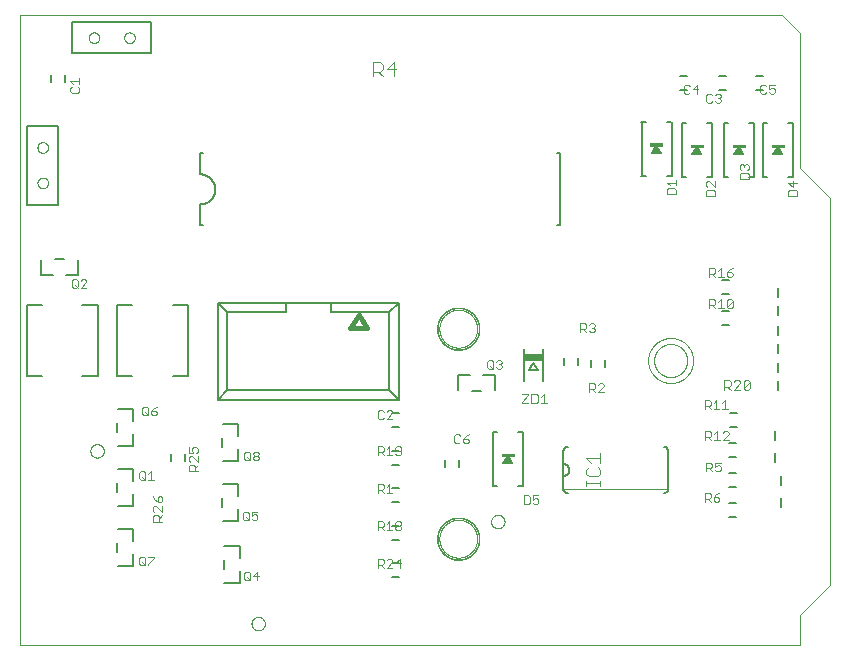
<source format=gto>
G75*
%MOIN*%
%OFA0B0*%
%FSLAX25Y25*%
%IPPOS*%
%LPD*%
%AMOC8*
5,1,8,0,0,1.08239X$1,22.5*
%
%ADD10C,0.00004*%
%ADD11C,0.00600*%
%ADD12C,0.00300*%
%ADD13C,0.00800*%
%ADD14C,0.00500*%
%ADD15C,0.00000*%
%ADD16C,0.00394*%
%ADD17C,0.00200*%
%ADD18C,0.00400*%
%ADD19C,0.01600*%
D10*
X0016500Y0005000D02*
X0276500Y0005000D01*
X0276500Y0015000D01*
X0286500Y0025000D01*
X0286500Y0154000D01*
X0276500Y0164000D01*
X0276500Y0209000D01*
X0270500Y0215000D01*
X0016500Y0215000D01*
X0016500Y0005000D01*
X0177031Y0067984D02*
X0177031Y0068772D01*
X0180969Y0068772D01*
X0180969Y0067984D01*
X0177031Y0067984D01*
X0177031Y0067986D02*
X0180969Y0067986D01*
X0180969Y0067988D02*
X0177031Y0067988D01*
X0177031Y0067991D02*
X0180969Y0067991D01*
X0180969Y0067993D02*
X0177031Y0067993D01*
X0177031Y0067995D02*
X0180969Y0067995D01*
X0180969Y0067998D02*
X0177031Y0067998D01*
X0177031Y0068000D02*
X0180969Y0068000D01*
X0180969Y0068003D02*
X0177031Y0068003D01*
X0177031Y0068005D02*
X0180969Y0068005D01*
X0180969Y0068008D02*
X0177031Y0068008D01*
X0177031Y0068010D02*
X0180969Y0068010D01*
X0180969Y0068013D02*
X0177031Y0068013D01*
X0177031Y0068015D02*
X0180969Y0068015D01*
X0180969Y0068017D02*
X0177031Y0068017D01*
X0177031Y0068020D02*
X0180969Y0068020D01*
X0180969Y0068022D02*
X0177031Y0068022D01*
X0177031Y0068025D02*
X0180969Y0068025D01*
X0180969Y0068027D02*
X0177031Y0068027D01*
X0177031Y0068030D02*
X0180969Y0068030D01*
X0180969Y0068032D02*
X0177031Y0068032D01*
X0177031Y0068035D02*
X0180969Y0068035D01*
X0180969Y0068037D02*
X0177031Y0068037D01*
X0177031Y0068040D02*
X0180969Y0068040D01*
X0180969Y0068042D02*
X0177031Y0068042D01*
X0177031Y0068044D02*
X0180969Y0068044D01*
X0180969Y0068047D02*
X0177031Y0068047D01*
X0177031Y0068049D02*
X0180969Y0068049D01*
X0180969Y0068052D02*
X0177031Y0068052D01*
X0177031Y0068054D02*
X0180969Y0068054D01*
X0180969Y0068057D02*
X0177031Y0068057D01*
X0177031Y0068059D02*
X0180969Y0068059D01*
X0180969Y0068062D02*
X0177031Y0068062D01*
X0177031Y0068064D02*
X0180969Y0068064D01*
X0180969Y0068066D02*
X0177031Y0068066D01*
X0177031Y0068069D02*
X0180969Y0068069D01*
X0180969Y0068071D02*
X0177031Y0068071D01*
X0177031Y0068074D02*
X0180969Y0068074D01*
X0180969Y0068076D02*
X0177031Y0068076D01*
X0177031Y0068079D02*
X0180969Y0068079D01*
X0180969Y0068081D02*
X0177031Y0068081D01*
X0177031Y0068084D02*
X0180969Y0068084D01*
X0180969Y0068086D02*
X0177031Y0068086D01*
X0177031Y0068088D02*
X0180969Y0068088D01*
X0180969Y0068091D02*
X0177031Y0068091D01*
X0177031Y0068093D02*
X0180969Y0068093D01*
X0180969Y0068096D02*
X0177031Y0068096D01*
X0177031Y0068098D02*
X0180969Y0068098D01*
X0180969Y0068101D02*
X0177031Y0068101D01*
X0177031Y0068103D02*
X0180969Y0068103D01*
X0180969Y0068106D02*
X0177031Y0068106D01*
X0177031Y0068108D02*
X0180969Y0068108D01*
X0180969Y0068111D02*
X0177031Y0068111D01*
X0177031Y0068113D02*
X0180969Y0068113D01*
X0180969Y0068115D02*
X0177031Y0068115D01*
X0177031Y0068118D02*
X0180969Y0068118D01*
X0180969Y0068120D02*
X0177031Y0068120D01*
X0177031Y0068123D02*
X0180969Y0068123D01*
X0180969Y0068125D02*
X0177031Y0068125D01*
X0177031Y0068128D02*
X0180969Y0068128D01*
X0180969Y0068130D02*
X0177031Y0068130D01*
X0177031Y0068133D02*
X0180969Y0068133D01*
X0180969Y0068135D02*
X0177031Y0068135D01*
X0177031Y0068137D02*
X0180969Y0068137D01*
X0180969Y0068140D02*
X0177031Y0068140D01*
X0177031Y0068142D02*
X0180969Y0068142D01*
X0180969Y0068145D02*
X0177031Y0068145D01*
X0177031Y0068147D02*
X0180969Y0068147D01*
X0180969Y0068150D02*
X0177031Y0068150D01*
X0177031Y0068152D02*
X0180969Y0068152D01*
X0180969Y0068155D02*
X0177031Y0068155D01*
X0177031Y0068157D02*
X0180969Y0068157D01*
X0180969Y0068159D02*
X0177031Y0068159D01*
X0177031Y0068162D02*
X0180969Y0068162D01*
X0180969Y0068164D02*
X0177031Y0068164D01*
X0177031Y0068167D02*
X0180969Y0068167D01*
X0180969Y0068169D02*
X0177031Y0068169D01*
X0177031Y0068172D02*
X0180969Y0068172D01*
X0180969Y0068174D02*
X0177031Y0068174D01*
X0177031Y0068177D02*
X0180969Y0068177D01*
X0180969Y0068179D02*
X0177031Y0068179D01*
X0177031Y0068182D02*
X0180969Y0068182D01*
X0180969Y0068184D02*
X0177031Y0068184D01*
X0177031Y0068186D02*
X0180969Y0068186D01*
X0180969Y0068189D02*
X0177031Y0068189D01*
X0177031Y0068191D02*
X0180969Y0068191D01*
X0180969Y0068194D02*
X0177031Y0068194D01*
X0177031Y0068196D02*
X0180969Y0068196D01*
X0180969Y0068199D02*
X0177031Y0068199D01*
X0177031Y0068201D02*
X0180969Y0068201D01*
X0180969Y0068204D02*
X0177031Y0068204D01*
X0177031Y0068206D02*
X0180969Y0068206D01*
X0180969Y0068208D02*
X0177031Y0068208D01*
X0177031Y0068211D02*
X0180969Y0068211D01*
X0180969Y0068213D02*
X0177031Y0068213D01*
X0177031Y0068216D02*
X0180969Y0068216D01*
X0180969Y0068218D02*
X0177031Y0068218D01*
X0177031Y0068221D02*
X0180969Y0068221D01*
X0180969Y0068223D02*
X0177031Y0068223D01*
X0177031Y0068226D02*
X0180969Y0068226D01*
X0180969Y0068228D02*
X0177031Y0068228D01*
X0177031Y0068230D02*
X0180969Y0068230D01*
X0180969Y0068233D02*
X0177031Y0068233D01*
X0177031Y0068235D02*
X0180969Y0068235D01*
X0180969Y0068238D02*
X0177031Y0068238D01*
X0177031Y0068240D02*
X0180969Y0068240D01*
X0180969Y0068243D02*
X0177031Y0068243D01*
X0177031Y0068245D02*
X0180969Y0068245D01*
X0180969Y0068248D02*
X0177031Y0068248D01*
X0177031Y0068250D02*
X0180969Y0068250D01*
X0180969Y0068253D02*
X0177031Y0068253D01*
X0177031Y0068255D02*
X0180969Y0068255D01*
X0180969Y0068257D02*
X0177031Y0068257D01*
X0177031Y0068260D02*
X0180969Y0068260D01*
X0180969Y0068262D02*
X0177031Y0068262D01*
X0177031Y0068265D02*
X0180969Y0068265D01*
X0180969Y0068267D02*
X0177031Y0068267D01*
X0177031Y0068270D02*
X0180969Y0068270D01*
X0180969Y0068272D02*
X0177031Y0068272D01*
X0177031Y0068275D02*
X0180969Y0068275D01*
X0180969Y0068277D02*
X0177031Y0068277D01*
X0177031Y0068279D02*
X0180969Y0068279D01*
X0180969Y0068282D02*
X0177031Y0068282D01*
X0177031Y0068284D02*
X0180969Y0068284D01*
X0180969Y0068287D02*
X0177031Y0068287D01*
X0177031Y0068289D02*
X0180969Y0068289D01*
X0180969Y0068292D02*
X0177031Y0068292D01*
X0177031Y0068294D02*
X0180969Y0068294D01*
X0180969Y0068297D02*
X0177031Y0068297D01*
X0177031Y0068299D02*
X0180969Y0068299D01*
X0180969Y0068301D02*
X0177031Y0068301D01*
X0177031Y0068304D02*
X0180969Y0068304D01*
X0180969Y0068306D02*
X0177031Y0068306D01*
X0177031Y0068309D02*
X0180969Y0068309D01*
X0180969Y0068311D02*
X0177031Y0068311D01*
X0177031Y0068314D02*
X0180969Y0068314D01*
X0180969Y0068316D02*
X0177031Y0068316D01*
X0177031Y0068319D02*
X0180969Y0068319D01*
X0180969Y0068321D02*
X0177031Y0068321D01*
X0177031Y0068324D02*
X0180969Y0068324D01*
X0180969Y0068326D02*
X0177031Y0068326D01*
X0177031Y0068328D02*
X0180969Y0068328D01*
X0180969Y0068331D02*
X0177031Y0068331D01*
X0177031Y0068333D02*
X0180969Y0068333D01*
X0180969Y0068336D02*
X0177031Y0068336D01*
X0177031Y0068338D02*
X0180969Y0068338D01*
X0180969Y0068341D02*
X0177031Y0068341D01*
X0177031Y0068343D02*
X0180969Y0068343D01*
X0180969Y0068346D02*
X0177031Y0068346D01*
X0177031Y0068348D02*
X0180969Y0068348D01*
X0180969Y0068350D02*
X0177031Y0068350D01*
X0177031Y0068353D02*
X0180969Y0068353D01*
X0180969Y0068355D02*
X0177031Y0068355D01*
X0177031Y0068358D02*
X0180969Y0068358D01*
X0180969Y0068360D02*
X0177031Y0068360D01*
X0177031Y0068363D02*
X0180969Y0068363D01*
X0180969Y0068365D02*
X0177031Y0068365D01*
X0177031Y0068368D02*
X0180969Y0068368D01*
X0180969Y0068370D02*
X0177031Y0068370D01*
X0177031Y0068372D02*
X0180969Y0068372D01*
X0180969Y0068375D02*
X0177031Y0068375D01*
X0177031Y0068377D02*
X0180969Y0068377D01*
X0180969Y0068380D02*
X0177031Y0068380D01*
X0177031Y0068382D02*
X0180969Y0068382D01*
X0180969Y0068385D02*
X0177031Y0068385D01*
X0177031Y0068387D02*
X0180969Y0068387D01*
X0180969Y0068390D02*
X0177031Y0068390D01*
X0177031Y0068392D02*
X0180969Y0068392D01*
X0180969Y0068395D02*
X0177031Y0068395D01*
X0177031Y0068397D02*
X0180969Y0068397D01*
X0180969Y0068399D02*
X0177031Y0068399D01*
X0177031Y0068402D02*
X0180969Y0068402D01*
X0180969Y0068404D02*
X0177031Y0068404D01*
X0177031Y0068407D02*
X0180969Y0068407D01*
X0180969Y0068409D02*
X0177031Y0068409D01*
X0177031Y0068412D02*
X0180969Y0068412D01*
X0180969Y0068414D02*
X0177031Y0068414D01*
X0177031Y0068417D02*
X0180969Y0068417D01*
X0180969Y0068419D02*
X0177031Y0068419D01*
X0177031Y0068421D02*
X0180969Y0068421D01*
X0180969Y0068424D02*
X0177031Y0068424D01*
X0177031Y0068426D02*
X0180969Y0068426D01*
X0180969Y0068429D02*
X0177031Y0068429D01*
X0177031Y0068431D02*
X0180969Y0068431D01*
X0180969Y0068434D02*
X0177031Y0068434D01*
X0177031Y0068436D02*
X0180969Y0068436D01*
X0180969Y0068439D02*
X0177031Y0068439D01*
X0177031Y0068441D02*
X0180969Y0068441D01*
X0180969Y0068443D02*
X0177031Y0068443D01*
X0177031Y0068446D02*
X0180969Y0068446D01*
X0180969Y0068448D02*
X0177031Y0068448D01*
X0177031Y0068451D02*
X0180969Y0068451D01*
X0180969Y0068453D02*
X0177031Y0068453D01*
X0177031Y0068456D02*
X0180969Y0068456D01*
X0180969Y0068458D02*
X0177031Y0068458D01*
X0177031Y0068461D02*
X0180969Y0068461D01*
X0180969Y0068463D02*
X0177031Y0068463D01*
X0177031Y0068466D02*
X0180969Y0068466D01*
X0180969Y0068468D02*
X0177031Y0068468D01*
X0177031Y0068470D02*
X0180969Y0068470D01*
X0180969Y0068473D02*
X0177031Y0068473D01*
X0177031Y0068475D02*
X0180969Y0068475D01*
X0180969Y0068478D02*
X0177031Y0068478D01*
X0177031Y0068480D02*
X0180969Y0068480D01*
X0180969Y0068483D02*
X0177031Y0068483D01*
X0177031Y0068485D02*
X0180969Y0068485D01*
X0180969Y0068488D02*
X0177031Y0068488D01*
X0177031Y0068490D02*
X0180969Y0068490D01*
X0180969Y0068492D02*
X0177031Y0068492D01*
X0177031Y0068495D02*
X0180969Y0068495D01*
X0180969Y0068497D02*
X0177031Y0068497D01*
X0177031Y0068500D02*
X0180969Y0068500D01*
X0180969Y0068502D02*
X0177031Y0068502D01*
X0177031Y0068505D02*
X0180969Y0068505D01*
X0180969Y0068507D02*
X0177031Y0068507D01*
X0177031Y0068510D02*
X0180969Y0068510D01*
X0180969Y0068512D02*
X0177031Y0068512D01*
X0177031Y0068514D02*
X0180969Y0068514D01*
X0180969Y0068517D02*
X0177031Y0068517D01*
X0177031Y0068519D02*
X0180969Y0068519D01*
X0180969Y0068522D02*
X0177031Y0068522D01*
X0177031Y0068524D02*
X0180969Y0068524D01*
X0180969Y0068527D02*
X0177031Y0068527D01*
X0177031Y0068529D02*
X0180969Y0068529D01*
X0180969Y0068532D02*
X0177031Y0068532D01*
X0177031Y0068534D02*
X0180969Y0068534D01*
X0180969Y0068537D02*
X0177031Y0068537D01*
X0177031Y0068539D02*
X0180969Y0068539D01*
X0180969Y0068541D02*
X0177031Y0068541D01*
X0177031Y0068544D02*
X0180969Y0068544D01*
X0180969Y0068546D02*
X0177031Y0068546D01*
X0177031Y0068549D02*
X0180969Y0068549D01*
X0180969Y0068551D02*
X0177031Y0068551D01*
X0177031Y0068554D02*
X0180969Y0068554D01*
X0180969Y0068556D02*
X0177031Y0068556D01*
X0177031Y0068559D02*
X0180969Y0068559D01*
X0180969Y0068561D02*
X0177031Y0068561D01*
X0177031Y0068563D02*
X0180969Y0068563D01*
X0180969Y0068566D02*
X0177031Y0068566D01*
X0177031Y0068568D02*
X0180969Y0068568D01*
X0180969Y0068571D02*
X0177031Y0068571D01*
X0177031Y0068573D02*
X0180969Y0068573D01*
X0180969Y0068576D02*
X0177031Y0068576D01*
X0177031Y0068578D02*
X0180969Y0068578D01*
X0180969Y0068581D02*
X0177031Y0068581D01*
X0177031Y0068583D02*
X0180969Y0068583D01*
X0180969Y0068585D02*
X0177031Y0068585D01*
X0177031Y0068588D02*
X0180969Y0068588D01*
X0180969Y0068590D02*
X0177031Y0068590D01*
X0177031Y0068593D02*
X0180969Y0068593D01*
X0180969Y0068595D02*
X0177031Y0068595D01*
X0177031Y0068598D02*
X0180969Y0068598D01*
X0180969Y0068600D02*
X0177031Y0068600D01*
X0177031Y0068603D02*
X0180969Y0068603D01*
X0180969Y0068605D02*
X0177031Y0068605D01*
X0177031Y0068608D02*
X0180969Y0068608D01*
X0180969Y0068610D02*
X0177031Y0068610D01*
X0177031Y0068612D02*
X0180969Y0068612D01*
X0180969Y0068615D02*
X0177031Y0068615D01*
X0177031Y0068617D02*
X0180969Y0068617D01*
X0180969Y0068620D02*
X0177031Y0068620D01*
X0177031Y0068622D02*
X0180969Y0068622D01*
X0180969Y0068625D02*
X0177031Y0068625D01*
X0177031Y0068627D02*
X0180969Y0068627D01*
X0180969Y0068630D02*
X0177031Y0068630D01*
X0177031Y0068632D02*
X0180969Y0068632D01*
X0180969Y0068634D02*
X0177031Y0068634D01*
X0177031Y0068637D02*
X0180969Y0068637D01*
X0180969Y0068639D02*
X0177031Y0068639D01*
X0177031Y0068642D02*
X0180969Y0068642D01*
X0180969Y0068644D02*
X0177031Y0068644D01*
X0177031Y0068647D02*
X0180969Y0068647D01*
X0180969Y0068649D02*
X0177031Y0068649D01*
X0177031Y0068652D02*
X0180969Y0068652D01*
X0180969Y0068654D02*
X0177031Y0068654D01*
X0177031Y0068656D02*
X0180969Y0068656D01*
X0180969Y0068659D02*
X0177031Y0068659D01*
X0177031Y0068661D02*
X0180969Y0068661D01*
X0180969Y0068664D02*
X0177031Y0068664D01*
X0177031Y0068666D02*
X0180969Y0068666D01*
X0180969Y0068669D02*
X0177031Y0068669D01*
X0177031Y0068671D02*
X0180969Y0068671D01*
X0180969Y0068674D02*
X0177031Y0068674D01*
X0177031Y0068676D02*
X0180969Y0068676D01*
X0180969Y0068679D02*
X0177031Y0068679D01*
X0177031Y0068681D02*
X0180969Y0068681D01*
X0180969Y0068683D02*
X0177031Y0068683D01*
X0177031Y0068686D02*
X0180969Y0068686D01*
X0180969Y0068688D02*
X0177031Y0068688D01*
X0177031Y0068691D02*
X0180969Y0068691D01*
X0180969Y0068693D02*
X0177031Y0068693D01*
X0177031Y0068696D02*
X0180969Y0068696D01*
X0180969Y0068698D02*
X0177031Y0068698D01*
X0177031Y0068701D02*
X0180969Y0068701D01*
X0180969Y0068703D02*
X0177031Y0068703D01*
X0177031Y0068705D02*
X0180969Y0068705D01*
X0180969Y0068708D02*
X0177031Y0068708D01*
X0177031Y0068710D02*
X0180969Y0068710D01*
X0180969Y0068713D02*
X0177031Y0068713D01*
X0177031Y0068715D02*
X0180969Y0068715D01*
X0180969Y0068718D02*
X0177031Y0068718D01*
X0177031Y0068720D02*
X0180969Y0068720D01*
X0180969Y0068723D02*
X0177031Y0068723D01*
X0177031Y0068725D02*
X0180969Y0068725D01*
X0180969Y0068727D02*
X0177031Y0068727D01*
X0177031Y0068730D02*
X0180969Y0068730D01*
X0180969Y0068732D02*
X0177031Y0068732D01*
X0177031Y0068735D02*
X0180969Y0068735D01*
X0180969Y0068737D02*
X0177031Y0068737D01*
X0177031Y0068740D02*
X0180969Y0068740D01*
X0180969Y0068742D02*
X0177031Y0068742D01*
X0177031Y0068745D02*
X0180969Y0068745D01*
X0180969Y0068747D02*
X0177031Y0068747D01*
X0177031Y0068750D02*
X0180969Y0068750D01*
X0180969Y0068752D02*
X0177031Y0068752D01*
X0177031Y0068754D02*
X0180969Y0068754D01*
X0180969Y0068757D02*
X0177031Y0068757D01*
X0177031Y0068759D02*
X0180969Y0068759D01*
X0180969Y0068762D02*
X0177031Y0068762D01*
X0177031Y0068764D02*
X0180969Y0068764D01*
X0180969Y0068767D02*
X0177031Y0068767D01*
X0177031Y0068769D02*
X0180969Y0068769D01*
X0180969Y0068772D02*
X0177031Y0068772D01*
X0184350Y0100183D02*
X0184350Y0102152D01*
X0190650Y0102152D01*
X0190650Y0100183D01*
X0184350Y0100183D01*
X0184350Y0100184D02*
X0190650Y0100184D01*
X0190650Y0100186D02*
X0184350Y0100186D01*
X0184350Y0100188D02*
X0190650Y0100188D01*
X0190650Y0100191D02*
X0184350Y0100191D01*
X0184350Y0100193D02*
X0190650Y0100193D01*
X0190650Y0100196D02*
X0184350Y0100196D01*
X0184350Y0100198D02*
X0190650Y0100198D01*
X0190650Y0100201D02*
X0184350Y0100201D01*
X0184350Y0100203D02*
X0190650Y0100203D01*
X0190650Y0100206D02*
X0184350Y0100206D01*
X0184350Y0100208D02*
X0190650Y0100208D01*
X0190650Y0100211D02*
X0184350Y0100211D01*
X0184350Y0100213D02*
X0190650Y0100213D01*
X0190650Y0100215D02*
X0184350Y0100215D01*
X0184350Y0100218D02*
X0190650Y0100218D01*
X0190650Y0100220D02*
X0184350Y0100220D01*
X0184350Y0100223D02*
X0190650Y0100223D01*
X0190650Y0100225D02*
X0184350Y0100225D01*
X0184350Y0100228D02*
X0190650Y0100228D01*
X0190650Y0100230D02*
X0184350Y0100230D01*
X0184350Y0100233D02*
X0190650Y0100233D01*
X0190650Y0100235D02*
X0184350Y0100235D01*
X0184350Y0100237D02*
X0190650Y0100237D01*
X0190650Y0100240D02*
X0184350Y0100240D01*
X0184350Y0100242D02*
X0190650Y0100242D01*
X0190650Y0100245D02*
X0184350Y0100245D01*
X0184350Y0100247D02*
X0190650Y0100247D01*
X0190650Y0100250D02*
X0184350Y0100250D01*
X0184350Y0100252D02*
X0190650Y0100252D01*
X0190650Y0100255D02*
X0184350Y0100255D01*
X0184350Y0100257D02*
X0190650Y0100257D01*
X0190650Y0100259D02*
X0184350Y0100259D01*
X0184350Y0100262D02*
X0190650Y0100262D01*
X0190650Y0100264D02*
X0184350Y0100264D01*
X0184350Y0100267D02*
X0190650Y0100267D01*
X0190650Y0100269D02*
X0184350Y0100269D01*
X0184350Y0100272D02*
X0190650Y0100272D01*
X0190650Y0100274D02*
X0184350Y0100274D01*
X0184350Y0100277D02*
X0190650Y0100277D01*
X0190650Y0100279D02*
X0184350Y0100279D01*
X0184350Y0100282D02*
X0190650Y0100282D01*
X0190650Y0100284D02*
X0184350Y0100284D01*
X0184350Y0100286D02*
X0190650Y0100286D01*
X0190650Y0100289D02*
X0184350Y0100289D01*
X0184350Y0100291D02*
X0190650Y0100291D01*
X0190650Y0100294D02*
X0184350Y0100294D01*
X0184350Y0100296D02*
X0190650Y0100296D01*
X0190650Y0100299D02*
X0184350Y0100299D01*
X0184350Y0100301D02*
X0190650Y0100301D01*
X0190650Y0100304D02*
X0184350Y0100304D01*
X0184350Y0100306D02*
X0190650Y0100306D01*
X0190650Y0100308D02*
X0184350Y0100308D01*
X0184350Y0100311D02*
X0190650Y0100311D01*
X0190650Y0100313D02*
X0184350Y0100313D01*
X0184350Y0100316D02*
X0190650Y0100316D01*
X0190650Y0100318D02*
X0184350Y0100318D01*
X0184350Y0100321D02*
X0190650Y0100321D01*
X0190650Y0100323D02*
X0184350Y0100323D01*
X0184350Y0100326D02*
X0190650Y0100326D01*
X0190650Y0100328D02*
X0184350Y0100328D01*
X0184350Y0100330D02*
X0190650Y0100330D01*
X0190650Y0100333D02*
X0184350Y0100333D01*
X0184350Y0100335D02*
X0190650Y0100335D01*
X0190650Y0100338D02*
X0184350Y0100338D01*
X0184350Y0100340D02*
X0190650Y0100340D01*
X0190650Y0100343D02*
X0184350Y0100343D01*
X0184350Y0100345D02*
X0190650Y0100345D01*
X0190650Y0100348D02*
X0184350Y0100348D01*
X0184350Y0100350D02*
X0190650Y0100350D01*
X0190650Y0100353D02*
X0184350Y0100353D01*
X0184350Y0100355D02*
X0190650Y0100355D01*
X0190650Y0100357D02*
X0184350Y0100357D01*
X0184350Y0100360D02*
X0190650Y0100360D01*
X0190650Y0100362D02*
X0184350Y0100362D01*
X0184350Y0100365D02*
X0190650Y0100365D01*
X0190650Y0100367D02*
X0184350Y0100367D01*
X0184350Y0100370D02*
X0190650Y0100370D01*
X0190650Y0100372D02*
X0184350Y0100372D01*
X0184350Y0100375D02*
X0190650Y0100375D01*
X0190650Y0100377D02*
X0184350Y0100377D01*
X0184350Y0100379D02*
X0190650Y0100379D01*
X0190650Y0100382D02*
X0184350Y0100382D01*
X0184350Y0100384D02*
X0190650Y0100384D01*
X0190650Y0100387D02*
X0184350Y0100387D01*
X0184350Y0100389D02*
X0190650Y0100389D01*
X0190650Y0100392D02*
X0184350Y0100392D01*
X0184350Y0100394D02*
X0190650Y0100394D01*
X0190650Y0100397D02*
X0184350Y0100397D01*
X0184350Y0100399D02*
X0190650Y0100399D01*
X0190650Y0100402D02*
X0184350Y0100402D01*
X0184350Y0100404D02*
X0190650Y0100404D01*
X0190650Y0100406D02*
X0184350Y0100406D01*
X0184350Y0100409D02*
X0190650Y0100409D01*
X0190650Y0100411D02*
X0184350Y0100411D01*
X0184350Y0100414D02*
X0190650Y0100414D01*
X0190650Y0100416D02*
X0184350Y0100416D01*
X0184350Y0100419D02*
X0190650Y0100419D01*
X0190650Y0100421D02*
X0184350Y0100421D01*
X0184350Y0100424D02*
X0190650Y0100424D01*
X0190650Y0100426D02*
X0184350Y0100426D01*
X0184350Y0100428D02*
X0190650Y0100428D01*
X0190650Y0100431D02*
X0184350Y0100431D01*
X0184350Y0100433D02*
X0190650Y0100433D01*
X0190650Y0100436D02*
X0184350Y0100436D01*
X0184350Y0100438D02*
X0190650Y0100438D01*
X0190650Y0100441D02*
X0184350Y0100441D01*
X0184350Y0100443D02*
X0190650Y0100443D01*
X0190650Y0100446D02*
X0184350Y0100446D01*
X0184350Y0100448D02*
X0190650Y0100448D01*
X0190650Y0100450D02*
X0184350Y0100450D01*
X0184350Y0100453D02*
X0190650Y0100453D01*
X0190650Y0100455D02*
X0184350Y0100455D01*
X0184350Y0100458D02*
X0190650Y0100458D01*
X0190650Y0100460D02*
X0184350Y0100460D01*
X0184350Y0100463D02*
X0190650Y0100463D01*
X0190650Y0100465D02*
X0184350Y0100465D01*
X0184350Y0100468D02*
X0190650Y0100468D01*
X0190650Y0100470D02*
X0184350Y0100470D01*
X0184350Y0100473D02*
X0190650Y0100473D01*
X0190650Y0100475D02*
X0184350Y0100475D01*
X0184350Y0100477D02*
X0190650Y0100477D01*
X0190650Y0100480D02*
X0184350Y0100480D01*
X0184350Y0100482D02*
X0190650Y0100482D01*
X0190650Y0100485D02*
X0184350Y0100485D01*
X0184350Y0100487D02*
X0190650Y0100487D01*
X0190650Y0100490D02*
X0184350Y0100490D01*
X0184350Y0100492D02*
X0190650Y0100492D01*
X0190650Y0100495D02*
X0184350Y0100495D01*
X0184350Y0100497D02*
X0190650Y0100497D01*
X0190650Y0100499D02*
X0184350Y0100499D01*
X0184350Y0100502D02*
X0190650Y0100502D01*
X0190650Y0100504D02*
X0184350Y0100504D01*
X0184350Y0100507D02*
X0190650Y0100507D01*
X0190650Y0100509D02*
X0184350Y0100509D01*
X0184350Y0100512D02*
X0190650Y0100512D01*
X0190650Y0100514D02*
X0184350Y0100514D01*
X0184350Y0100517D02*
X0190650Y0100517D01*
X0190650Y0100519D02*
X0184350Y0100519D01*
X0184350Y0100521D02*
X0190650Y0100521D01*
X0190650Y0100524D02*
X0184350Y0100524D01*
X0184350Y0100526D02*
X0190650Y0100526D01*
X0190650Y0100529D02*
X0184350Y0100529D01*
X0184350Y0100531D02*
X0190650Y0100531D01*
X0190650Y0100534D02*
X0184350Y0100534D01*
X0184350Y0100536D02*
X0190650Y0100536D01*
X0190650Y0100539D02*
X0184350Y0100539D01*
X0184350Y0100541D02*
X0190650Y0100541D01*
X0190650Y0100544D02*
X0184350Y0100544D01*
X0184350Y0100546D02*
X0190650Y0100546D01*
X0190650Y0100548D02*
X0184350Y0100548D01*
X0184350Y0100551D02*
X0190650Y0100551D01*
X0190650Y0100553D02*
X0184350Y0100553D01*
X0184350Y0100556D02*
X0190650Y0100556D01*
X0190650Y0100558D02*
X0184350Y0100558D01*
X0184350Y0100561D02*
X0190650Y0100561D01*
X0190650Y0100563D02*
X0184350Y0100563D01*
X0184350Y0100566D02*
X0190650Y0100566D01*
X0190650Y0100568D02*
X0184350Y0100568D01*
X0184350Y0100570D02*
X0190650Y0100570D01*
X0190650Y0100573D02*
X0184350Y0100573D01*
X0184350Y0100575D02*
X0190650Y0100575D01*
X0190650Y0100578D02*
X0184350Y0100578D01*
X0184350Y0100580D02*
X0190650Y0100580D01*
X0190650Y0100583D02*
X0184350Y0100583D01*
X0184350Y0100585D02*
X0190650Y0100585D01*
X0190650Y0100588D02*
X0184350Y0100588D01*
X0184350Y0100590D02*
X0190650Y0100590D01*
X0190650Y0100592D02*
X0184350Y0100592D01*
X0184350Y0100595D02*
X0190650Y0100595D01*
X0190650Y0100597D02*
X0184350Y0100597D01*
X0184350Y0100600D02*
X0190650Y0100600D01*
X0190650Y0100602D02*
X0184350Y0100602D01*
X0184350Y0100605D02*
X0190650Y0100605D01*
X0190650Y0100607D02*
X0184350Y0100607D01*
X0184350Y0100610D02*
X0190650Y0100610D01*
X0190650Y0100612D02*
X0184350Y0100612D01*
X0184350Y0100615D02*
X0190650Y0100615D01*
X0190650Y0100617D02*
X0184350Y0100617D01*
X0184350Y0100619D02*
X0190650Y0100619D01*
X0190650Y0100622D02*
X0184350Y0100622D01*
X0184350Y0100624D02*
X0190650Y0100624D01*
X0190650Y0100627D02*
X0184350Y0100627D01*
X0184350Y0100629D02*
X0190650Y0100629D01*
X0190650Y0100632D02*
X0184350Y0100632D01*
X0184350Y0100634D02*
X0190650Y0100634D01*
X0190650Y0100637D02*
X0184350Y0100637D01*
X0184350Y0100639D02*
X0190650Y0100639D01*
X0190650Y0100641D02*
X0184350Y0100641D01*
X0184350Y0100644D02*
X0190650Y0100644D01*
X0190650Y0100646D02*
X0184350Y0100646D01*
X0184350Y0100649D02*
X0190650Y0100649D01*
X0190650Y0100651D02*
X0184350Y0100651D01*
X0184350Y0100654D02*
X0190650Y0100654D01*
X0190650Y0100656D02*
X0184350Y0100656D01*
X0184350Y0100659D02*
X0190650Y0100659D01*
X0190650Y0100661D02*
X0184350Y0100661D01*
X0184350Y0100663D02*
X0190650Y0100663D01*
X0190650Y0100666D02*
X0184350Y0100666D01*
X0184350Y0100668D02*
X0190650Y0100668D01*
X0190650Y0100671D02*
X0184350Y0100671D01*
X0184350Y0100673D02*
X0190650Y0100673D01*
X0190650Y0100676D02*
X0184350Y0100676D01*
X0184350Y0100678D02*
X0190650Y0100678D01*
X0190650Y0100681D02*
X0184350Y0100681D01*
X0184350Y0100683D02*
X0190650Y0100683D01*
X0190650Y0100686D02*
X0184350Y0100686D01*
X0184350Y0100688D02*
X0190650Y0100688D01*
X0190650Y0100690D02*
X0184350Y0100690D01*
X0184350Y0100693D02*
X0190650Y0100693D01*
X0190650Y0100695D02*
X0184350Y0100695D01*
X0184350Y0100698D02*
X0190650Y0100698D01*
X0190650Y0100700D02*
X0184350Y0100700D01*
X0184350Y0100703D02*
X0190650Y0100703D01*
X0190650Y0100705D02*
X0184350Y0100705D01*
X0184350Y0100708D02*
X0190650Y0100708D01*
X0190650Y0100710D02*
X0184350Y0100710D01*
X0184350Y0100712D02*
X0190650Y0100712D01*
X0190650Y0100715D02*
X0184350Y0100715D01*
X0184350Y0100717D02*
X0190650Y0100717D01*
X0190650Y0100720D02*
X0184350Y0100720D01*
X0184350Y0100722D02*
X0190650Y0100722D01*
X0190650Y0100725D02*
X0184350Y0100725D01*
X0184350Y0100727D02*
X0190650Y0100727D01*
X0190650Y0100730D02*
X0184350Y0100730D01*
X0184350Y0100732D02*
X0190650Y0100732D01*
X0190650Y0100734D02*
X0184350Y0100734D01*
X0184350Y0100737D02*
X0190650Y0100737D01*
X0190650Y0100739D02*
X0184350Y0100739D01*
X0184350Y0100742D02*
X0190650Y0100742D01*
X0190650Y0100744D02*
X0184350Y0100744D01*
X0184350Y0100747D02*
X0190650Y0100747D01*
X0190650Y0100749D02*
X0184350Y0100749D01*
X0184350Y0100752D02*
X0190650Y0100752D01*
X0190650Y0100754D02*
X0184350Y0100754D01*
X0184350Y0100757D02*
X0190650Y0100757D01*
X0190650Y0100759D02*
X0184350Y0100759D01*
X0184350Y0100761D02*
X0190650Y0100761D01*
X0190650Y0100764D02*
X0184350Y0100764D01*
X0184350Y0100766D02*
X0190650Y0100766D01*
X0190650Y0100769D02*
X0184350Y0100769D01*
X0184350Y0100771D02*
X0190650Y0100771D01*
X0190650Y0100774D02*
X0184350Y0100774D01*
X0184350Y0100776D02*
X0190650Y0100776D01*
X0190650Y0100779D02*
X0184350Y0100779D01*
X0184350Y0100781D02*
X0190650Y0100781D01*
X0190650Y0100783D02*
X0184350Y0100783D01*
X0184350Y0100786D02*
X0190650Y0100786D01*
X0190650Y0100788D02*
X0184350Y0100788D01*
X0184350Y0100791D02*
X0190650Y0100791D01*
X0190650Y0100793D02*
X0184350Y0100793D01*
X0184350Y0100796D02*
X0190650Y0100796D01*
X0190650Y0100798D02*
X0184350Y0100798D01*
X0184350Y0100801D02*
X0190650Y0100801D01*
X0190650Y0100803D02*
X0184350Y0100803D01*
X0184350Y0100805D02*
X0190650Y0100805D01*
X0190650Y0100808D02*
X0184350Y0100808D01*
X0184350Y0100810D02*
X0190650Y0100810D01*
X0190650Y0100813D02*
X0184350Y0100813D01*
X0184350Y0100815D02*
X0190650Y0100815D01*
X0190650Y0100818D02*
X0184350Y0100818D01*
X0184350Y0100820D02*
X0190650Y0100820D01*
X0190650Y0100823D02*
X0184350Y0100823D01*
X0184350Y0100825D02*
X0190650Y0100825D01*
X0190650Y0100828D02*
X0184350Y0100828D01*
X0184350Y0100830D02*
X0190650Y0100830D01*
X0190650Y0100832D02*
X0184350Y0100832D01*
X0184350Y0100835D02*
X0190650Y0100835D01*
X0190650Y0100837D02*
X0184350Y0100837D01*
X0184350Y0100840D02*
X0190650Y0100840D01*
X0190650Y0100842D02*
X0184350Y0100842D01*
X0184350Y0100845D02*
X0190650Y0100845D01*
X0190650Y0100847D02*
X0184350Y0100847D01*
X0184350Y0100850D02*
X0190650Y0100850D01*
X0190650Y0100852D02*
X0184350Y0100852D01*
X0184350Y0100854D02*
X0190650Y0100854D01*
X0190650Y0100857D02*
X0184350Y0100857D01*
X0184350Y0100859D02*
X0190650Y0100859D01*
X0190650Y0100862D02*
X0184350Y0100862D01*
X0184350Y0100864D02*
X0190650Y0100864D01*
X0190650Y0100867D02*
X0184350Y0100867D01*
X0184350Y0100869D02*
X0190650Y0100869D01*
X0190650Y0100872D02*
X0184350Y0100872D01*
X0184350Y0100874D02*
X0190650Y0100874D01*
X0190650Y0100876D02*
X0184350Y0100876D01*
X0184350Y0100879D02*
X0190650Y0100879D01*
X0190650Y0100881D02*
X0184350Y0100881D01*
X0184350Y0100884D02*
X0190650Y0100884D01*
X0190650Y0100886D02*
X0184350Y0100886D01*
X0184350Y0100889D02*
X0190650Y0100889D01*
X0190650Y0100891D02*
X0184350Y0100891D01*
X0184350Y0100894D02*
X0190650Y0100894D01*
X0190650Y0100896D02*
X0184350Y0100896D01*
X0184350Y0100899D02*
X0190650Y0100899D01*
X0190650Y0100901D02*
X0184350Y0100901D01*
X0184350Y0100903D02*
X0190650Y0100903D01*
X0190650Y0100906D02*
X0184350Y0100906D01*
X0184350Y0100908D02*
X0190650Y0100908D01*
X0190650Y0100911D02*
X0184350Y0100911D01*
X0184350Y0100913D02*
X0190650Y0100913D01*
X0190650Y0100916D02*
X0184350Y0100916D01*
X0184350Y0100918D02*
X0190650Y0100918D01*
X0190650Y0100921D02*
X0184350Y0100921D01*
X0184350Y0100923D02*
X0190650Y0100923D01*
X0190650Y0100925D02*
X0184350Y0100925D01*
X0184350Y0100928D02*
X0190650Y0100928D01*
X0190650Y0100930D02*
X0184350Y0100930D01*
X0184350Y0100933D02*
X0190650Y0100933D01*
X0190650Y0100935D02*
X0184350Y0100935D01*
X0184350Y0100938D02*
X0190650Y0100938D01*
X0190650Y0100940D02*
X0184350Y0100940D01*
X0184350Y0100943D02*
X0190650Y0100943D01*
X0190650Y0100945D02*
X0184350Y0100945D01*
X0184350Y0100947D02*
X0190650Y0100947D01*
X0190650Y0100950D02*
X0184350Y0100950D01*
X0184350Y0100952D02*
X0190650Y0100952D01*
X0190650Y0100955D02*
X0184350Y0100955D01*
X0184350Y0100957D02*
X0190650Y0100957D01*
X0190650Y0100960D02*
X0184350Y0100960D01*
X0184350Y0100962D02*
X0190650Y0100962D01*
X0190650Y0100965D02*
X0184350Y0100965D01*
X0184350Y0100967D02*
X0190650Y0100967D01*
X0190650Y0100970D02*
X0184350Y0100970D01*
X0184350Y0100972D02*
X0190650Y0100972D01*
X0190650Y0100974D02*
X0184350Y0100974D01*
X0184350Y0100977D02*
X0190650Y0100977D01*
X0190650Y0100979D02*
X0184350Y0100979D01*
X0184350Y0100982D02*
X0190650Y0100982D01*
X0190650Y0100984D02*
X0184350Y0100984D01*
X0184350Y0100987D02*
X0190650Y0100987D01*
X0190650Y0100989D02*
X0184350Y0100989D01*
X0184350Y0100992D02*
X0190650Y0100992D01*
X0190650Y0100994D02*
X0184350Y0100994D01*
X0184350Y0100996D02*
X0190650Y0100996D01*
X0190650Y0100999D02*
X0184350Y0100999D01*
X0184350Y0101001D02*
X0190650Y0101001D01*
X0190650Y0101004D02*
X0184350Y0101004D01*
X0184350Y0101006D02*
X0190650Y0101006D01*
X0190650Y0101009D02*
X0184350Y0101009D01*
X0184350Y0101011D02*
X0190650Y0101011D01*
X0190650Y0101014D02*
X0184350Y0101014D01*
X0184350Y0101016D02*
X0190650Y0101016D01*
X0190650Y0101018D02*
X0184350Y0101018D01*
X0184350Y0101021D02*
X0190650Y0101021D01*
X0190650Y0101023D02*
X0184350Y0101023D01*
X0184350Y0101026D02*
X0190650Y0101026D01*
X0190650Y0101028D02*
X0184350Y0101028D01*
X0184350Y0101031D02*
X0190650Y0101031D01*
X0190650Y0101033D02*
X0184350Y0101033D01*
X0184350Y0101036D02*
X0190650Y0101036D01*
X0190650Y0101038D02*
X0184350Y0101038D01*
X0184350Y0101041D02*
X0190650Y0101041D01*
X0190650Y0101043D02*
X0184350Y0101043D01*
X0184350Y0101045D02*
X0190650Y0101045D01*
X0190650Y0101048D02*
X0184350Y0101048D01*
X0184350Y0101050D02*
X0190650Y0101050D01*
X0190650Y0101053D02*
X0184350Y0101053D01*
X0184350Y0101055D02*
X0190650Y0101055D01*
X0190650Y0101058D02*
X0184350Y0101058D01*
X0184350Y0101060D02*
X0190650Y0101060D01*
X0190650Y0101063D02*
X0184350Y0101063D01*
X0184350Y0101065D02*
X0190650Y0101065D01*
X0190650Y0101067D02*
X0184350Y0101067D01*
X0184350Y0101070D02*
X0190650Y0101070D01*
X0190650Y0101072D02*
X0184350Y0101072D01*
X0184350Y0101075D02*
X0190650Y0101075D01*
X0190650Y0101077D02*
X0184350Y0101077D01*
X0184350Y0101080D02*
X0190650Y0101080D01*
X0190650Y0101082D02*
X0184350Y0101082D01*
X0184350Y0101085D02*
X0190650Y0101085D01*
X0190650Y0101087D02*
X0184350Y0101087D01*
X0184350Y0101089D02*
X0190650Y0101089D01*
X0190650Y0101092D02*
X0184350Y0101092D01*
X0184350Y0101094D02*
X0190650Y0101094D01*
X0190650Y0101097D02*
X0184350Y0101097D01*
X0184350Y0101099D02*
X0190650Y0101099D01*
X0190650Y0101102D02*
X0184350Y0101102D01*
X0184350Y0101104D02*
X0190650Y0101104D01*
X0190650Y0101107D02*
X0184350Y0101107D01*
X0184350Y0101109D02*
X0190650Y0101109D01*
X0190650Y0101112D02*
X0184350Y0101112D01*
X0184350Y0101114D02*
X0190650Y0101114D01*
X0190650Y0101116D02*
X0184350Y0101116D01*
X0184350Y0101119D02*
X0190650Y0101119D01*
X0190650Y0101121D02*
X0184350Y0101121D01*
X0184350Y0101124D02*
X0190650Y0101124D01*
X0190650Y0101126D02*
X0184350Y0101126D01*
X0184350Y0101129D02*
X0190650Y0101129D01*
X0190650Y0101131D02*
X0184350Y0101131D01*
X0184350Y0101134D02*
X0190650Y0101134D01*
X0190650Y0101136D02*
X0184350Y0101136D01*
X0184350Y0101138D02*
X0190650Y0101138D01*
X0190650Y0101141D02*
X0184350Y0101141D01*
X0184350Y0101143D02*
X0190650Y0101143D01*
X0190650Y0101146D02*
X0184350Y0101146D01*
X0184350Y0101148D02*
X0190650Y0101148D01*
X0190650Y0101151D02*
X0184350Y0101151D01*
X0184350Y0101153D02*
X0190650Y0101153D01*
X0190650Y0101156D02*
X0184350Y0101156D01*
X0184350Y0101158D02*
X0190650Y0101158D01*
X0190650Y0101160D02*
X0184350Y0101160D01*
X0184350Y0101163D02*
X0190650Y0101163D01*
X0190650Y0101165D02*
X0184350Y0101165D01*
X0184350Y0101168D02*
X0190650Y0101168D01*
X0190650Y0101170D02*
X0184350Y0101170D01*
X0184350Y0101173D02*
X0190650Y0101173D01*
X0190650Y0101175D02*
X0184350Y0101175D01*
X0184350Y0101178D02*
X0190650Y0101178D01*
X0190650Y0101180D02*
X0184350Y0101180D01*
X0184350Y0101183D02*
X0190650Y0101183D01*
X0190650Y0101185D02*
X0184350Y0101185D01*
X0184350Y0101187D02*
X0190650Y0101187D01*
X0190650Y0101190D02*
X0184350Y0101190D01*
X0184350Y0101192D02*
X0190650Y0101192D01*
X0190650Y0101195D02*
X0184350Y0101195D01*
X0184350Y0101197D02*
X0190650Y0101197D01*
X0190650Y0101200D02*
X0184350Y0101200D01*
X0184350Y0101202D02*
X0190650Y0101202D01*
X0190650Y0101205D02*
X0184350Y0101205D01*
X0184350Y0101207D02*
X0190650Y0101207D01*
X0190650Y0101209D02*
X0184350Y0101209D01*
X0184350Y0101212D02*
X0190650Y0101212D01*
X0190650Y0101214D02*
X0184350Y0101214D01*
X0184350Y0101217D02*
X0190650Y0101217D01*
X0190650Y0101219D02*
X0184350Y0101219D01*
X0184350Y0101222D02*
X0190650Y0101222D01*
X0190650Y0101224D02*
X0184350Y0101224D01*
X0184350Y0101227D02*
X0190650Y0101227D01*
X0190650Y0101229D02*
X0184350Y0101229D01*
X0184350Y0101231D02*
X0190650Y0101231D01*
X0190650Y0101234D02*
X0184350Y0101234D01*
X0184350Y0101236D02*
X0190650Y0101236D01*
X0190650Y0101239D02*
X0184350Y0101239D01*
X0184350Y0101241D02*
X0190650Y0101241D01*
X0190650Y0101244D02*
X0184350Y0101244D01*
X0184350Y0101246D02*
X0190650Y0101246D01*
X0190650Y0101249D02*
X0184350Y0101249D01*
X0184350Y0101251D02*
X0190650Y0101251D01*
X0190650Y0101254D02*
X0184350Y0101254D01*
X0184350Y0101256D02*
X0190650Y0101256D01*
X0190650Y0101258D02*
X0184350Y0101258D01*
X0184350Y0101261D02*
X0190650Y0101261D01*
X0190650Y0101263D02*
X0184350Y0101263D01*
X0184350Y0101266D02*
X0190650Y0101266D01*
X0190650Y0101268D02*
X0184350Y0101268D01*
X0184350Y0101271D02*
X0190650Y0101271D01*
X0190650Y0101273D02*
X0184350Y0101273D01*
X0184350Y0101276D02*
X0190650Y0101276D01*
X0190650Y0101278D02*
X0184350Y0101278D01*
X0184350Y0101280D02*
X0190650Y0101280D01*
X0190650Y0101283D02*
X0184350Y0101283D01*
X0184350Y0101285D02*
X0190650Y0101285D01*
X0190650Y0101288D02*
X0184350Y0101288D01*
X0184350Y0101290D02*
X0190650Y0101290D01*
X0190650Y0101293D02*
X0184350Y0101293D01*
X0184350Y0101295D02*
X0190650Y0101295D01*
X0190650Y0101298D02*
X0184350Y0101298D01*
X0184350Y0101300D02*
X0190650Y0101300D01*
X0190650Y0101302D02*
X0184350Y0101302D01*
X0184350Y0101305D02*
X0190650Y0101305D01*
X0190650Y0101307D02*
X0184350Y0101307D01*
X0184350Y0101310D02*
X0190650Y0101310D01*
X0190650Y0101312D02*
X0184350Y0101312D01*
X0184350Y0101315D02*
X0190650Y0101315D01*
X0190650Y0101317D02*
X0184350Y0101317D01*
X0184350Y0101320D02*
X0190650Y0101320D01*
X0190650Y0101322D02*
X0184350Y0101322D01*
X0184350Y0101325D02*
X0190650Y0101325D01*
X0190650Y0101327D02*
X0184350Y0101327D01*
X0184350Y0101329D02*
X0190650Y0101329D01*
X0190650Y0101332D02*
X0184350Y0101332D01*
X0184350Y0101334D02*
X0190650Y0101334D01*
X0190650Y0101337D02*
X0184350Y0101337D01*
X0184350Y0101339D02*
X0190650Y0101339D01*
X0190650Y0101342D02*
X0184350Y0101342D01*
X0184350Y0101344D02*
X0190650Y0101344D01*
X0190650Y0101347D02*
X0184350Y0101347D01*
X0184350Y0101349D02*
X0190650Y0101349D01*
X0190650Y0101351D02*
X0184350Y0101351D01*
X0184350Y0101354D02*
X0190650Y0101354D01*
X0190650Y0101356D02*
X0184350Y0101356D01*
X0184350Y0101359D02*
X0190650Y0101359D01*
X0190650Y0101361D02*
X0184350Y0101361D01*
X0184350Y0101364D02*
X0190650Y0101364D01*
X0190650Y0101366D02*
X0184350Y0101366D01*
X0184350Y0101369D02*
X0190650Y0101369D01*
X0190650Y0101371D02*
X0184350Y0101371D01*
X0184350Y0101373D02*
X0190650Y0101373D01*
X0190650Y0101376D02*
X0184350Y0101376D01*
X0184350Y0101378D02*
X0190650Y0101378D01*
X0190650Y0101381D02*
X0184350Y0101381D01*
X0184350Y0101383D02*
X0190650Y0101383D01*
X0190650Y0101386D02*
X0184350Y0101386D01*
X0184350Y0101388D02*
X0190650Y0101388D01*
X0190650Y0101391D02*
X0184350Y0101391D01*
X0184350Y0101393D02*
X0190650Y0101393D01*
X0190650Y0101396D02*
X0184350Y0101396D01*
X0184350Y0101398D02*
X0190650Y0101398D01*
X0190650Y0101400D02*
X0184350Y0101400D01*
X0184350Y0101403D02*
X0190650Y0101403D01*
X0190650Y0101405D02*
X0184350Y0101405D01*
X0184350Y0101408D02*
X0190650Y0101408D01*
X0190650Y0101410D02*
X0184350Y0101410D01*
X0184350Y0101413D02*
X0190650Y0101413D01*
X0190650Y0101415D02*
X0184350Y0101415D01*
X0184350Y0101418D02*
X0190650Y0101418D01*
X0190650Y0101420D02*
X0184350Y0101420D01*
X0184350Y0101422D02*
X0190650Y0101422D01*
X0190650Y0101425D02*
X0184350Y0101425D01*
X0184350Y0101427D02*
X0190650Y0101427D01*
X0190650Y0101430D02*
X0184350Y0101430D01*
X0184350Y0101432D02*
X0190650Y0101432D01*
X0190650Y0101435D02*
X0184350Y0101435D01*
X0184350Y0101437D02*
X0190650Y0101437D01*
X0190650Y0101440D02*
X0184350Y0101440D01*
X0184350Y0101442D02*
X0190650Y0101442D01*
X0190650Y0101444D02*
X0184350Y0101444D01*
X0184350Y0101447D02*
X0190650Y0101447D01*
X0190650Y0101449D02*
X0184350Y0101449D01*
X0184350Y0101452D02*
X0190650Y0101452D01*
X0190650Y0101454D02*
X0184350Y0101454D01*
X0184350Y0101457D02*
X0190650Y0101457D01*
X0190650Y0101459D02*
X0184350Y0101459D01*
X0184350Y0101462D02*
X0190650Y0101462D01*
X0190650Y0101464D02*
X0184350Y0101464D01*
X0184350Y0101467D02*
X0190650Y0101467D01*
X0190650Y0101469D02*
X0184350Y0101469D01*
X0184350Y0101471D02*
X0190650Y0101471D01*
X0190650Y0101474D02*
X0184350Y0101474D01*
X0184350Y0101476D02*
X0190650Y0101476D01*
X0190650Y0101479D02*
X0184350Y0101479D01*
X0184350Y0101481D02*
X0190650Y0101481D01*
X0190650Y0101484D02*
X0184350Y0101484D01*
X0184350Y0101486D02*
X0190650Y0101486D01*
X0190650Y0101489D02*
X0184350Y0101489D01*
X0184350Y0101491D02*
X0190650Y0101491D01*
X0190650Y0101493D02*
X0184350Y0101493D01*
X0184350Y0101496D02*
X0190650Y0101496D01*
X0190650Y0101498D02*
X0184350Y0101498D01*
X0184350Y0101501D02*
X0190650Y0101501D01*
X0190650Y0101503D02*
X0184350Y0101503D01*
X0184350Y0101506D02*
X0190650Y0101506D01*
X0190650Y0101508D02*
X0184350Y0101508D01*
X0184350Y0101511D02*
X0190650Y0101511D01*
X0190650Y0101513D02*
X0184350Y0101513D01*
X0184350Y0101515D02*
X0190650Y0101515D01*
X0190650Y0101518D02*
X0184350Y0101518D01*
X0184350Y0101520D02*
X0190650Y0101520D01*
X0190650Y0101523D02*
X0184350Y0101523D01*
X0184350Y0101525D02*
X0190650Y0101525D01*
X0190650Y0101528D02*
X0184350Y0101528D01*
X0184350Y0101530D02*
X0190650Y0101530D01*
X0190650Y0101533D02*
X0184350Y0101533D01*
X0184350Y0101535D02*
X0190650Y0101535D01*
X0190650Y0101538D02*
X0184350Y0101538D01*
X0184350Y0101540D02*
X0190650Y0101540D01*
X0190650Y0101542D02*
X0184350Y0101542D01*
X0184350Y0101545D02*
X0190650Y0101545D01*
X0190650Y0101547D02*
X0184350Y0101547D01*
X0184350Y0101550D02*
X0190650Y0101550D01*
X0190650Y0101552D02*
X0184350Y0101552D01*
X0184350Y0101555D02*
X0190650Y0101555D01*
X0190650Y0101557D02*
X0184350Y0101557D01*
X0184350Y0101560D02*
X0190650Y0101560D01*
X0190650Y0101562D02*
X0184350Y0101562D01*
X0184350Y0101564D02*
X0190650Y0101564D01*
X0190650Y0101567D02*
X0184350Y0101567D01*
X0184350Y0101569D02*
X0190650Y0101569D01*
X0190650Y0101572D02*
X0184350Y0101572D01*
X0184350Y0101574D02*
X0190650Y0101574D01*
X0190650Y0101577D02*
X0184350Y0101577D01*
X0184350Y0101579D02*
X0190650Y0101579D01*
X0190650Y0101582D02*
X0184350Y0101582D01*
X0184350Y0101584D02*
X0190650Y0101584D01*
X0190650Y0101586D02*
X0184350Y0101586D01*
X0184350Y0101589D02*
X0190650Y0101589D01*
X0190650Y0101591D02*
X0184350Y0101591D01*
X0184350Y0101594D02*
X0190650Y0101594D01*
X0190650Y0101596D02*
X0184350Y0101596D01*
X0184350Y0101599D02*
X0190650Y0101599D01*
X0190650Y0101601D02*
X0184350Y0101601D01*
X0184350Y0101604D02*
X0190650Y0101604D01*
X0190650Y0101606D02*
X0184350Y0101606D01*
X0184350Y0101609D02*
X0190650Y0101609D01*
X0190650Y0101611D02*
X0184350Y0101611D01*
X0184350Y0101613D02*
X0190650Y0101613D01*
X0190650Y0101616D02*
X0184350Y0101616D01*
X0184350Y0101618D02*
X0190650Y0101618D01*
X0190650Y0101621D02*
X0184350Y0101621D01*
X0184350Y0101623D02*
X0190650Y0101623D01*
X0190650Y0101626D02*
X0184350Y0101626D01*
X0184350Y0101628D02*
X0190650Y0101628D01*
X0190650Y0101631D02*
X0184350Y0101631D01*
X0184350Y0101633D02*
X0190650Y0101633D01*
X0190650Y0101635D02*
X0184350Y0101635D01*
X0184350Y0101638D02*
X0190650Y0101638D01*
X0190650Y0101640D02*
X0184350Y0101640D01*
X0184350Y0101643D02*
X0190650Y0101643D01*
X0190650Y0101645D02*
X0184350Y0101645D01*
X0184350Y0101648D02*
X0190650Y0101648D01*
X0190650Y0101650D02*
X0184350Y0101650D01*
X0184350Y0101653D02*
X0190650Y0101653D01*
X0190650Y0101655D02*
X0184350Y0101655D01*
X0184350Y0101657D02*
X0190650Y0101657D01*
X0190650Y0101660D02*
X0184350Y0101660D01*
X0184350Y0101662D02*
X0190650Y0101662D01*
X0190650Y0101665D02*
X0184350Y0101665D01*
X0184350Y0101667D02*
X0190650Y0101667D01*
X0190650Y0101670D02*
X0184350Y0101670D01*
X0184350Y0101672D02*
X0190650Y0101672D01*
X0190650Y0101675D02*
X0184350Y0101675D01*
X0184350Y0101677D02*
X0190650Y0101677D01*
X0190650Y0101680D02*
X0184350Y0101680D01*
X0184350Y0101682D02*
X0190650Y0101682D01*
X0190650Y0101684D02*
X0184350Y0101684D01*
X0184350Y0101687D02*
X0190650Y0101687D01*
X0190650Y0101689D02*
X0184350Y0101689D01*
X0184350Y0101692D02*
X0190650Y0101692D01*
X0190650Y0101694D02*
X0184350Y0101694D01*
X0184350Y0101697D02*
X0190650Y0101697D01*
X0190650Y0101699D02*
X0184350Y0101699D01*
X0184350Y0101702D02*
X0190650Y0101702D01*
X0190650Y0101704D02*
X0184350Y0101704D01*
X0184350Y0101706D02*
X0190650Y0101706D01*
X0190650Y0101709D02*
X0184350Y0101709D01*
X0184350Y0101711D02*
X0190650Y0101711D01*
X0190650Y0101714D02*
X0184350Y0101714D01*
X0184350Y0101716D02*
X0190650Y0101716D01*
X0190650Y0101719D02*
X0184350Y0101719D01*
X0184350Y0101721D02*
X0190650Y0101721D01*
X0190650Y0101724D02*
X0184350Y0101724D01*
X0184350Y0101726D02*
X0190650Y0101726D01*
X0190650Y0101728D02*
X0184350Y0101728D01*
X0184350Y0101731D02*
X0190650Y0101731D01*
X0190650Y0101733D02*
X0184350Y0101733D01*
X0184350Y0101736D02*
X0190650Y0101736D01*
X0190650Y0101738D02*
X0184350Y0101738D01*
X0184350Y0101741D02*
X0190650Y0101741D01*
X0190650Y0101743D02*
X0184350Y0101743D01*
X0184350Y0101746D02*
X0190650Y0101746D01*
X0190650Y0101748D02*
X0184350Y0101748D01*
X0184350Y0101751D02*
X0190650Y0101751D01*
X0190650Y0101753D02*
X0184350Y0101753D01*
X0184350Y0101755D02*
X0190650Y0101755D01*
X0190650Y0101758D02*
X0184350Y0101758D01*
X0184350Y0101760D02*
X0190650Y0101760D01*
X0190650Y0101763D02*
X0184350Y0101763D01*
X0184350Y0101765D02*
X0190650Y0101765D01*
X0190650Y0101768D02*
X0184350Y0101768D01*
X0184350Y0101770D02*
X0190650Y0101770D01*
X0190650Y0101773D02*
X0184350Y0101773D01*
X0184350Y0101775D02*
X0190650Y0101775D01*
X0190650Y0101777D02*
X0184350Y0101777D01*
X0184350Y0101780D02*
X0190650Y0101780D01*
X0190650Y0101782D02*
X0184350Y0101782D01*
X0184350Y0101785D02*
X0190650Y0101785D01*
X0190650Y0101787D02*
X0184350Y0101787D01*
X0184350Y0101790D02*
X0190650Y0101790D01*
X0190650Y0101792D02*
X0184350Y0101792D01*
X0184350Y0101795D02*
X0190650Y0101795D01*
X0190650Y0101797D02*
X0184350Y0101797D01*
X0184350Y0101799D02*
X0190650Y0101799D01*
X0190650Y0101802D02*
X0184350Y0101802D01*
X0184350Y0101804D02*
X0190650Y0101804D01*
X0190650Y0101807D02*
X0184350Y0101807D01*
X0184350Y0101809D02*
X0190650Y0101809D01*
X0190650Y0101812D02*
X0184350Y0101812D01*
X0184350Y0101814D02*
X0190650Y0101814D01*
X0190650Y0101817D02*
X0184350Y0101817D01*
X0184350Y0101819D02*
X0190650Y0101819D01*
X0190650Y0101822D02*
X0184350Y0101822D01*
X0184350Y0101824D02*
X0190650Y0101824D01*
X0190650Y0101826D02*
X0184350Y0101826D01*
X0184350Y0101829D02*
X0190650Y0101829D01*
X0190650Y0101831D02*
X0184350Y0101831D01*
X0184350Y0101834D02*
X0190650Y0101834D01*
X0190650Y0101836D02*
X0184350Y0101836D01*
X0184350Y0101839D02*
X0190650Y0101839D01*
X0190650Y0101841D02*
X0184350Y0101841D01*
X0184350Y0101844D02*
X0190650Y0101844D01*
X0190650Y0101846D02*
X0184350Y0101846D01*
X0184350Y0101848D02*
X0190650Y0101848D01*
X0190650Y0101851D02*
X0184350Y0101851D01*
X0184350Y0101853D02*
X0190650Y0101853D01*
X0190650Y0101856D02*
X0184350Y0101856D01*
X0184350Y0101858D02*
X0190650Y0101858D01*
X0190650Y0101861D02*
X0184350Y0101861D01*
X0184350Y0101863D02*
X0190650Y0101863D01*
X0190650Y0101866D02*
X0184350Y0101866D01*
X0184350Y0101868D02*
X0190650Y0101868D01*
X0190650Y0101870D02*
X0184350Y0101870D01*
X0184350Y0101873D02*
X0190650Y0101873D01*
X0190650Y0101875D02*
X0184350Y0101875D01*
X0184350Y0101878D02*
X0190650Y0101878D01*
X0190650Y0101880D02*
X0184350Y0101880D01*
X0184350Y0101883D02*
X0190650Y0101883D01*
X0190650Y0101885D02*
X0184350Y0101885D01*
X0184350Y0101888D02*
X0190650Y0101888D01*
X0190650Y0101890D02*
X0184350Y0101890D01*
X0184350Y0101893D02*
X0190650Y0101893D01*
X0190650Y0101895D02*
X0184350Y0101895D01*
X0184350Y0101897D02*
X0190650Y0101897D01*
X0190650Y0101900D02*
X0184350Y0101900D01*
X0184350Y0101902D02*
X0190650Y0101902D01*
X0190650Y0101905D02*
X0184350Y0101905D01*
X0184350Y0101907D02*
X0190650Y0101907D01*
X0190650Y0101910D02*
X0184350Y0101910D01*
X0184350Y0101912D02*
X0190650Y0101912D01*
X0190650Y0101915D02*
X0184350Y0101915D01*
X0184350Y0101917D02*
X0190650Y0101917D01*
X0190650Y0101919D02*
X0184350Y0101919D01*
X0184350Y0101922D02*
X0190650Y0101922D01*
X0190650Y0101924D02*
X0184350Y0101924D01*
X0184350Y0101927D02*
X0190650Y0101927D01*
X0190650Y0101929D02*
X0184350Y0101929D01*
X0184350Y0101932D02*
X0190650Y0101932D01*
X0190650Y0101934D02*
X0184350Y0101934D01*
X0184350Y0101937D02*
X0190650Y0101937D01*
X0190650Y0101939D02*
X0184350Y0101939D01*
X0184350Y0101941D02*
X0190650Y0101941D01*
X0190650Y0101944D02*
X0184350Y0101944D01*
X0184350Y0101946D02*
X0190650Y0101946D01*
X0190650Y0101949D02*
X0184350Y0101949D01*
X0184350Y0101951D02*
X0190650Y0101951D01*
X0190650Y0101954D02*
X0184350Y0101954D01*
X0184350Y0101956D02*
X0190650Y0101956D01*
X0190650Y0101959D02*
X0184350Y0101959D01*
X0184350Y0101961D02*
X0190650Y0101961D01*
X0190650Y0101964D02*
X0184350Y0101964D01*
X0184350Y0101966D02*
X0190650Y0101966D01*
X0190650Y0101968D02*
X0184350Y0101968D01*
X0184350Y0101971D02*
X0190650Y0101971D01*
X0190650Y0101973D02*
X0184350Y0101973D01*
X0184350Y0101976D02*
X0190650Y0101976D01*
X0190650Y0101978D02*
X0184350Y0101978D01*
X0184350Y0101981D02*
X0190650Y0101981D01*
X0190650Y0101983D02*
X0184350Y0101983D01*
X0184350Y0101986D02*
X0190650Y0101986D01*
X0190650Y0101988D02*
X0184350Y0101988D01*
X0184350Y0101990D02*
X0190650Y0101990D01*
X0190650Y0101993D02*
X0184350Y0101993D01*
X0184350Y0101995D02*
X0190650Y0101995D01*
X0190650Y0101998D02*
X0184350Y0101998D01*
X0184350Y0102000D02*
X0190650Y0102000D01*
X0190650Y0102003D02*
X0184350Y0102003D01*
X0184350Y0102005D02*
X0190650Y0102005D01*
X0190650Y0102008D02*
X0184350Y0102008D01*
X0184350Y0102010D02*
X0190650Y0102010D01*
X0190650Y0102012D02*
X0184350Y0102012D01*
X0184350Y0102015D02*
X0190650Y0102015D01*
X0190650Y0102017D02*
X0184350Y0102017D01*
X0184350Y0102020D02*
X0190650Y0102020D01*
X0190650Y0102022D02*
X0184350Y0102022D01*
X0184350Y0102025D02*
X0190650Y0102025D01*
X0190650Y0102027D02*
X0184350Y0102027D01*
X0184350Y0102030D02*
X0190650Y0102030D01*
X0190650Y0102032D02*
X0184350Y0102032D01*
X0184350Y0102035D02*
X0190650Y0102035D01*
X0190650Y0102037D02*
X0184350Y0102037D01*
X0184350Y0102039D02*
X0190650Y0102039D01*
X0190650Y0102042D02*
X0184350Y0102042D01*
X0184350Y0102044D02*
X0190650Y0102044D01*
X0190650Y0102047D02*
X0184350Y0102047D01*
X0184350Y0102049D02*
X0190650Y0102049D01*
X0190650Y0102052D02*
X0184350Y0102052D01*
X0184350Y0102054D02*
X0190650Y0102054D01*
X0190650Y0102057D02*
X0184350Y0102057D01*
X0184350Y0102059D02*
X0190650Y0102059D01*
X0190650Y0102061D02*
X0184350Y0102061D01*
X0184350Y0102064D02*
X0190650Y0102064D01*
X0190650Y0102066D02*
X0184350Y0102066D01*
X0184350Y0102069D02*
X0190650Y0102069D01*
X0190650Y0102071D02*
X0184350Y0102071D01*
X0184350Y0102074D02*
X0190650Y0102074D01*
X0190650Y0102076D02*
X0184350Y0102076D01*
X0184350Y0102079D02*
X0190650Y0102079D01*
X0190650Y0102081D02*
X0184350Y0102081D01*
X0184350Y0102084D02*
X0190650Y0102084D01*
X0190650Y0102086D02*
X0184350Y0102086D01*
X0184350Y0102088D02*
X0190650Y0102088D01*
X0190650Y0102091D02*
X0184350Y0102091D01*
X0184350Y0102093D02*
X0190650Y0102093D01*
X0190650Y0102096D02*
X0184350Y0102096D01*
X0184350Y0102098D02*
X0190650Y0102098D01*
X0190650Y0102101D02*
X0184350Y0102101D01*
X0184350Y0102103D02*
X0190650Y0102103D01*
X0190650Y0102106D02*
X0184350Y0102106D01*
X0184350Y0102108D02*
X0190650Y0102108D01*
X0190650Y0102110D02*
X0184350Y0102110D01*
X0184350Y0102113D02*
X0190650Y0102113D01*
X0190650Y0102115D02*
X0184350Y0102115D01*
X0184350Y0102118D02*
X0190650Y0102118D01*
X0190650Y0102120D02*
X0184350Y0102120D01*
X0184350Y0102123D02*
X0190650Y0102123D01*
X0190650Y0102125D02*
X0184350Y0102125D01*
X0184350Y0102128D02*
X0190650Y0102128D01*
X0190650Y0102130D02*
X0184350Y0102130D01*
X0184350Y0102132D02*
X0190650Y0102132D01*
X0190650Y0102135D02*
X0184350Y0102135D01*
X0184350Y0102137D02*
X0190650Y0102137D01*
X0190650Y0102140D02*
X0184350Y0102140D01*
X0184350Y0102142D02*
X0190650Y0102142D01*
X0190650Y0102145D02*
X0184350Y0102145D01*
X0184350Y0102147D02*
X0190650Y0102147D01*
X0190650Y0102150D02*
X0184350Y0102150D01*
X0240031Y0170984D02*
X0240031Y0171772D01*
X0243969Y0171772D01*
X0243969Y0170984D01*
X0240031Y0170984D01*
X0243969Y0170984D01*
X0243969Y0170987D02*
X0240031Y0170987D01*
X0240031Y0170989D02*
X0243969Y0170989D01*
X0243969Y0170992D02*
X0240031Y0170992D01*
X0240031Y0170994D02*
X0243969Y0170994D01*
X0243969Y0170997D02*
X0240031Y0170997D01*
X0240031Y0170999D02*
X0243969Y0170999D01*
X0243969Y0171001D02*
X0240031Y0171001D01*
X0240031Y0171004D02*
X0243969Y0171004D01*
X0243969Y0171006D02*
X0240031Y0171006D01*
X0240031Y0171009D02*
X0243969Y0171009D01*
X0243969Y0171011D02*
X0240031Y0171011D01*
X0240031Y0171014D02*
X0243969Y0171014D01*
X0243969Y0171016D02*
X0240031Y0171016D01*
X0240031Y0171019D02*
X0243969Y0171019D01*
X0243969Y0171021D02*
X0240031Y0171021D01*
X0240031Y0171023D02*
X0243969Y0171023D01*
X0243969Y0171026D02*
X0240031Y0171026D01*
X0240031Y0171028D02*
X0243969Y0171028D01*
X0243969Y0171031D02*
X0240031Y0171031D01*
X0240031Y0171033D02*
X0243969Y0171033D01*
X0243969Y0171036D02*
X0240031Y0171036D01*
X0240031Y0171038D02*
X0243969Y0171038D01*
X0243969Y0171041D02*
X0240031Y0171041D01*
X0240031Y0171043D02*
X0243969Y0171043D01*
X0243969Y0171046D02*
X0240031Y0171046D01*
X0240031Y0171048D02*
X0243969Y0171048D01*
X0243969Y0171050D02*
X0240031Y0171050D01*
X0240031Y0171053D02*
X0243969Y0171053D01*
X0243969Y0171055D02*
X0240031Y0171055D01*
X0240031Y0171058D02*
X0243969Y0171058D01*
X0243969Y0171060D02*
X0240031Y0171060D01*
X0240031Y0171063D02*
X0243969Y0171063D01*
X0243969Y0171065D02*
X0240031Y0171065D01*
X0240031Y0171068D02*
X0243969Y0171068D01*
X0243969Y0171070D02*
X0240031Y0171070D01*
X0240031Y0171072D02*
X0243969Y0171072D01*
X0243969Y0171075D02*
X0240031Y0171075D01*
X0240031Y0171077D02*
X0243969Y0171077D01*
X0243969Y0171080D02*
X0240031Y0171080D01*
X0240031Y0171082D02*
X0243969Y0171082D01*
X0243969Y0171085D02*
X0240031Y0171085D01*
X0240031Y0171087D02*
X0243969Y0171087D01*
X0243969Y0171090D02*
X0240031Y0171090D01*
X0240031Y0171092D02*
X0243969Y0171092D01*
X0243969Y0171094D02*
X0240031Y0171094D01*
X0240031Y0171097D02*
X0243969Y0171097D01*
X0243969Y0171099D02*
X0240031Y0171099D01*
X0240031Y0171102D02*
X0243969Y0171102D01*
X0243969Y0171104D02*
X0240031Y0171104D01*
X0240031Y0171107D02*
X0243969Y0171107D01*
X0243969Y0171109D02*
X0240031Y0171109D01*
X0240031Y0171112D02*
X0243969Y0171112D01*
X0243969Y0171114D02*
X0240031Y0171114D01*
X0240031Y0171117D02*
X0243969Y0171117D01*
X0243969Y0171119D02*
X0240031Y0171119D01*
X0240031Y0171121D02*
X0243969Y0171121D01*
X0243969Y0171124D02*
X0240031Y0171124D01*
X0240031Y0171126D02*
X0243969Y0171126D01*
X0243969Y0171129D02*
X0240031Y0171129D01*
X0240031Y0171131D02*
X0243969Y0171131D01*
X0243969Y0171134D02*
X0240031Y0171134D01*
X0240031Y0171136D02*
X0243969Y0171136D01*
X0243969Y0171139D02*
X0240031Y0171139D01*
X0240031Y0171141D02*
X0243969Y0171141D01*
X0243969Y0171143D02*
X0240031Y0171143D01*
X0240031Y0171146D02*
X0243969Y0171146D01*
X0243969Y0171148D02*
X0240031Y0171148D01*
X0240031Y0171151D02*
X0243969Y0171151D01*
X0243969Y0171153D02*
X0240031Y0171153D01*
X0240031Y0171156D02*
X0243969Y0171156D01*
X0243969Y0171158D02*
X0240031Y0171158D01*
X0240031Y0171161D02*
X0243969Y0171161D01*
X0243969Y0171163D02*
X0240031Y0171163D01*
X0240031Y0171165D02*
X0243969Y0171165D01*
X0243969Y0171168D02*
X0240031Y0171168D01*
X0240031Y0171170D02*
X0243969Y0171170D01*
X0243969Y0171173D02*
X0240031Y0171173D01*
X0240031Y0171175D02*
X0243969Y0171175D01*
X0243969Y0171178D02*
X0240031Y0171178D01*
X0240031Y0171180D02*
X0243969Y0171180D01*
X0243969Y0171183D02*
X0240031Y0171183D01*
X0240031Y0171185D02*
X0243969Y0171185D01*
X0243969Y0171188D02*
X0240031Y0171188D01*
X0240031Y0171190D02*
X0243969Y0171190D01*
X0243969Y0171192D02*
X0240031Y0171192D01*
X0240031Y0171195D02*
X0243969Y0171195D01*
X0243969Y0171197D02*
X0240031Y0171197D01*
X0240031Y0171200D02*
X0243969Y0171200D01*
X0243969Y0171202D02*
X0240031Y0171202D01*
X0240031Y0171205D02*
X0243969Y0171205D01*
X0243969Y0171207D02*
X0240031Y0171207D01*
X0240031Y0171210D02*
X0243969Y0171210D01*
X0243969Y0171212D02*
X0240031Y0171212D01*
X0240031Y0171214D02*
X0243969Y0171214D01*
X0243969Y0171217D02*
X0240031Y0171217D01*
X0240031Y0171219D02*
X0243969Y0171219D01*
X0243969Y0171222D02*
X0240031Y0171222D01*
X0240031Y0171224D02*
X0243969Y0171224D01*
X0243969Y0171227D02*
X0240031Y0171227D01*
X0240031Y0171229D02*
X0243969Y0171229D01*
X0243969Y0171232D02*
X0240031Y0171232D01*
X0240031Y0171234D02*
X0243969Y0171234D01*
X0243969Y0171236D02*
X0240031Y0171236D01*
X0240031Y0171239D02*
X0243969Y0171239D01*
X0243969Y0171241D02*
X0240031Y0171241D01*
X0240031Y0171244D02*
X0243969Y0171244D01*
X0243969Y0171246D02*
X0240031Y0171246D01*
X0240031Y0171249D02*
X0243969Y0171249D01*
X0243969Y0171251D02*
X0240031Y0171251D01*
X0240031Y0171254D02*
X0243969Y0171254D01*
X0243969Y0171256D02*
X0240031Y0171256D01*
X0240031Y0171259D02*
X0243969Y0171259D01*
X0243969Y0171261D02*
X0240031Y0171261D01*
X0240031Y0171263D02*
X0243969Y0171263D01*
X0243969Y0171266D02*
X0240031Y0171266D01*
X0240031Y0171268D02*
X0243969Y0171268D01*
X0243969Y0171271D02*
X0240031Y0171271D01*
X0240031Y0171273D02*
X0243969Y0171273D01*
X0243969Y0171276D02*
X0240031Y0171276D01*
X0240031Y0171278D02*
X0243969Y0171278D01*
X0243969Y0171281D02*
X0240031Y0171281D01*
X0240031Y0171283D02*
X0243969Y0171283D01*
X0243969Y0171285D02*
X0240031Y0171285D01*
X0240031Y0171288D02*
X0243969Y0171288D01*
X0243969Y0171290D02*
X0240031Y0171290D01*
X0240031Y0171293D02*
X0243969Y0171293D01*
X0243969Y0171295D02*
X0240031Y0171295D01*
X0240031Y0171298D02*
X0243969Y0171298D01*
X0243969Y0171300D02*
X0240031Y0171300D01*
X0240031Y0171303D02*
X0243969Y0171303D01*
X0243969Y0171305D02*
X0240031Y0171305D01*
X0240031Y0171307D02*
X0243969Y0171307D01*
X0243969Y0171310D02*
X0240031Y0171310D01*
X0240031Y0171312D02*
X0243969Y0171312D01*
X0243969Y0171315D02*
X0240031Y0171315D01*
X0240031Y0171317D02*
X0243969Y0171317D01*
X0243969Y0171320D02*
X0240031Y0171320D01*
X0240031Y0171322D02*
X0243969Y0171322D01*
X0243969Y0171325D02*
X0240031Y0171325D01*
X0240031Y0171327D02*
X0243969Y0171327D01*
X0243969Y0171330D02*
X0240031Y0171330D01*
X0240031Y0171332D02*
X0243969Y0171332D01*
X0243969Y0171334D02*
X0240031Y0171334D01*
X0240031Y0171337D02*
X0243969Y0171337D01*
X0243969Y0171339D02*
X0240031Y0171339D01*
X0240031Y0171342D02*
X0243969Y0171342D01*
X0243969Y0171344D02*
X0240031Y0171344D01*
X0240031Y0171347D02*
X0243969Y0171347D01*
X0243969Y0171349D02*
X0240031Y0171349D01*
X0240031Y0171352D02*
X0243969Y0171352D01*
X0243969Y0171354D02*
X0240031Y0171354D01*
X0240031Y0171356D02*
X0243969Y0171356D01*
X0243969Y0171359D02*
X0240031Y0171359D01*
X0240031Y0171361D02*
X0243969Y0171361D01*
X0243969Y0171364D02*
X0240031Y0171364D01*
X0240031Y0171366D02*
X0243969Y0171366D01*
X0243969Y0171369D02*
X0240031Y0171369D01*
X0240031Y0171371D02*
X0243969Y0171371D01*
X0243969Y0171374D02*
X0240031Y0171374D01*
X0240031Y0171376D02*
X0243969Y0171376D01*
X0243969Y0171378D02*
X0240031Y0171378D01*
X0240031Y0171381D02*
X0243969Y0171381D01*
X0243969Y0171383D02*
X0240031Y0171383D01*
X0240031Y0171386D02*
X0243969Y0171386D01*
X0243969Y0171388D02*
X0240031Y0171388D01*
X0240031Y0171391D02*
X0243969Y0171391D01*
X0243969Y0171393D02*
X0240031Y0171393D01*
X0240031Y0171396D02*
X0243969Y0171396D01*
X0243969Y0171398D02*
X0240031Y0171398D01*
X0240031Y0171401D02*
X0243969Y0171401D01*
X0243969Y0171403D02*
X0240031Y0171403D01*
X0240031Y0171405D02*
X0243969Y0171405D01*
X0243969Y0171408D02*
X0240031Y0171408D01*
X0240031Y0171410D02*
X0243969Y0171410D01*
X0243969Y0171413D02*
X0240031Y0171413D01*
X0240031Y0171415D02*
X0243969Y0171415D01*
X0243969Y0171418D02*
X0240031Y0171418D01*
X0240031Y0171420D02*
X0243969Y0171420D01*
X0243969Y0171423D02*
X0240031Y0171423D01*
X0240031Y0171425D02*
X0243969Y0171425D01*
X0243969Y0171427D02*
X0240031Y0171427D01*
X0240031Y0171430D02*
X0243969Y0171430D01*
X0243969Y0171432D02*
X0240031Y0171432D01*
X0240031Y0171435D02*
X0243969Y0171435D01*
X0243969Y0171437D02*
X0240031Y0171437D01*
X0240031Y0171440D02*
X0243969Y0171440D01*
X0243969Y0171442D02*
X0240031Y0171442D01*
X0240031Y0171445D02*
X0243969Y0171445D01*
X0243969Y0171447D02*
X0240031Y0171447D01*
X0240031Y0171449D02*
X0243969Y0171449D01*
X0243969Y0171452D02*
X0240031Y0171452D01*
X0240031Y0171454D02*
X0243969Y0171454D01*
X0243969Y0171457D02*
X0240031Y0171457D01*
X0240031Y0171459D02*
X0243969Y0171459D01*
X0243969Y0171462D02*
X0240031Y0171462D01*
X0240031Y0171464D02*
X0243969Y0171464D01*
X0243969Y0171467D02*
X0240031Y0171467D01*
X0240031Y0171469D02*
X0243969Y0171469D01*
X0243969Y0171472D02*
X0240031Y0171472D01*
X0240031Y0171474D02*
X0243969Y0171474D01*
X0243969Y0171476D02*
X0240031Y0171476D01*
X0240031Y0171479D02*
X0243969Y0171479D01*
X0243969Y0171481D02*
X0240031Y0171481D01*
X0240031Y0171484D02*
X0243969Y0171484D01*
X0243969Y0171486D02*
X0240031Y0171486D01*
X0240031Y0171489D02*
X0243969Y0171489D01*
X0243969Y0171491D02*
X0240031Y0171491D01*
X0240031Y0171494D02*
X0243969Y0171494D01*
X0243969Y0171496D02*
X0240031Y0171496D01*
X0240031Y0171498D02*
X0243969Y0171498D01*
X0243969Y0171501D02*
X0240031Y0171501D01*
X0240031Y0171503D02*
X0243969Y0171503D01*
X0243969Y0171506D02*
X0240031Y0171506D01*
X0240031Y0171508D02*
X0243969Y0171508D01*
X0243969Y0171511D02*
X0240031Y0171511D01*
X0240031Y0171513D02*
X0243969Y0171513D01*
X0243969Y0171516D02*
X0240031Y0171516D01*
X0240031Y0171518D02*
X0243969Y0171518D01*
X0243969Y0171520D02*
X0240031Y0171520D01*
X0240031Y0171523D02*
X0243969Y0171523D01*
X0243969Y0171525D02*
X0240031Y0171525D01*
X0240031Y0171528D02*
X0243969Y0171528D01*
X0243969Y0171530D02*
X0240031Y0171530D01*
X0240031Y0171533D02*
X0243969Y0171533D01*
X0243969Y0171535D02*
X0240031Y0171535D01*
X0240031Y0171538D02*
X0243969Y0171538D01*
X0243969Y0171540D02*
X0240031Y0171540D01*
X0240031Y0171543D02*
X0243969Y0171543D01*
X0243969Y0171545D02*
X0240031Y0171545D01*
X0240031Y0171547D02*
X0243969Y0171547D01*
X0243969Y0171550D02*
X0240031Y0171550D01*
X0240031Y0171552D02*
X0243969Y0171552D01*
X0243969Y0171555D02*
X0240031Y0171555D01*
X0240031Y0171557D02*
X0243969Y0171557D01*
X0243969Y0171560D02*
X0240031Y0171560D01*
X0240031Y0171562D02*
X0243969Y0171562D01*
X0243969Y0171565D02*
X0240031Y0171565D01*
X0240031Y0171567D02*
X0243969Y0171567D01*
X0243969Y0171569D02*
X0240031Y0171569D01*
X0240031Y0171572D02*
X0243969Y0171572D01*
X0243969Y0171574D02*
X0240031Y0171574D01*
X0240031Y0171577D02*
X0243969Y0171577D01*
X0243969Y0171579D02*
X0240031Y0171579D01*
X0240031Y0171582D02*
X0243969Y0171582D01*
X0243969Y0171584D02*
X0240031Y0171584D01*
X0240031Y0171587D02*
X0243969Y0171587D01*
X0243969Y0171589D02*
X0240031Y0171589D01*
X0240031Y0171591D02*
X0243969Y0171591D01*
X0243969Y0171594D02*
X0240031Y0171594D01*
X0240031Y0171596D02*
X0243969Y0171596D01*
X0243969Y0171599D02*
X0240031Y0171599D01*
X0240031Y0171601D02*
X0243969Y0171601D01*
X0243969Y0171604D02*
X0240031Y0171604D01*
X0240031Y0171606D02*
X0243969Y0171606D01*
X0243969Y0171609D02*
X0240031Y0171609D01*
X0240031Y0171611D02*
X0243969Y0171611D01*
X0243969Y0171614D02*
X0240031Y0171614D01*
X0240031Y0171616D02*
X0243969Y0171616D01*
X0243969Y0171618D02*
X0240031Y0171618D01*
X0240031Y0171621D02*
X0243969Y0171621D01*
X0243969Y0171623D02*
X0240031Y0171623D01*
X0240031Y0171626D02*
X0243969Y0171626D01*
X0243969Y0171628D02*
X0240031Y0171628D01*
X0240031Y0171631D02*
X0243969Y0171631D01*
X0243969Y0171633D02*
X0240031Y0171633D01*
X0240031Y0171636D02*
X0243969Y0171636D01*
X0243969Y0171638D02*
X0240031Y0171638D01*
X0240031Y0171640D02*
X0243969Y0171640D01*
X0243969Y0171643D02*
X0240031Y0171643D01*
X0240031Y0171645D02*
X0243969Y0171645D01*
X0243969Y0171648D02*
X0240031Y0171648D01*
X0240031Y0171650D02*
X0243969Y0171650D01*
X0243969Y0171653D02*
X0240031Y0171653D01*
X0240031Y0171655D02*
X0243969Y0171655D01*
X0243969Y0171658D02*
X0240031Y0171658D01*
X0240031Y0171660D02*
X0243969Y0171660D01*
X0243969Y0171663D02*
X0240031Y0171663D01*
X0240031Y0171665D02*
X0243969Y0171665D01*
X0243969Y0171667D02*
X0240031Y0171667D01*
X0240031Y0171670D02*
X0243969Y0171670D01*
X0243969Y0171672D02*
X0240031Y0171672D01*
X0240031Y0171675D02*
X0243969Y0171675D01*
X0243969Y0171677D02*
X0240031Y0171677D01*
X0240031Y0171680D02*
X0243969Y0171680D01*
X0243969Y0171682D02*
X0240031Y0171682D01*
X0240031Y0171685D02*
X0243969Y0171685D01*
X0243969Y0171687D02*
X0240031Y0171687D01*
X0240031Y0171689D02*
X0243969Y0171689D01*
X0243969Y0171692D02*
X0240031Y0171692D01*
X0240031Y0171694D02*
X0243969Y0171694D01*
X0243969Y0171697D02*
X0240031Y0171697D01*
X0240031Y0171699D02*
X0243969Y0171699D01*
X0243969Y0171702D02*
X0240031Y0171702D01*
X0240031Y0171704D02*
X0243969Y0171704D01*
X0243969Y0171707D02*
X0240031Y0171707D01*
X0240031Y0171709D02*
X0243969Y0171709D01*
X0243969Y0171711D02*
X0240031Y0171711D01*
X0240031Y0171714D02*
X0243969Y0171714D01*
X0243969Y0171716D02*
X0240031Y0171716D01*
X0240031Y0171719D02*
X0243969Y0171719D01*
X0243969Y0171721D02*
X0240031Y0171721D01*
X0240031Y0171724D02*
X0243969Y0171724D01*
X0243969Y0171726D02*
X0240031Y0171726D01*
X0240031Y0171729D02*
X0243969Y0171729D01*
X0243969Y0171731D02*
X0240031Y0171731D01*
X0240031Y0171734D02*
X0243969Y0171734D01*
X0243969Y0171736D02*
X0240031Y0171736D01*
X0240031Y0171738D02*
X0243969Y0171738D01*
X0243969Y0171741D02*
X0240031Y0171741D01*
X0240031Y0171743D02*
X0243969Y0171743D01*
X0243969Y0171746D02*
X0240031Y0171746D01*
X0240031Y0171748D02*
X0243969Y0171748D01*
X0243969Y0171751D02*
X0240031Y0171751D01*
X0240031Y0171753D02*
X0243969Y0171753D01*
X0243969Y0171756D02*
X0240031Y0171756D01*
X0240031Y0171758D02*
X0243969Y0171758D01*
X0243969Y0171760D02*
X0240031Y0171760D01*
X0240031Y0171763D02*
X0243969Y0171763D01*
X0243969Y0171765D02*
X0240031Y0171765D01*
X0240031Y0171768D02*
X0243969Y0171768D01*
X0243969Y0171770D02*
X0240031Y0171770D01*
X0230469Y0171785D02*
X0226531Y0171785D01*
X0226531Y0171787D02*
X0230469Y0171787D01*
X0230469Y0171790D02*
X0226531Y0171790D01*
X0226531Y0171792D02*
X0230469Y0171792D01*
X0230469Y0171795D02*
X0226531Y0171795D01*
X0226531Y0171797D02*
X0230469Y0171797D01*
X0230469Y0171800D02*
X0226531Y0171800D01*
X0226531Y0171802D02*
X0230469Y0171802D01*
X0230469Y0171805D02*
X0226531Y0171805D01*
X0226531Y0171807D02*
X0230469Y0171807D01*
X0230469Y0171809D02*
X0226531Y0171809D01*
X0226531Y0171812D02*
X0230469Y0171812D01*
X0230469Y0171814D02*
X0226531Y0171814D01*
X0226531Y0171817D02*
X0230469Y0171817D01*
X0230469Y0171819D02*
X0226531Y0171819D01*
X0226531Y0171822D02*
X0230469Y0171822D01*
X0230469Y0171824D02*
X0226531Y0171824D01*
X0226531Y0171827D02*
X0230469Y0171827D01*
X0230469Y0171829D02*
X0226531Y0171829D01*
X0226531Y0171831D02*
X0230469Y0171831D01*
X0230469Y0171834D02*
X0226531Y0171834D01*
X0226531Y0171836D02*
X0230469Y0171836D01*
X0230469Y0171839D02*
X0226531Y0171839D01*
X0226531Y0171841D02*
X0230469Y0171841D01*
X0230469Y0171844D02*
X0226531Y0171844D01*
X0226531Y0171846D02*
X0230469Y0171846D01*
X0230469Y0171849D02*
X0226531Y0171849D01*
X0226531Y0171851D02*
X0230469Y0171851D01*
X0230469Y0171853D02*
X0226531Y0171853D01*
X0226531Y0171856D02*
X0230469Y0171856D01*
X0230469Y0171858D02*
X0226531Y0171858D01*
X0226531Y0171861D02*
X0230469Y0171861D01*
X0230469Y0171863D02*
X0226531Y0171863D01*
X0226531Y0171866D02*
X0230469Y0171866D01*
X0230469Y0171868D02*
X0226531Y0171868D01*
X0226531Y0171871D02*
X0230469Y0171871D01*
X0230469Y0171873D02*
X0226531Y0171873D01*
X0226531Y0171876D02*
X0230469Y0171876D01*
X0230469Y0171878D02*
X0226531Y0171878D01*
X0226531Y0171880D02*
X0230469Y0171880D01*
X0230469Y0171883D02*
X0226531Y0171883D01*
X0226531Y0171885D02*
X0230469Y0171885D01*
X0230469Y0171888D02*
X0226531Y0171888D01*
X0226531Y0171890D02*
X0230469Y0171890D01*
X0230469Y0171893D02*
X0226531Y0171893D01*
X0226531Y0171895D02*
X0230469Y0171895D01*
X0230469Y0171898D02*
X0226531Y0171898D01*
X0226531Y0171900D02*
X0230469Y0171900D01*
X0230469Y0171902D02*
X0226531Y0171902D01*
X0226531Y0171905D02*
X0230469Y0171905D01*
X0230469Y0171907D02*
X0226531Y0171907D01*
X0226531Y0171910D02*
X0230469Y0171910D01*
X0230469Y0171912D02*
X0226531Y0171912D01*
X0226531Y0171915D02*
X0230469Y0171915D01*
X0230469Y0171917D02*
X0226531Y0171917D01*
X0226531Y0171920D02*
X0230469Y0171920D01*
X0230469Y0171922D02*
X0226531Y0171922D01*
X0226531Y0171924D02*
X0230469Y0171924D01*
X0230469Y0171927D02*
X0226531Y0171927D01*
X0226531Y0171929D02*
X0230469Y0171929D01*
X0230469Y0171932D02*
X0226531Y0171932D01*
X0226531Y0171934D02*
X0230469Y0171934D01*
X0230469Y0171937D02*
X0226531Y0171937D01*
X0226531Y0171939D02*
X0230469Y0171939D01*
X0230469Y0171942D02*
X0226531Y0171942D01*
X0226531Y0171944D02*
X0230469Y0171944D01*
X0230469Y0171947D02*
X0226531Y0171947D01*
X0226531Y0171949D02*
X0230469Y0171949D01*
X0230469Y0171951D02*
X0226531Y0171951D01*
X0226531Y0171954D02*
X0230469Y0171954D01*
X0230469Y0171956D02*
X0226531Y0171956D01*
X0226531Y0171959D02*
X0230469Y0171959D01*
X0230469Y0171961D02*
X0226531Y0171961D01*
X0226531Y0171964D02*
X0230469Y0171964D01*
X0230469Y0171966D02*
X0226531Y0171966D01*
X0226531Y0171969D02*
X0230469Y0171969D01*
X0230469Y0171971D02*
X0226531Y0171971D01*
X0226531Y0171973D02*
X0230469Y0171973D01*
X0230469Y0171976D02*
X0226531Y0171976D01*
X0226531Y0171978D02*
X0230469Y0171978D01*
X0230469Y0171981D02*
X0226531Y0171981D01*
X0226531Y0171983D02*
X0230469Y0171983D01*
X0230469Y0171986D02*
X0226531Y0171986D01*
X0226531Y0171988D02*
X0230469Y0171988D01*
X0230469Y0171991D02*
X0226531Y0171991D01*
X0226531Y0171993D02*
X0230469Y0171993D01*
X0230469Y0171995D02*
X0226531Y0171995D01*
X0226531Y0171998D02*
X0230469Y0171998D01*
X0230469Y0172000D02*
X0226531Y0172000D01*
X0226531Y0172003D02*
X0230469Y0172003D01*
X0230469Y0172005D02*
X0226531Y0172005D01*
X0226531Y0172008D02*
X0230469Y0172008D01*
X0230469Y0172010D02*
X0226531Y0172010D01*
X0226531Y0172013D02*
X0230469Y0172013D01*
X0230469Y0172015D02*
X0226531Y0172015D01*
X0226531Y0172018D02*
X0230469Y0172018D01*
X0230469Y0172020D02*
X0226531Y0172020D01*
X0226531Y0172022D02*
X0230469Y0172022D01*
X0230469Y0172025D02*
X0226531Y0172025D01*
X0226531Y0172027D02*
X0230469Y0172027D01*
X0230469Y0172030D02*
X0226531Y0172030D01*
X0226531Y0172032D02*
X0230469Y0172032D01*
X0230469Y0172035D02*
X0226531Y0172035D01*
X0226531Y0172037D02*
X0230469Y0172037D01*
X0230469Y0172040D02*
X0226531Y0172040D01*
X0226531Y0172042D02*
X0230469Y0172042D01*
X0230469Y0172044D02*
X0226531Y0172044D01*
X0226531Y0172047D02*
X0230469Y0172047D01*
X0230469Y0172049D02*
X0226531Y0172049D01*
X0226531Y0172052D02*
X0230469Y0172052D01*
X0230469Y0172054D02*
X0226531Y0172054D01*
X0226531Y0172057D02*
X0230469Y0172057D01*
X0230469Y0172059D02*
X0226531Y0172059D01*
X0226531Y0172062D02*
X0230469Y0172062D01*
X0230469Y0172064D02*
X0226531Y0172064D01*
X0226531Y0172066D02*
X0230469Y0172066D01*
X0230469Y0172069D02*
X0226531Y0172069D01*
X0226531Y0172071D02*
X0230469Y0172071D01*
X0230469Y0172074D02*
X0226531Y0172074D01*
X0226531Y0172076D02*
X0230469Y0172076D01*
X0230469Y0172079D02*
X0226531Y0172079D01*
X0226531Y0172081D02*
X0230469Y0172081D01*
X0230469Y0172084D02*
X0226531Y0172084D01*
X0226531Y0172086D02*
X0230469Y0172086D01*
X0230469Y0172089D02*
X0226531Y0172089D01*
X0226531Y0172091D02*
X0230469Y0172091D01*
X0230469Y0172093D02*
X0226531Y0172093D01*
X0226531Y0172096D02*
X0230469Y0172096D01*
X0230469Y0172098D02*
X0226531Y0172098D01*
X0226531Y0172101D02*
X0230469Y0172101D01*
X0230469Y0172103D02*
X0226531Y0172103D01*
X0226531Y0172106D02*
X0230469Y0172106D01*
X0230469Y0172108D02*
X0226531Y0172108D01*
X0226531Y0172111D02*
X0230469Y0172111D01*
X0230469Y0172113D02*
X0226531Y0172113D01*
X0226531Y0172115D02*
X0230469Y0172115D01*
X0230469Y0172118D02*
X0226531Y0172118D01*
X0226531Y0172120D02*
X0230469Y0172120D01*
X0230469Y0172123D02*
X0226531Y0172123D01*
X0226531Y0172125D02*
X0230469Y0172125D01*
X0230469Y0172128D02*
X0226531Y0172128D01*
X0226531Y0172130D02*
X0230469Y0172130D01*
X0230469Y0172133D02*
X0226531Y0172133D01*
X0226531Y0172135D02*
X0230469Y0172135D01*
X0230469Y0172137D02*
X0226531Y0172137D01*
X0226531Y0172140D02*
X0230469Y0172140D01*
X0230469Y0172142D02*
X0226531Y0172142D01*
X0226531Y0172145D02*
X0230469Y0172145D01*
X0230469Y0172147D02*
X0226531Y0172147D01*
X0226531Y0172150D02*
X0230469Y0172150D01*
X0230469Y0172152D02*
X0226531Y0172152D01*
X0226531Y0172155D02*
X0230469Y0172155D01*
X0230469Y0172157D02*
X0226531Y0172157D01*
X0226531Y0172160D02*
X0230469Y0172160D01*
X0230469Y0172162D02*
X0226531Y0172162D01*
X0226531Y0172164D02*
X0230469Y0172164D01*
X0230469Y0172167D02*
X0226531Y0172167D01*
X0226531Y0172169D02*
X0230469Y0172169D01*
X0230469Y0172172D02*
X0226531Y0172172D01*
X0226531Y0172174D02*
X0230469Y0172174D01*
X0230469Y0172177D02*
X0226531Y0172177D01*
X0226531Y0172179D02*
X0230469Y0172179D01*
X0230469Y0172182D02*
X0226531Y0172182D01*
X0226531Y0172184D02*
X0230469Y0172184D01*
X0230469Y0172186D02*
X0226531Y0172186D01*
X0226531Y0172189D02*
X0230469Y0172189D01*
X0230469Y0172191D02*
X0226531Y0172191D01*
X0226531Y0172194D02*
X0230469Y0172194D01*
X0230469Y0172196D02*
X0226531Y0172196D01*
X0226531Y0172199D02*
X0230469Y0172199D01*
X0230469Y0172201D02*
X0226531Y0172201D01*
X0226531Y0172204D02*
X0230469Y0172204D01*
X0230469Y0172206D02*
X0226531Y0172206D01*
X0226531Y0172208D02*
X0230469Y0172208D01*
X0230469Y0172211D02*
X0226531Y0172211D01*
X0226531Y0172213D02*
X0230469Y0172213D01*
X0230469Y0172216D02*
X0226531Y0172216D01*
X0226531Y0172218D02*
X0230469Y0172218D01*
X0230469Y0172221D02*
X0226531Y0172221D01*
X0226531Y0172223D02*
X0230469Y0172223D01*
X0230469Y0172226D02*
X0226531Y0172226D01*
X0226531Y0172228D02*
X0230469Y0172228D01*
X0230469Y0172231D02*
X0226531Y0172231D01*
X0226531Y0172233D02*
X0230469Y0172233D01*
X0230469Y0172235D02*
X0226531Y0172235D01*
X0226531Y0172238D02*
X0230469Y0172238D01*
X0230469Y0172240D02*
X0226531Y0172240D01*
X0226531Y0172243D02*
X0230469Y0172243D01*
X0230469Y0172245D02*
X0226531Y0172245D01*
X0226531Y0172248D02*
X0230469Y0172248D01*
X0230469Y0172250D02*
X0226531Y0172250D01*
X0226531Y0172253D02*
X0230469Y0172253D01*
X0230469Y0172255D02*
X0226531Y0172255D01*
X0226531Y0172257D02*
X0230469Y0172257D01*
X0230469Y0172260D02*
X0226531Y0172260D01*
X0226531Y0172262D02*
X0230469Y0172262D01*
X0230469Y0172265D02*
X0226531Y0172265D01*
X0226531Y0172267D02*
X0230469Y0172267D01*
X0230469Y0172270D02*
X0226531Y0172270D01*
X0226531Y0172272D02*
X0226531Y0171484D01*
X0230469Y0171484D01*
X0230469Y0172272D01*
X0226531Y0172272D01*
X0226531Y0171782D02*
X0230469Y0171782D01*
X0230469Y0171780D02*
X0226531Y0171780D01*
X0226531Y0171778D02*
X0230469Y0171778D01*
X0230469Y0171775D02*
X0226531Y0171775D01*
X0226531Y0171773D02*
X0230469Y0171773D01*
X0230469Y0171770D02*
X0226531Y0171770D01*
X0226531Y0171768D02*
X0230469Y0171768D01*
X0230469Y0171765D02*
X0226531Y0171765D01*
X0226531Y0171763D02*
X0230469Y0171763D01*
X0230469Y0171760D02*
X0226531Y0171760D01*
X0226531Y0171758D02*
X0230469Y0171758D01*
X0230469Y0171756D02*
X0226531Y0171756D01*
X0226531Y0171753D02*
X0230469Y0171753D01*
X0230469Y0171751D02*
X0226531Y0171751D01*
X0226531Y0171748D02*
X0230469Y0171748D01*
X0230469Y0171746D02*
X0226531Y0171746D01*
X0226531Y0171743D02*
X0230469Y0171743D01*
X0230469Y0171741D02*
X0226531Y0171741D01*
X0226531Y0171738D02*
X0230469Y0171738D01*
X0230469Y0171736D02*
X0226531Y0171736D01*
X0226531Y0171734D02*
X0230469Y0171734D01*
X0230469Y0171731D02*
X0226531Y0171731D01*
X0226531Y0171729D02*
X0230469Y0171729D01*
X0230469Y0171726D02*
X0226531Y0171726D01*
X0226531Y0171724D02*
X0230469Y0171724D01*
X0230469Y0171721D02*
X0226531Y0171721D01*
X0226531Y0171719D02*
X0230469Y0171719D01*
X0230469Y0171716D02*
X0226531Y0171716D01*
X0226531Y0171714D02*
X0230469Y0171714D01*
X0230469Y0171711D02*
X0226531Y0171711D01*
X0226531Y0171709D02*
X0230469Y0171709D01*
X0230469Y0171707D02*
X0226531Y0171707D01*
X0226531Y0171704D02*
X0230469Y0171704D01*
X0230469Y0171702D02*
X0226531Y0171702D01*
X0226531Y0171699D02*
X0230469Y0171699D01*
X0230469Y0171697D02*
X0226531Y0171697D01*
X0226531Y0171694D02*
X0230469Y0171694D01*
X0230469Y0171692D02*
X0226531Y0171692D01*
X0226531Y0171689D02*
X0230469Y0171689D01*
X0230469Y0171687D02*
X0226531Y0171687D01*
X0226531Y0171685D02*
X0230469Y0171685D01*
X0230469Y0171682D02*
X0226531Y0171682D01*
X0226531Y0171680D02*
X0230469Y0171680D01*
X0230469Y0171677D02*
X0226531Y0171677D01*
X0226531Y0171675D02*
X0230469Y0171675D01*
X0230469Y0171672D02*
X0226531Y0171672D01*
X0226531Y0171670D02*
X0230469Y0171670D01*
X0230469Y0171667D02*
X0226531Y0171667D01*
X0226531Y0171665D02*
X0230469Y0171665D01*
X0230469Y0171663D02*
X0226531Y0171663D01*
X0226531Y0171660D02*
X0230469Y0171660D01*
X0230469Y0171658D02*
X0226531Y0171658D01*
X0226531Y0171655D02*
X0230469Y0171655D01*
X0230469Y0171653D02*
X0226531Y0171653D01*
X0226531Y0171650D02*
X0230469Y0171650D01*
X0230469Y0171648D02*
X0226531Y0171648D01*
X0226531Y0171645D02*
X0230469Y0171645D01*
X0230469Y0171643D02*
X0226531Y0171643D01*
X0226531Y0171640D02*
X0230469Y0171640D01*
X0230469Y0171638D02*
X0226531Y0171638D01*
X0226531Y0171636D02*
X0230469Y0171636D01*
X0230469Y0171633D02*
X0226531Y0171633D01*
X0226531Y0171631D02*
X0230469Y0171631D01*
X0230469Y0171628D02*
X0226531Y0171628D01*
X0226531Y0171626D02*
X0230469Y0171626D01*
X0230469Y0171623D02*
X0226531Y0171623D01*
X0226531Y0171621D02*
X0230469Y0171621D01*
X0230469Y0171618D02*
X0226531Y0171618D01*
X0226531Y0171616D02*
X0230469Y0171616D01*
X0230469Y0171614D02*
X0226531Y0171614D01*
X0226531Y0171611D02*
X0230469Y0171611D01*
X0230469Y0171609D02*
X0226531Y0171609D01*
X0226531Y0171606D02*
X0230469Y0171606D01*
X0230469Y0171604D02*
X0226531Y0171604D01*
X0226531Y0171601D02*
X0230469Y0171601D01*
X0230469Y0171599D02*
X0226531Y0171599D01*
X0226531Y0171596D02*
X0230469Y0171596D01*
X0230469Y0171594D02*
X0226531Y0171594D01*
X0226531Y0171591D02*
X0230469Y0171591D01*
X0230469Y0171589D02*
X0226531Y0171589D01*
X0226531Y0171587D02*
X0230469Y0171587D01*
X0230469Y0171584D02*
X0226531Y0171584D01*
X0226531Y0171582D02*
X0230469Y0171582D01*
X0230469Y0171579D02*
X0226531Y0171579D01*
X0226531Y0171577D02*
X0230469Y0171577D01*
X0230469Y0171574D02*
X0226531Y0171574D01*
X0226531Y0171572D02*
X0230469Y0171572D01*
X0230469Y0171569D02*
X0226531Y0171569D01*
X0226531Y0171567D02*
X0230469Y0171567D01*
X0230469Y0171565D02*
X0226531Y0171565D01*
X0226531Y0171562D02*
X0230469Y0171562D01*
X0230469Y0171560D02*
X0226531Y0171560D01*
X0226531Y0171557D02*
X0230469Y0171557D01*
X0230469Y0171555D02*
X0226531Y0171555D01*
X0226531Y0171552D02*
X0230469Y0171552D01*
X0230469Y0171550D02*
X0226531Y0171550D01*
X0226531Y0171547D02*
X0230469Y0171547D01*
X0230469Y0171545D02*
X0226531Y0171545D01*
X0226531Y0171543D02*
X0230469Y0171543D01*
X0230469Y0171540D02*
X0226531Y0171540D01*
X0226531Y0171538D02*
X0230469Y0171538D01*
X0230469Y0171535D02*
X0226531Y0171535D01*
X0226531Y0171533D02*
X0230469Y0171533D01*
X0230469Y0171530D02*
X0226531Y0171530D01*
X0226531Y0171528D02*
X0230469Y0171528D01*
X0230469Y0171525D02*
X0226531Y0171525D01*
X0226531Y0171523D02*
X0230469Y0171523D01*
X0230469Y0171520D02*
X0226531Y0171520D01*
X0226531Y0171518D02*
X0230469Y0171518D01*
X0230469Y0171516D02*
X0226531Y0171516D01*
X0226531Y0171513D02*
X0230469Y0171513D01*
X0230469Y0171511D02*
X0226531Y0171511D01*
X0226531Y0171508D02*
X0230469Y0171508D01*
X0230469Y0171506D02*
X0226531Y0171506D01*
X0226531Y0171503D02*
X0230469Y0171503D01*
X0230469Y0171501D02*
X0226531Y0171501D01*
X0226531Y0171498D02*
X0230469Y0171498D01*
X0230469Y0171496D02*
X0226531Y0171496D01*
X0226531Y0171494D02*
X0230469Y0171494D01*
X0230469Y0171491D02*
X0226531Y0171491D01*
X0226531Y0171489D02*
X0230469Y0171489D01*
X0230469Y0171486D02*
X0226531Y0171486D01*
X0254031Y0171511D02*
X0257969Y0171511D01*
X0257969Y0171513D02*
X0254031Y0171513D01*
X0254031Y0171516D02*
X0257969Y0171516D01*
X0257969Y0171518D02*
X0254031Y0171518D01*
X0254031Y0171520D02*
X0257969Y0171520D01*
X0257969Y0171523D02*
X0254031Y0171523D01*
X0254031Y0171525D02*
X0257969Y0171525D01*
X0257969Y0171528D02*
X0254031Y0171528D01*
X0254031Y0171530D02*
X0257969Y0171530D01*
X0257969Y0171533D02*
X0254031Y0171533D01*
X0254031Y0171535D02*
X0257969Y0171535D01*
X0257969Y0171538D02*
X0254031Y0171538D01*
X0254031Y0171540D02*
X0257969Y0171540D01*
X0257969Y0171543D02*
X0254031Y0171543D01*
X0254031Y0171545D02*
X0257969Y0171545D01*
X0257969Y0171547D02*
X0254031Y0171547D01*
X0254031Y0171550D02*
X0257969Y0171550D01*
X0257969Y0171552D02*
X0254031Y0171552D01*
X0254031Y0171555D02*
X0257969Y0171555D01*
X0257969Y0171557D02*
X0254031Y0171557D01*
X0254031Y0171560D02*
X0257969Y0171560D01*
X0257969Y0171562D02*
X0254031Y0171562D01*
X0254031Y0171565D02*
X0257969Y0171565D01*
X0257969Y0171567D02*
X0254031Y0171567D01*
X0254031Y0171569D02*
X0257969Y0171569D01*
X0257969Y0171572D02*
X0254031Y0171572D01*
X0254031Y0171574D02*
X0257969Y0171574D01*
X0257969Y0171577D02*
X0254031Y0171577D01*
X0254031Y0171579D02*
X0257969Y0171579D01*
X0257969Y0171582D02*
X0254031Y0171582D01*
X0254031Y0171584D02*
X0257969Y0171584D01*
X0257969Y0171587D02*
X0254031Y0171587D01*
X0254031Y0171589D02*
X0257969Y0171589D01*
X0257969Y0171591D02*
X0254031Y0171591D01*
X0254031Y0171594D02*
X0257969Y0171594D01*
X0257969Y0171596D02*
X0254031Y0171596D01*
X0254031Y0171599D02*
X0257969Y0171599D01*
X0257969Y0171601D02*
X0254031Y0171601D01*
X0254031Y0171604D02*
X0257969Y0171604D01*
X0257969Y0171606D02*
X0254031Y0171606D01*
X0254031Y0171609D02*
X0257969Y0171609D01*
X0257969Y0171611D02*
X0254031Y0171611D01*
X0254031Y0171614D02*
X0257969Y0171614D01*
X0257969Y0171616D02*
X0254031Y0171616D01*
X0254031Y0171618D02*
X0257969Y0171618D01*
X0257969Y0171621D02*
X0254031Y0171621D01*
X0254031Y0171623D02*
X0257969Y0171623D01*
X0257969Y0171626D02*
X0254031Y0171626D01*
X0254031Y0171628D02*
X0257969Y0171628D01*
X0257969Y0171631D02*
X0254031Y0171631D01*
X0254031Y0171633D02*
X0257969Y0171633D01*
X0257969Y0171636D02*
X0254031Y0171636D01*
X0254031Y0171638D02*
X0257969Y0171638D01*
X0257969Y0171640D02*
X0254031Y0171640D01*
X0254031Y0171643D02*
X0257969Y0171643D01*
X0257969Y0171645D02*
X0254031Y0171645D01*
X0254031Y0171648D02*
X0257969Y0171648D01*
X0257969Y0171650D02*
X0254031Y0171650D01*
X0254031Y0171653D02*
X0257969Y0171653D01*
X0257969Y0171655D02*
X0254031Y0171655D01*
X0254031Y0171658D02*
X0257969Y0171658D01*
X0257969Y0171660D02*
X0254031Y0171660D01*
X0254031Y0171663D02*
X0257969Y0171663D01*
X0257969Y0171665D02*
X0254031Y0171665D01*
X0254031Y0171667D02*
X0257969Y0171667D01*
X0257969Y0171670D02*
X0254031Y0171670D01*
X0254031Y0171672D02*
X0257969Y0171672D01*
X0257969Y0171675D02*
X0254031Y0171675D01*
X0254031Y0171677D02*
X0257969Y0171677D01*
X0257969Y0171680D02*
X0254031Y0171680D01*
X0254031Y0171682D02*
X0257969Y0171682D01*
X0257969Y0171685D02*
X0254031Y0171685D01*
X0254031Y0171687D02*
X0257969Y0171687D01*
X0257969Y0171689D02*
X0254031Y0171689D01*
X0254031Y0171692D02*
X0257969Y0171692D01*
X0257969Y0171694D02*
X0254031Y0171694D01*
X0254031Y0171697D02*
X0257969Y0171697D01*
X0257969Y0171699D02*
X0254031Y0171699D01*
X0254031Y0171702D02*
X0257969Y0171702D01*
X0257969Y0171704D02*
X0254031Y0171704D01*
X0254031Y0171707D02*
X0257969Y0171707D01*
X0257969Y0171709D02*
X0254031Y0171709D01*
X0254031Y0171711D02*
X0257969Y0171711D01*
X0257969Y0171714D02*
X0254031Y0171714D01*
X0254031Y0171716D02*
X0257969Y0171716D01*
X0257969Y0171719D02*
X0254031Y0171719D01*
X0254031Y0171721D02*
X0257969Y0171721D01*
X0257969Y0171724D02*
X0254031Y0171724D01*
X0254031Y0171726D02*
X0257969Y0171726D01*
X0257969Y0171729D02*
X0254031Y0171729D01*
X0254031Y0171731D02*
X0257969Y0171731D01*
X0257969Y0171734D02*
X0254031Y0171734D01*
X0254031Y0171736D02*
X0257969Y0171736D01*
X0257969Y0171738D02*
X0254031Y0171738D01*
X0254031Y0171741D02*
X0257969Y0171741D01*
X0257969Y0171743D02*
X0254031Y0171743D01*
X0254031Y0171746D02*
X0257969Y0171746D01*
X0257969Y0171748D02*
X0254031Y0171748D01*
X0254031Y0171751D02*
X0257969Y0171751D01*
X0257969Y0171753D02*
X0254031Y0171753D01*
X0254031Y0171756D02*
X0257969Y0171756D01*
X0257969Y0171758D02*
X0254031Y0171758D01*
X0254031Y0171760D02*
X0257969Y0171760D01*
X0257969Y0171763D02*
X0254031Y0171763D01*
X0254031Y0171765D02*
X0257969Y0171765D01*
X0257969Y0171768D02*
X0254031Y0171768D01*
X0254031Y0171770D02*
X0257969Y0171770D01*
X0257969Y0171772D02*
X0257969Y0170984D01*
X0254031Y0170984D01*
X0254031Y0171772D01*
X0257969Y0171772D01*
X0257969Y0171508D02*
X0254031Y0171508D01*
X0254031Y0171506D02*
X0257969Y0171506D01*
X0257969Y0171503D02*
X0254031Y0171503D01*
X0254031Y0171501D02*
X0257969Y0171501D01*
X0257969Y0171498D02*
X0254031Y0171498D01*
X0254031Y0171496D02*
X0257969Y0171496D01*
X0257969Y0171494D02*
X0254031Y0171494D01*
X0254031Y0171491D02*
X0257969Y0171491D01*
X0257969Y0171489D02*
X0254031Y0171489D01*
X0254031Y0171486D02*
X0257969Y0171486D01*
X0257969Y0171484D02*
X0254031Y0171484D01*
X0254031Y0171481D02*
X0257969Y0171481D01*
X0257969Y0171479D02*
X0254031Y0171479D01*
X0254031Y0171476D02*
X0257969Y0171476D01*
X0257969Y0171474D02*
X0254031Y0171474D01*
X0254031Y0171472D02*
X0257969Y0171472D01*
X0257969Y0171469D02*
X0254031Y0171469D01*
X0254031Y0171467D02*
X0257969Y0171467D01*
X0257969Y0171464D02*
X0254031Y0171464D01*
X0254031Y0171462D02*
X0257969Y0171462D01*
X0257969Y0171459D02*
X0254031Y0171459D01*
X0254031Y0171457D02*
X0257969Y0171457D01*
X0257969Y0171454D02*
X0254031Y0171454D01*
X0254031Y0171452D02*
X0257969Y0171452D01*
X0257969Y0171449D02*
X0254031Y0171449D01*
X0254031Y0171447D02*
X0257969Y0171447D01*
X0257969Y0171445D02*
X0254031Y0171445D01*
X0254031Y0171442D02*
X0257969Y0171442D01*
X0257969Y0171440D02*
X0254031Y0171440D01*
X0254031Y0171437D02*
X0257969Y0171437D01*
X0257969Y0171435D02*
X0254031Y0171435D01*
X0254031Y0171432D02*
X0257969Y0171432D01*
X0257969Y0171430D02*
X0254031Y0171430D01*
X0254031Y0171427D02*
X0257969Y0171427D01*
X0257969Y0171425D02*
X0254031Y0171425D01*
X0254031Y0171423D02*
X0257969Y0171423D01*
X0257969Y0171420D02*
X0254031Y0171420D01*
X0254031Y0171418D02*
X0257969Y0171418D01*
X0257969Y0171415D02*
X0254031Y0171415D01*
X0254031Y0171413D02*
X0257969Y0171413D01*
X0257969Y0171410D02*
X0254031Y0171410D01*
X0254031Y0171408D02*
X0257969Y0171408D01*
X0257969Y0171405D02*
X0254031Y0171405D01*
X0254031Y0171403D02*
X0257969Y0171403D01*
X0257969Y0171401D02*
X0254031Y0171401D01*
X0254031Y0171398D02*
X0257969Y0171398D01*
X0257969Y0171396D02*
X0254031Y0171396D01*
X0254031Y0171393D02*
X0257969Y0171393D01*
X0257969Y0171391D02*
X0254031Y0171391D01*
X0254031Y0171388D02*
X0257969Y0171388D01*
X0257969Y0171386D02*
X0254031Y0171386D01*
X0254031Y0171383D02*
X0257969Y0171383D01*
X0257969Y0171381D02*
X0254031Y0171381D01*
X0254031Y0171378D02*
X0257969Y0171378D01*
X0257969Y0171376D02*
X0254031Y0171376D01*
X0254031Y0171374D02*
X0257969Y0171374D01*
X0257969Y0171371D02*
X0254031Y0171371D01*
X0254031Y0171369D02*
X0257969Y0171369D01*
X0257969Y0171366D02*
X0254031Y0171366D01*
X0254031Y0171364D02*
X0257969Y0171364D01*
X0257969Y0171361D02*
X0254031Y0171361D01*
X0254031Y0171359D02*
X0257969Y0171359D01*
X0257969Y0171356D02*
X0254031Y0171356D01*
X0254031Y0171354D02*
X0257969Y0171354D01*
X0257969Y0171352D02*
X0254031Y0171352D01*
X0254031Y0171349D02*
X0257969Y0171349D01*
X0257969Y0171347D02*
X0254031Y0171347D01*
X0254031Y0171344D02*
X0257969Y0171344D01*
X0257969Y0171342D02*
X0254031Y0171342D01*
X0254031Y0171339D02*
X0257969Y0171339D01*
X0257969Y0171337D02*
X0254031Y0171337D01*
X0254031Y0171334D02*
X0257969Y0171334D01*
X0257969Y0171332D02*
X0254031Y0171332D01*
X0254031Y0171330D02*
X0257969Y0171330D01*
X0257969Y0171327D02*
X0254031Y0171327D01*
X0254031Y0171325D02*
X0257969Y0171325D01*
X0257969Y0171322D02*
X0254031Y0171322D01*
X0254031Y0171320D02*
X0257969Y0171320D01*
X0257969Y0171317D02*
X0254031Y0171317D01*
X0254031Y0171315D02*
X0257969Y0171315D01*
X0257969Y0171312D02*
X0254031Y0171312D01*
X0254031Y0171310D02*
X0257969Y0171310D01*
X0257969Y0171307D02*
X0254031Y0171307D01*
X0254031Y0171305D02*
X0257969Y0171305D01*
X0257969Y0171303D02*
X0254031Y0171303D01*
X0254031Y0171300D02*
X0257969Y0171300D01*
X0257969Y0171298D02*
X0254031Y0171298D01*
X0254031Y0171295D02*
X0257969Y0171295D01*
X0257969Y0171293D02*
X0254031Y0171293D01*
X0254031Y0171290D02*
X0257969Y0171290D01*
X0257969Y0171288D02*
X0254031Y0171288D01*
X0254031Y0171285D02*
X0257969Y0171285D01*
X0257969Y0171283D02*
X0254031Y0171283D01*
X0254031Y0171281D02*
X0257969Y0171281D01*
X0257969Y0171278D02*
X0254031Y0171278D01*
X0254031Y0171276D02*
X0257969Y0171276D01*
X0257969Y0171273D02*
X0254031Y0171273D01*
X0254031Y0171271D02*
X0257969Y0171271D01*
X0257969Y0171268D02*
X0254031Y0171268D01*
X0254031Y0171266D02*
X0257969Y0171266D01*
X0257969Y0171263D02*
X0254031Y0171263D01*
X0254031Y0171261D02*
X0257969Y0171261D01*
X0257969Y0171259D02*
X0254031Y0171259D01*
X0254031Y0171256D02*
X0257969Y0171256D01*
X0257969Y0171254D02*
X0254031Y0171254D01*
X0254031Y0171251D02*
X0257969Y0171251D01*
X0257969Y0171249D02*
X0254031Y0171249D01*
X0254031Y0171246D02*
X0257969Y0171246D01*
X0257969Y0171244D02*
X0254031Y0171244D01*
X0254031Y0171241D02*
X0257969Y0171241D01*
X0257969Y0171239D02*
X0254031Y0171239D01*
X0254031Y0171236D02*
X0257969Y0171236D01*
X0257969Y0171234D02*
X0254031Y0171234D01*
X0254031Y0171232D02*
X0257969Y0171232D01*
X0257969Y0171229D02*
X0254031Y0171229D01*
X0254031Y0171227D02*
X0257969Y0171227D01*
X0257969Y0171224D02*
X0254031Y0171224D01*
X0254031Y0171222D02*
X0257969Y0171222D01*
X0257969Y0171219D02*
X0254031Y0171219D01*
X0254031Y0171217D02*
X0257969Y0171217D01*
X0257969Y0171214D02*
X0254031Y0171214D01*
X0254031Y0171212D02*
X0257969Y0171212D01*
X0257969Y0171210D02*
X0254031Y0171210D01*
X0254031Y0171207D02*
X0257969Y0171207D01*
X0257969Y0171205D02*
X0254031Y0171205D01*
X0254031Y0171202D02*
X0257969Y0171202D01*
X0257969Y0171200D02*
X0254031Y0171200D01*
X0254031Y0171197D02*
X0257969Y0171197D01*
X0257969Y0171195D02*
X0254031Y0171195D01*
X0254031Y0171192D02*
X0257969Y0171192D01*
X0257969Y0171190D02*
X0254031Y0171190D01*
X0254031Y0171188D02*
X0257969Y0171188D01*
X0257969Y0171185D02*
X0254031Y0171185D01*
X0254031Y0171183D02*
X0257969Y0171183D01*
X0257969Y0171180D02*
X0254031Y0171180D01*
X0254031Y0171178D02*
X0257969Y0171178D01*
X0257969Y0171175D02*
X0254031Y0171175D01*
X0254031Y0171173D02*
X0257969Y0171173D01*
X0257969Y0171170D02*
X0254031Y0171170D01*
X0254031Y0171168D02*
X0257969Y0171168D01*
X0257969Y0171165D02*
X0254031Y0171165D01*
X0254031Y0171163D02*
X0257969Y0171163D01*
X0257969Y0171161D02*
X0254031Y0171161D01*
X0254031Y0171158D02*
X0257969Y0171158D01*
X0257969Y0171156D02*
X0254031Y0171156D01*
X0254031Y0171153D02*
X0257969Y0171153D01*
X0257969Y0171151D02*
X0254031Y0171151D01*
X0254031Y0171148D02*
X0257969Y0171148D01*
X0257969Y0171146D02*
X0254031Y0171146D01*
X0254031Y0171143D02*
X0257969Y0171143D01*
X0257969Y0171141D02*
X0254031Y0171141D01*
X0254031Y0171139D02*
X0257969Y0171139D01*
X0257969Y0171136D02*
X0254031Y0171136D01*
X0254031Y0171134D02*
X0257969Y0171134D01*
X0257969Y0171131D02*
X0254031Y0171131D01*
X0254031Y0171129D02*
X0257969Y0171129D01*
X0257969Y0171126D02*
X0254031Y0171126D01*
X0254031Y0171124D02*
X0257969Y0171124D01*
X0257969Y0171121D02*
X0254031Y0171121D01*
X0254031Y0171119D02*
X0257969Y0171119D01*
X0257969Y0171117D02*
X0254031Y0171117D01*
X0254031Y0171114D02*
X0257969Y0171114D01*
X0257969Y0171112D02*
X0254031Y0171112D01*
X0254031Y0171109D02*
X0257969Y0171109D01*
X0257969Y0171107D02*
X0254031Y0171107D01*
X0254031Y0171104D02*
X0257969Y0171104D01*
X0257969Y0171102D02*
X0254031Y0171102D01*
X0254031Y0171099D02*
X0257969Y0171099D01*
X0257969Y0171097D02*
X0254031Y0171097D01*
X0254031Y0171094D02*
X0257969Y0171094D01*
X0257969Y0171092D02*
X0254031Y0171092D01*
X0254031Y0171090D02*
X0257969Y0171090D01*
X0257969Y0171087D02*
X0254031Y0171087D01*
X0254031Y0171085D02*
X0257969Y0171085D01*
X0257969Y0171082D02*
X0254031Y0171082D01*
X0254031Y0171080D02*
X0257969Y0171080D01*
X0257969Y0171077D02*
X0254031Y0171077D01*
X0254031Y0171075D02*
X0257969Y0171075D01*
X0257969Y0171072D02*
X0254031Y0171072D01*
X0254031Y0171070D02*
X0257969Y0171070D01*
X0257969Y0171068D02*
X0254031Y0171068D01*
X0254031Y0171065D02*
X0257969Y0171065D01*
X0257969Y0171063D02*
X0254031Y0171063D01*
X0254031Y0171060D02*
X0257969Y0171060D01*
X0257969Y0171058D02*
X0254031Y0171058D01*
X0254031Y0171055D02*
X0257969Y0171055D01*
X0257969Y0171053D02*
X0254031Y0171053D01*
X0254031Y0171050D02*
X0257969Y0171050D01*
X0257969Y0171048D02*
X0254031Y0171048D01*
X0254031Y0171046D02*
X0257969Y0171046D01*
X0257969Y0171043D02*
X0254031Y0171043D01*
X0254031Y0171041D02*
X0257969Y0171041D01*
X0257969Y0171038D02*
X0254031Y0171038D01*
X0254031Y0171036D02*
X0257969Y0171036D01*
X0257969Y0171033D02*
X0254031Y0171033D01*
X0254031Y0171031D02*
X0257969Y0171031D01*
X0257969Y0171028D02*
X0254031Y0171028D01*
X0254031Y0171026D02*
X0257969Y0171026D01*
X0257969Y0171023D02*
X0254031Y0171023D01*
X0254031Y0171021D02*
X0257969Y0171021D01*
X0257969Y0171019D02*
X0254031Y0171019D01*
X0254031Y0171016D02*
X0257969Y0171016D01*
X0257969Y0171014D02*
X0254031Y0171014D01*
X0254031Y0171011D02*
X0257969Y0171011D01*
X0257969Y0171009D02*
X0254031Y0171009D01*
X0254031Y0171006D02*
X0257969Y0171006D01*
X0257969Y0171004D02*
X0254031Y0171004D01*
X0254031Y0171001D02*
X0257969Y0171001D01*
X0257969Y0170999D02*
X0254031Y0170999D01*
X0254031Y0170997D02*
X0257969Y0170997D01*
X0257969Y0170994D02*
X0254031Y0170994D01*
X0254031Y0170992D02*
X0257969Y0170992D01*
X0257969Y0170989D02*
X0254031Y0170989D01*
X0254031Y0170987D02*
X0257969Y0170987D01*
X0257969Y0170984D02*
X0254031Y0170984D01*
X0267031Y0171001D02*
X0270969Y0171001D01*
X0270969Y0170999D02*
X0267031Y0170999D01*
X0267031Y0170997D02*
X0270969Y0170997D01*
X0270969Y0170994D02*
X0267031Y0170994D01*
X0267031Y0170992D02*
X0270969Y0170992D01*
X0270969Y0170989D02*
X0267031Y0170989D01*
X0267031Y0170987D02*
X0270969Y0170987D01*
X0270969Y0170984D02*
X0267031Y0170984D01*
X0267031Y0171772D01*
X0270969Y0171772D01*
X0270969Y0170984D01*
X0267031Y0170984D01*
X0267031Y0171004D02*
X0270969Y0171004D01*
X0270969Y0171006D02*
X0267031Y0171006D01*
X0267031Y0171009D02*
X0270969Y0171009D01*
X0270969Y0171011D02*
X0267031Y0171011D01*
X0267031Y0171014D02*
X0270969Y0171014D01*
X0270969Y0171016D02*
X0267031Y0171016D01*
X0267031Y0171019D02*
X0270969Y0171019D01*
X0270969Y0171021D02*
X0267031Y0171021D01*
X0267031Y0171023D02*
X0270969Y0171023D01*
X0270969Y0171026D02*
X0267031Y0171026D01*
X0267031Y0171028D02*
X0270969Y0171028D01*
X0270969Y0171031D02*
X0267031Y0171031D01*
X0267031Y0171033D02*
X0270969Y0171033D01*
X0270969Y0171036D02*
X0267031Y0171036D01*
X0267031Y0171038D02*
X0270969Y0171038D01*
X0270969Y0171041D02*
X0267031Y0171041D01*
X0267031Y0171043D02*
X0270969Y0171043D01*
X0270969Y0171046D02*
X0267031Y0171046D01*
X0267031Y0171048D02*
X0270969Y0171048D01*
X0270969Y0171050D02*
X0267031Y0171050D01*
X0267031Y0171053D02*
X0270969Y0171053D01*
X0270969Y0171055D02*
X0267031Y0171055D01*
X0267031Y0171058D02*
X0270969Y0171058D01*
X0270969Y0171060D02*
X0267031Y0171060D01*
X0267031Y0171063D02*
X0270969Y0171063D01*
X0270969Y0171065D02*
X0267031Y0171065D01*
X0267031Y0171068D02*
X0270969Y0171068D01*
X0270969Y0171070D02*
X0267031Y0171070D01*
X0267031Y0171072D02*
X0270969Y0171072D01*
X0270969Y0171075D02*
X0267031Y0171075D01*
X0267031Y0171077D02*
X0270969Y0171077D01*
X0270969Y0171080D02*
X0267031Y0171080D01*
X0267031Y0171082D02*
X0270969Y0171082D01*
X0270969Y0171085D02*
X0267031Y0171085D01*
X0267031Y0171087D02*
X0270969Y0171087D01*
X0270969Y0171090D02*
X0267031Y0171090D01*
X0267031Y0171092D02*
X0270969Y0171092D01*
X0270969Y0171094D02*
X0267031Y0171094D01*
X0267031Y0171097D02*
X0270969Y0171097D01*
X0270969Y0171099D02*
X0267031Y0171099D01*
X0267031Y0171102D02*
X0270969Y0171102D01*
X0270969Y0171104D02*
X0267031Y0171104D01*
X0267031Y0171107D02*
X0270969Y0171107D01*
X0270969Y0171109D02*
X0267031Y0171109D01*
X0267031Y0171112D02*
X0270969Y0171112D01*
X0270969Y0171114D02*
X0267031Y0171114D01*
X0267031Y0171117D02*
X0270969Y0171117D01*
X0270969Y0171119D02*
X0267031Y0171119D01*
X0267031Y0171121D02*
X0270969Y0171121D01*
X0270969Y0171124D02*
X0267031Y0171124D01*
X0267031Y0171126D02*
X0270969Y0171126D01*
X0270969Y0171129D02*
X0267031Y0171129D01*
X0267031Y0171131D02*
X0270969Y0171131D01*
X0270969Y0171134D02*
X0267031Y0171134D01*
X0267031Y0171136D02*
X0270969Y0171136D01*
X0270969Y0171139D02*
X0267031Y0171139D01*
X0267031Y0171141D02*
X0270969Y0171141D01*
X0270969Y0171143D02*
X0267031Y0171143D01*
X0267031Y0171146D02*
X0270969Y0171146D01*
X0270969Y0171148D02*
X0267031Y0171148D01*
X0267031Y0171151D02*
X0270969Y0171151D01*
X0270969Y0171153D02*
X0267031Y0171153D01*
X0267031Y0171156D02*
X0270969Y0171156D01*
X0270969Y0171158D02*
X0267031Y0171158D01*
X0267031Y0171161D02*
X0270969Y0171161D01*
X0270969Y0171163D02*
X0267031Y0171163D01*
X0267031Y0171165D02*
X0270969Y0171165D01*
X0270969Y0171168D02*
X0267031Y0171168D01*
X0267031Y0171170D02*
X0270969Y0171170D01*
X0270969Y0171173D02*
X0267031Y0171173D01*
X0267031Y0171175D02*
X0270969Y0171175D01*
X0270969Y0171178D02*
X0267031Y0171178D01*
X0267031Y0171180D02*
X0270969Y0171180D01*
X0270969Y0171183D02*
X0267031Y0171183D01*
X0267031Y0171185D02*
X0270969Y0171185D01*
X0270969Y0171188D02*
X0267031Y0171188D01*
X0267031Y0171190D02*
X0270969Y0171190D01*
X0270969Y0171192D02*
X0267031Y0171192D01*
X0267031Y0171195D02*
X0270969Y0171195D01*
X0270969Y0171197D02*
X0267031Y0171197D01*
X0267031Y0171200D02*
X0270969Y0171200D01*
X0270969Y0171202D02*
X0267031Y0171202D01*
X0267031Y0171205D02*
X0270969Y0171205D01*
X0270969Y0171207D02*
X0267031Y0171207D01*
X0267031Y0171210D02*
X0270969Y0171210D01*
X0270969Y0171212D02*
X0267031Y0171212D01*
X0267031Y0171214D02*
X0270969Y0171214D01*
X0270969Y0171217D02*
X0267031Y0171217D01*
X0267031Y0171219D02*
X0270969Y0171219D01*
X0270969Y0171222D02*
X0267031Y0171222D01*
X0267031Y0171224D02*
X0270969Y0171224D01*
X0270969Y0171227D02*
X0267031Y0171227D01*
X0267031Y0171229D02*
X0270969Y0171229D01*
X0270969Y0171232D02*
X0267031Y0171232D01*
X0267031Y0171234D02*
X0270969Y0171234D01*
X0270969Y0171236D02*
X0267031Y0171236D01*
X0267031Y0171239D02*
X0270969Y0171239D01*
X0270969Y0171241D02*
X0267031Y0171241D01*
X0267031Y0171244D02*
X0270969Y0171244D01*
X0270969Y0171246D02*
X0267031Y0171246D01*
X0267031Y0171249D02*
X0270969Y0171249D01*
X0270969Y0171251D02*
X0267031Y0171251D01*
X0267031Y0171254D02*
X0270969Y0171254D01*
X0270969Y0171256D02*
X0267031Y0171256D01*
X0267031Y0171259D02*
X0270969Y0171259D01*
X0270969Y0171261D02*
X0267031Y0171261D01*
X0267031Y0171263D02*
X0270969Y0171263D01*
X0270969Y0171266D02*
X0267031Y0171266D01*
X0267031Y0171268D02*
X0270969Y0171268D01*
X0270969Y0171271D02*
X0267031Y0171271D01*
X0267031Y0171273D02*
X0270969Y0171273D01*
X0270969Y0171276D02*
X0267031Y0171276D01*
X0267031Y0171278D02*
X0270969Y0171278D01*
X0270969Y0171281D02*
X0267031Y0171281D01*
X0267031Y0171283D02*
X0270969Y0171283D01*
X0270969Y0171285D02*
X0267031Y0171285D01*
X0267031Y0171288D02*
X0270969Y0171288D01*
X0270969Y0171290D02*
X0267031Y0171290D01*
X0267031Y0171293D02*
X0270969Y0171293D01*
X0270969Y0171295D02*
X0267031Y0171295D01*
X0267031Y0171298D02*
X0270969Y0171298D01*
X0270969Y0171300D02*
X0267031Y0171300D01*
X0267031Y0171303D02*
X0270969Y0171303D01*
X0270969Y0171305D02*
X0267031Y0171305D01*
X0267031Y0171307D02*
X0270969Y0171307D01*
X0270969Y0171310D02*
X0267031Y0171310D01*
X0267031Y0171312D02*
X0270969Y0171312D01*
X0270969Y0171315D02*
X0267031Y0171315D01*
X0267031Y0171317D02*
X0270969Y0171317D01*
X0270969Y0171320D02*
X0267031Y0171320D01*
X0267031Y0171322D02*
X0270969Y0171322D01*
X0270969Y0171325D02*
X0267031Y0171325D01*
X0267031Y0171327D02*
X0270969Y0171327D01*
X0270969Y0171330D02*
X0267031Y0171330D01*
X0267031Y0171332D02*
X0270969Y0171332D01*
X0270969Y0171334D02*
X0267031Y0171334D01*
X0267031Y0171337D02*
X0270969Y0171337D01*
X0270969Y0171339D02*
X0267031Y0171339D01*
X0267031Y0171342D02*
X0270969Y0171342D01*
X0270969Y0171344D02*
X0267031Y0171344D01*
X0267031Y0171347D02*
X0270969Y0171347D01*
X0270969Y0171349D02*
X0267031Y0171349D01*
X0267031Y0171352D02*
X0270969Y0171352D01*
X0270969Y0171354D02*
X0267031Y0171354D01*
X0267031Y0171356D02*
X0270969Y0171356D01*
X0270969Y0171359D02*
X0267031Y0171359D01*
X0267031Y0171361D02*
X0270969Y0171361D01*
X0270969Y0171364D02*
X0267031Y0171364D01*
X0267031Y0171366D02*
X0270969Y0171366D01*
X0270969Y0171369D02*
X0267031Y0171369D01*
X0267031Y0171371D02*
X0270969Y0171371D01*
X0270969Y0171374D02*
X0267031Y0171374D01*
X0267031Y0171376D02*
X0270969Y0171376D01*
X0270969Y0171378D02*
X0267031Y0171378D01*
X0267031Y0171381D02*
X0270969Y0171381D01*
X0270969Y0171383D02*
X0267031Y0171383D01*
X0267031Y0171386D02*
X0270969Y0171386D01*
X0270969Y0171388D02*
X0267031Y0171388D01*
X0267031Y0171391D02*
X0270969Y0171391D01*
X0270969Y0171393D02*
X0267031Y0171393D01*
X0267031Y0171396D02*
X0270969Y0171396D01*
X0270969Y0171398D02*
X0267031Y0171398D01*
X0267031Y0171401D02*
X0270969Y0171401D01*
X0270969Y0171403D02*
X0267031Y0171403D01*
X0267031Y0171405D02*
X0270969Y0171405D01*
X0270969Y0171408D02*
X0267031Y0171408D01*
X0267031Y0171410D02*
X0270969Y0171410D01*
X0270969Y0171413D02*
X0267031Y0171413D01*
X0267031Y0171415D02*
X0270969Y0171415D01*
X0270969Y0171418D02*
X0267031Y0171418D01*
X0267031Y0171420D02*
X0270969Y0171420D01*
X0270969Y0171423D02*
X0267031Y0171423D01*
X0267031Y0171425D02*
X0270969Y0171425D01*
X0270969Y0171427D02*
X0267031Y0171427D01*
X0267031Y0171430D02*
X0270969Y0171430D01*
X0270969Y0171432D02*
X0267031Y0171432D01*
X0267031Y0171435D02*
X0270969Y0171435D01*
X0270969Y0171437D02*
X0267031Y0171437D01*
X0267031Y0171440D02*
X0270969Y0171440D01*
X0270969Y0171442D02*
X0267031Y0171442D01*
X0267031Y0171445D02*
X0270969Y0171445D01*
X0270969Y0171447D02*
X0267031Y0171447D01*
X0267031Y0171449D02*
X0270969Y0171449D01*
X0270969Y0171452D02*
X0267031Y0171452D01*
X0267031Y0171454D02*
X0270969Y0171454D01*
X0270969Y0171457D02*
X0267031Y0171457D01*
X0267031Y0171459D02*
X0270969Y0171459D01*
X0270969Y0171462D02*
X0267031Y0171462D01*
X0267031Y0171464D02*
X0270969Y0171464D01*
X0270969Y0171467D02*
X0267031Y0171467D01*
X0267031Y0171469D02*
X0270969Y0171469D01*
X0270969Y0171472D02*
X0267031Y0171472D01*
X0267031Y0171474D02*
X0270969Y0171474D01*
X0270969Y0171476D02*
X0267031Y0171476D01*
X0267031Y0171479D02*
X0270969Y0171479D01*
X0270969Y0171481D02*
X0267031Y0171481D01*
X0267031Y0171484D02*
X0270969Y0171484D01*
X0270969Y0171486D02*
X0267031Y0171486D01*
X0267031Y0171489D02*
X0270969Y0171489D01*
X0270969Y0171491D02*
X0267031Y0171491D01*
X0267031Y0171494D02*
X0270969Y0171494D01*
X0270969Y0171496D02*
X0267031Y0171496D01*
X0267031Y0171498D02*
X0270969Y0171498D01*
X0270969Y0171501D02*
X0267031Y0171501D01*
X0267031Y0171503D02*
X0270969Y0171503D01*
X0270969Y0171506D02*
X0267031Y0171506D01*
X0267031Y0171508D02*
X0270969Y0171508D01*
X0270969Y0171511D02*
X0267031Y0171511D01*
X0267031Y0171513D02*
X0270969Y0171513D01*
X0270969Y0171516D02*
X0267031Y0171516D01*
X0267031Y0171518D02*
X0270969Y0171518D01*
X0270969Y0171520D02*
X0267031Y0171520D01*
X0267031Y0171523D02*
X0270969Y0171523D01*
X0270969Y0171525D02*
X0267031Y0171525D01*
X0267031Y0171528D02*
X0270969Y0171528D01*
X0270969Y0171530D02*
X0267031Y0171530D01*
X0267031Y0171533D02*
X0270969Y0171533D01*
X0270969Y0171535D02*
X0267031Y0171535D01*
X0267031Y0171538D02*
X0270969Y0171538D01*
X0270969Y0171540D02*
X0267031Y0171540D01*
X0267031Y0171543D02*
X0270969Y0171543D01*
X0270969Y0171545D02*
X0267031Y0171545D01*
X0267031Y0171547D02*
X0270969Y0171547D01*
X0270969Y0171550D02*
X0267031Y0171550D01*
X0267031Y0171552D02*
X0270969Y0171552D01*
X0270969Y0171555D02*
X0267031Y0171555D01*
X0267031Y0171557D02*
X0270969Y0171557D01*
X0270969Y0171560D02*
X0267031Y0171560D01*
X0267031Y0171562D02*
X0270969Y0171562D01*
X0270969Y0171565D02*
X0267031Y0171565D01*
X0267031Y0171567D02*
X0270969Y0171567D01*
X0270969Y0171569D02*
X0267031Y0171569D01*
X0267031Y0171572D02*
X0270969Y0171572D01*
X0270969Y0171574D02*
X0267031Y0171574D01*
X0267031Y0171577D02*
X0270969Y0171577D01*
X0270969Y0171579D02*
X0267031Y0171579D01*
X0267031Y0171582D02*
X0270969Y0171582D01*
X0270969Y0171584D02*
X0267031Y0171584D01*
X0267031Y0171587D02*
X0270969Y0171587D01*
X0270969Y0171589D02*
X0267031Y0171589D01*
X0267031Y0171591D02*
X0270969Y0171591D01*
X0270969Y0171594D02*
X0267031Y0171594D01*
X0267031Y0171596D02*
X0270969Y0171596D01*
X0270969Y0171599D02*
X0267031Y0171599D01*
X0267031Y0171601D02*
X0270969Y0171601D01*
X0270969Y0171604D02*
X0267031Y0171604D01*
X0267031Y0171606D02*
X0270969Y0171606D01*
X0270969Y0171609D02*
X0267031Y0171609D01*
X0267031Y0171611D02*
X0270969Y0171611D01*
X0270969Y0171614D02*
X0267031Y0171614D01*
X0267031Y0171616D02*
X0270969Y0171616D01*
X0270969Y0171618D02*
X0267031Y0171618D01*
X0267031Y0171621D02*
X0270969Y0171621D01*
X0270969Y0171623D02*
X0267031Y0171623D01*
X0267031Y0171626D02*
X0270969Y0171626D01*
X0270969Y0171628D02*
X0267031Y0171628D01*
X0267031Y0171631D02*
X0270969Y0171631D01*
X0270969Y0171633D02*
X0267031Y0171633D01*
X0267031Y0171636D02*
X0270969Y0171636D01*
X0270969Y0171638D02*
X0267031Y0171638D01*
X0267031Y0171640D02*
X0270969Y0171640D01*
X0270969Y0171643D02*
X0267031Y0171643D01*
X0267031Y0171645D02*
X0270969Y0171645D01*
X0270969Y0171648D02*
X0267031Y0171648D01*
X0267031Y0171650D02*
X0270969Y0171650D01*
X0270969Y0171653D02*
X0267031Y0171653D01*
X0267031Y0171655D02*
X0270969Y0171655D01*
X0270969Y0171658D02*
X0267031Y0171658D01*
X0267031Y0171660D02*
X0270969Y0171660D01*
X0270969Y0171663D02*
X0267031Y0171663D01*
X0267031Y0171665D02*
X0270969Y0171665D01*
X0270969Y0171667D02*
X0267031Y0171667D01*
X0267031Y0171670D02*
X0270969Y0171670D01*
X0270969Y0171672D02*
X0267031Y0171672D01*
X0267031Y0171675D02*
X0270969Y0171675D01*
X0270969Y0171677D02*
X0267031Y0171677D01*
X0267031Y0171680D02*
X0270969Y0171680D01*
X0270969Y0171682D02*
X0267031Y0171682D01*
X0267031Y0171685D02*
X0270969Y0171685D01*
X0270969Y0171687D02*
X0267031Y0171687D01*
X0267031Y0171689D02*
X0270969Y0171689D01*
X0270969Y0171692D02*
X0267031Y0171692D01*
X0267031Y0171694D02*
X0270969Y0171694D01*
X0270969Y0171697D02*
X0267031Y0171697D01*
X0267031Y0171699D02*
X0270969Y0171699D01*
X0270969Y0171702D02*
X0267031Y0171702D01*
X0267031Y0171704D02*
X0270969Y0171704D01*
X0270969Y0171707D02*
X0267031Y0171707D01*
X0267031Y0171709D02*
X0270969Y0171709D01*
X0270969Y0171711D02*
X0267031Y0171711D01*
X0267031Y0171714D02*
X0270969Y0171714D01*
X0270969Y0171716D02*
X0267031Y0171716D01*
X0267031Y0171719D02*
X0270969Y0171719D01*
X0270969Y0171721D02*
X0267031Y0171721D01*
X0267031Y0171724D02*
X0270969Y0171724D01*
X0270969Y0171726D02*
X0267031Y0171726D01*
X0267031Y0171729D02*
X0270969Y0171729D01*
X0270969Y0171731D02*
X0267031Y0171731D01*
X0267031Y0171734D02*
X0270969Y0171734D01*
X0270969Y0171736D02*
X0267031Y0171736D01*
X0267031Y0171738D02*
X0270969Y0171738D01*
X0270969Y0171741D02*
X0267031Y0171741D01*
X0267031Y0171743D02*
X0270969Y0171743D01*
X0270969Y0171746D02*
X0267031Y0171746D01*
X0267031Y0171748D02*
X0270969Y0171748D01*
X0270969Y0171751D02*
X0267031Y0171751D01*
X0267031Y0171753D02*
X0270969Y0171753D01*
X0270969Y0171756D02*
X0267031Y0171756D01*
X0267031Y0171758D02*
X0270969Y0171758D01*
X0270969Y0171760D02*
X0267031Y0171760D01*
X0267031Y0171763D02*
X0270969Y0171763D01*
X0270969Y0171765D02*
X0267031Y0171765D01*
X0267031Y0171768D02*
X0270969Y0171768D01*
X0270969Y0171770D02*
X0267031Y0171770D01*
D11*
X0264100Y0178975D02*
X0264100Y0160975D01*
X0261100Y0160975D02*
X0261100Y0178975D01*
X0251100Y0178975D02*
X0251100Y0160975D01*
X0247100Y0160975D02*
X0247100Y0178975D01*
X0237100Y0178975D02*
X0237100Y0160975D01*
X0233600Y0161475D02*
X0233600Y0179475D01*
X0223600Y0179475D02*
X0223600Y0161475D01*
X0236319Y0190138D02*
X0238681Y0190138D01*
X0238681Y0194862D02*
X0236319Y0194862D01*
X0249319Y0194862D02*
X0251681Y0194862D01*
X0251681Y0190138D02*
X0249319Y0190138D01*
X0261819Y0190138D02*
X0264181Y0190138D01*
X0264181Y0194862D02*
X0261819Y0194862D01*
X0274100Y0178975D02*
X0274100Y0160975D01*
X0252681Y0126862D02*
X0250319Y0126862D01*
X0250319Y0122138D02*
X0252681Y0122138D01*
X0252681Y0116362D02*
X0250319Y0116362D01*
X0250319Y0111638D02*
X0252681Y0111638D01*
X0252919Y0082362D02*
X0255281Y0082362D01*
X0255281Y0077638D02*
X0252919Y0077638D01*
X0252819Y0072362D02*
X0255181Y0072362D01*
X0255181Y0067638D02*
X0252819Y0067638D01*
X0252819Y0062362D02*
X0255181Y0062362D01*
X0255181Y0057638D02*
X0252819Y0057638D01*
X0252819Y0052362D02*
X0255181Y0052362D01*
X0255181Y0047638D02*
X0252819Y0047638D01*
X0232500Y0057300D02*
X0232500Y0069700D01*
X0232498Y0069776D01*
X0232492Y0069852D01*
X0232483Y0069927D01*
X0232469Y0070002D01*
X0232452Y0070076D01*
X0232431Y0070149D01*
X0232407Y0070221D01*
X0232378Y0070292D01*
X0232347Y0070361D01*
X0232312Y0070428D01*
X0232273Y0070493D01*
X0232231Y0070557D01*
X0232186Y0070618D01*
X0232138Y0070677D01*
X0232087Y0070733D01*
X0232033Y0070787D01*
X0231977Y0070838D01*
X0231918Y0070886D01*
X0231857Y0070931D01*
X0231793Y0070973D01*
X0231728Y0071012D01*
X0231661Y0071047D01*
X0231592Y0071078D01*
X0231521Y0071107D01*
X0231449Y0071131D01*
X0231376Y0071152D01*
X0231302Y0071169D01*
X0231227Y0071183D01*
X0231152Y0071192D01*
X0231076Y0071198D01*
X0231000Y0071200D01*
X0232500Y0057300D02*
X0232498Y0057224D01*
X0232492Y0057148D01*
X0232483Y0057073D01*
X0232469Y0056998D01*
X0232452Y0056924D01*
X0232431Y0056851D01*
X0232407Y0056779D01*
X0232378Y0056708D01*
X0232347Y0056639D01*
X0232312Y0056572D01*
X0232273Y0056507D01*
X0232231Y0056443D01*
X0232186Y0056382D01*
X0232138Y0056323D01*
X0232087Y0056267D01*
X0232033Y0056213D01*
X0231977Y0056162D01*
X0231918Y0056114D01*
X0231857Y0056069D01*
X0231793Y0056027D01*
X0231728Y0055988D01*
X0231661Y0055953D01*
X0231592Y0055922D01*
X0231521Y0055893D01*
X0231449Y0055869D01*
X0231376Y0055848D01*
X0231302Y0055831D01*
X0231227Y0055817D01*
X0231152Y0055808D01*
X0231076Y0055802D01*
X0231000Y0055800D01*
X0199000Y0055800D02*
X0198924Y0055802D01*
X0198848Y0055808D01*
X0198773Y0055817D01*
X0198698Y0055831D01*
X0198624Y0055848D01*
X0198551Y0055869D01*
X0198479Y0055893D01*
X0198408Y0055922D01*
X0198339Y0055953D01*
X0198272Y0055988D01*
X0198207Y0056027D01*
X0198143Y0056069D01*
X0198082Y0056114D01*
X0198023Y0056162D01*
X0197967Y0056213D01*
X0197913Y0056267D01*
X0197862Y0056323D01*
X0197814Y0056382D01*
X0197769Y0056443D01*
X0197727Y0056507D01*
X0197688Y0056572D01*
X0197653Y0056639D01*
X0197622Y0056708D01*
X0197593Y0056779D01*
X0197569Y0056851D01*
X0197548Y0056924D01*
X0197531Y0056998D01*
X0197517Y0057073D01*
X0197508Y0057148D01*
X0197502Y0057224D01*
X0197500Y0057300D01*
X0197500Y0061500D01*
X0197500Y0065500D01*
X0197500Y0069700D01*
X0197502Y0069776D01*
X0197508Y0069852D01*
X0197517Y0069927D01*
X0197531Y0070002D01*
X0197548Y0070076D01*
X0197569Y0070149D01*
X0197593Y0070221D01*
X0197622Y0070292D01*
X0197653Y0070361D01*
X0197688Y0070428D01*
X0197727Y0070493D01*
X0197769Y0070557D01*
X0197814Y0070618D01*
X0197862Y0070677D01*
X0197913Y0070733D01*
X0197967Y0070787D01*
X0198023Y0070838D01*
X0198082Y0070886D01*
X0198143Y0070931D01*
X0198207Y0070973D01*
X0198272Y0071012D01*
X0198339Y0071047D01*
X0198408Y0071078D01*
X0198479Y0071107D01*
X0198551Y0071131D01*
X0198624Y0071152D01*
X0198698Y0071169D01*
X0198773Y0071183D01*
X0198848Y0071192D01*
X0198924Y0071198D01*
X0199000Y0071200D01*
X0197500Y0065500D02*
X0197588Y0065498D01*
X0197677Y0065492D01*
X0197765Y0065482D01*
X0197852Y0065469D01*
X0197939Y0065451D01*
X0198025Y0065430D01*
X0198110Y0065405D01*
X0198193Y0065376D01*
X0198276Y0065343D01*
X0198356Y0065307D01*
X0198435Y0065268D01*
X0198513Y0065225D01*
X0198588Y0065178D01*
X0198661Y0065128D01*
X0198732Y0065075D01*
X0198801Y0065019D01*
X0198867Y0064960D01*
X0198930Y0064898D01*
X0198990Y0064834D01*
X0199048Y0064767D01*
X0199102Y0064697D01*
X0199154Y0064625D01*
X0199202Y0064551D01*
X0199247Y0064474D01*
X0199288Y0064396D01*
X0199326Y0064316D01*
X0199360Y0064235D01*
X0199391Y0064152D01*
X0199418Y0064067D01*
X0199441Y0063982D01*
X0199460Y0063896D01*
X0199476Y0063808D01*
X0199488Y0063721D01*
X0199496Y0063633D01*
X0199500Y0063544D01*
X0199500Y0063456D01*
X0199496Y0063367D01*
X0199488Y0063279D01*
X0199476Y0063192D01*
X0199460Y0063104D01*
X0199441Y0063018D01*
X0199418Y0062933D01*
X0199391Y0062848D01*
X0199360Y0062765D01*
X0199326Y0062684D01*
X0199288Y0062604D01*
X0199247Y0062526D01*
X0199202Y0062449D01*
X0199154Y0062375D01*
X0199102Y0062303D01*
X0199048Y0062233D01*
X0198990Y0062166D01*
X0198930Y0062102D01*
X0198867Y0062040D01*
X0198801Y0061981D01*
X0198732Y0061925D01*
X0198661Y0061872D01*
X0198588Y0061822D01*
X0198513Y0061775D01*
X0198435Y0061732D01*
X0198356Y0061693D01*
X0198276Y0061657D01*
X0198193Y0061624D01*
X0198110Y0061595D01*
X0198025Y0061570D01*
X0197939Y0061549D01*
X0197852Y0061531D01*
X0197765Y0061518D01*
X0197677Y0061508D01*
X0197588Y0061502D01*
X0197500Y0061500D01*
X0184100Y0057975D02*
X0184100Y0075975D01*
X0174100Y0075975D02*
X0174100Y0057975D01*
X0162862Y0064319D02*
X0162862Y0066681D01*
X0158138Y0066681D02*
X0158138Y0064319D01*
X0142681Y0065138D02*
X0140319Y0065138D01*
X0140319Y0069862D02*
X0142681Y0069862D01*
X0142681Y0077638D02*
X0140319Y0077638D01*
X0140319Y0082362D02*
X0142681Y0082362D01*
X0142681Y0057362D02*
X0140319Y0057362D01*
X0140319Y0052638D02*
X0142681Y0052638D01*
X0142681Y0044862D02*
X0140319Y0044862D01*
X0140319Y0040138D02*
X0142681Y0040138D01*
X0142681Y0032362D02*
X0140319Y0032362D01*
X0140319Y0027638D02*
X0142681Y0027638D01*
X0071362Y0066319D02*
X0071362Y0068681D01*
X0066638Y0068681D02*
X0066638Y0066319D01*
X0197638Y0098319D02*
X0197638Y0100681D01*
X0202362Y0100681D02*
X0202362Y0098319D01*
X0206638Y0097819D02*
X0206638Y0100181D01*
X0211362Y0100181D02*
X0211362Y0097819D01*
X0031362Y0192819D02*
X0031362Y0195181D01*
X0026638Y0195181D02*
X0026638Y0192819D01*
D12*
X0033198Y0193064D02*
X0036100Y0193064D01*
X0036100Y0192097D02*
X0036100Y0194031D01*
X0034165Y0192097D02*
X0033198Y0193064D01*
X0033681Y0191085D02*
X0033198Y0190601D01*
X0033198Y0189634D01*
X0033681Y0189150D01*
X0035616Y0189150D01*
X0036100Y0189634D01*
X0036100Y0190601D01*
X0035616Y0191085D01*
X0035101Y0127052D02*
X0034134Y0127052D01*
X0033650Y0126569D01*
X0033650Y0124634D01*
X0034134Y0124150D01*
X0035101Y0124150D01*
X0035585Y0124634D01*
X0035585Y0126569D01*
X0035101Y0127052D01*
X0036597Y0126569D02*
X0037080Y0127052D01*
X0038048Y0127052D01*
X0038531Y0126569D01*
X0038531Y0126085D01*
X0036597Y0124150D01*
X0038531Y0124150D01*
X0035585Y0124150D02*
X0034617Y0125117D01*
X0057634Y0084552D02*
X0058601Y0084552D01*
X0059085Y0084069D01*
X0059085Y0082134D01*
X0058601Y0081650D01*
X0057634Y0081650D01*
X0057150Y0082134D01*
X0057150Y0084069D01*
X0057634Y0084552D01*
X0058117Y0082617D02*
X0059085Y0081650D01*
X0060097Y0082134D02*
X0060580Y0081650D01*
X0061548Y0081650D01*
X0062031Y0082134D01*
X0062031Y0082617D01*
X0061548Y0083101D01*
X0060097Y0083101D01*
X0060097Y0082134D01*
X0060097Y0083101D02*
X0061064Y0084069D01*
X0062031Y0084552D01*
X0072698Y0070978D02*
X0072698Y0069043D01*
X0074149Y0069043D01*
X0073665Y0070011D01*
X0073665Y0070494D01*
X0074149Y0070978D01*
X0075116Y0070978D01*
X0075600Y0070494D01*
X0075600Y0069527D01*
X0075116Y0069043D01*
X0075600Y0068031D02*
X0075600Y0066097D01*
X0073665Y0068031D01*
X0073181Y0068031D01*
X0072698Y0067548D01*
X0072698Y0066580D01*
X0073181Y0066097D01*
X0073181Y0065085D02*
X0074149Y0065085D01*
X0074633Y0064601D01*
X0074633Y0063150D01*
X0075600Y0063150D02*
X0072698Y0063150D01*
X0072698Y0064601D01*
X0073181Y0065085D01*
X0074633Y0064117D02*
X0075600Y0065085D01*
X0061031Y0060150D02*
X0059097Y0060150D01*
X0060064Y0060150D02*
X0060064Y0063052D01*
X0059097Y0062085D01*
X0058085Y0062569D02*
X0058085Y0060634D01*
X0057601Y0060150D01*
X0056634Y0060150D01*
X0056150Y0060634D01*
X0056150Y0062569D01*
X0056634Y0063052D01*
X0057601Y0063052D01*
X0058085Y0062569D01*
X0057117Y0061117D02*
X0058085Y0060150D01*
X0060647Y0054731D02*
X0061181Y0053663D01*
X0062249Y0052596D01*
X0062249Y0054197D01*
X0062782Y0054731D01*
X0063316Y0054731D01*
X0063850Y0054197D01*
X0063850Y0053129D01*
X0063316Y0052596D01*
X0062249Y0052596D01*
X0061715Y0051508D02*
X0061181Y0051508D01*
X0060647Y0050974D01*
X0060647Y0049907D01*
X0061181Y0049373D01*
X0061181Y0048285D02*
X0060647Y0047751D01*
X0060647Y0046150D01*
X0063850Y0046150D01*
X0062782Y0046150D02*
X0062782Y0047751D01*
X0062249Y0048285D01*
X0061181Y0048285D01*
X0062782Y0047218D02*
X0063850Y0048285D01*
X0063850Y0049373D02*
X0061715Y0051508D01*
X0063850Y0051508D02*
X0063850Y0049373D01*
X0061031Y0034552D02*
X0059097Y0034552D01*
X0058085Y0034069D02*
X0058085Y0032134D01*
X0057601Y0031650D01*
X0056634Y0031650D01*
X0056150Y0032134D01*
X0056150Y0034069D01*
X0056634Y0034552D01*
X0057601Y0034552D01*
X0058085Y0034069D01*
X0057117Y0032617D02*
X0058085Y0031650D01*
X0059097Y0031650D02*
X0059097Y0032134D01*
X0061031Y0034069D01*
X0061031Y0034552D01*
X0091150Y0029069D02*
X0091150Y0027134D01*
X0091634Y0026650D01*
X0092601Y0026650D01*
X0093085Y0027134D01*
X0093085Y0029069D01*
X0092601Y0029552D01*
X0091634Y0029552D01*
X0091150Y0029069D01*
X0092117Y0027617D02*
X0093085Y0026650D01*
X0094097Y0028101D02*
X0096031Y0028101D01*
X0095548Y0026650D02*
X0095548Y0029552D01*
X0094097Y0028101D01*
X0094080Y0046650D02*
X0093597Y0047134D01*
X0094080Y0046650D02*
X0095048Y0046650D01*
X0095531Y0047134D01*
X0095531Y0048101D01*
X0095048Y0048585D01*
X0094564Y0048585D01*
X0093597Y0048101D01*
X0093597Y0049552D01*
X0095531Y0049552D01*
X0092585Y0049069D02*
X0092585Y0047134D01*
X0092101Y0046650D01*
X0091134Y0046650D01*
X0090650Y0047134D01*
X0090650Y0049069D01*
X0091134Y0049552D01*
X0092101Y0049552D01*
X0092585Y0049069D01*
X0091617Y0047617D02*
X0092585Y0046650D01*
X0092601Y0066650D02*
X0091634Y0066650D01*
X0091150Y0067134D01*
X0091150Y0069069D01*
X0091634Y0069552D01*
X0092601Y0069552D01*
X0093085Y0069069D01*
X0093085Y0067134D01*
X0092601Y0066650D01*
X0093085Y0066650D02*
X0092117Y0067617D01*
X0094097Y0067617D02*
X0094580Y0068101D01*
X0095548Y0068101D01*
X0096031Y0067617D01*
X0096031Y0067134D01*
X0095548Y0066650D01*
X0094580Y0066650D01*
X0094097Y0067134D01*
X0094097Y0067617D01*
X0094580Y0068101D02*
X0094097Y0068585D01*
X0094097Y0069069D01*
X0094580Y0069552D01*
X0095548Y0069552D01*
X0096031Y0069069D01*
X0096031Y0068585D01*
X0095548Y0068101D01*
X0135650Y0068400D02*
X0135650Y0071302D01*
X0137101Y0071302D01*
X0137585Y0070819D01*
X0137585Y0069851D01*
X0137101Y0069367D01*
X0135650Y0069367D01*
X0136617Y0069367D02*
X0137585Y0068400D01*
X0138597Y0068400D02*
X0140531Y0068400D01*
X0139564Y0068400D02*
X0139564Y0071302D01*
X0138597Y0070335D01*
X0141543Y0070335D02*
X0142027Y0069851D01*
X0143478Y0069851D01*
X0143478Y0068884D02*
X0143478Y0070819D01*
X0142994Y0071302D01*
X0142027Y0071302D01*
X0141543Y0070819D01*
X0141543Y0070335D01*
X0141543Y0068884D02*
X0142027Y0068400D01*
X0142994Y0068400D01*
X0143478Y0068884D01*
X0139564Y0058802D02*
X0138597Y0057835D01*
X0137585Y0058319D02*
X0137585Y0057351D01*
X0137101Y0056867D01*
X0135650Y0056867D01*
X0135650Y0055900D02*
X0135650Y0058802D01*
X0137101Y0058802D01*
X0137585Y0058319D01*
X0136617Y0056867D02*
X0137585Y0055900D01*
X0138597Y0055900D02*
X0140531Y0055900D01*
X0139564Y0055900D02*
X0139564Y0058802D01*
X0139564Y0046302D02*
X0139564Y0043400D01*
X0138597Y0043400D02*
X0140531Y0043400D01*
X0141543Y0043884D02*
X0141543Y0044367D01*
X0142027Y0044851D01*
X0142994Y0044851D01*
X0143478Y0044367D01*
X0143478Y0043884D01*
X0142994Y0043400D01*
X0142027Y0043400D01*
X0141543Y0043884D01*
X0142027Y0044851D02*
X0141543Y0045335D01*
X0141543Y0045819D01*
X0142027Y0046302D01*
X0142994Y0046302D01*
X0143478Y0045819D01*
X0143478Y0045335D01*
X0142994Y0044851D01*
X0139564Y0046302D02*
X0138597Y0045335D01*
X0137585Y0045819D02*
X0137585Y0044851D01*
X0137101Y0044367D01*
X0135650Y0044367D01*
X0135650Y0043400D02*
X0135650Y0046302D01*
X0137101Y0046302D01*
X0137585Y0045819D01*
X0136617Y0044367D02*
X0137585Y0043400D01*
X0137101Y0033802D02*
X0135650Y0033802D01*
X0135650Y0030900D01*
X0135650Y0031867D02*
X0137101Y0031867D01*
X0137585Y0032351D01*
X0137585Y0033319D01*
X0137101Y0033802D01*
X0138597Y0033319D02*
X0139080Y0033802D01*
X0140048Y0033802D01*
X0140531Y0033319D01*
X0140531Y0032835D01*
X0138597Y0030900D01*
X0140531Y0030900D01*
X0141543Y0032351D02*
X0143478Y0032351D01*
X0142994Y0030900D02*
X0142994Y0033802D01*
X0141543Y0032351D01*
X0137585Y0030900D02*
X0136617Y0031867D01*
X0184319Y0052087D02*
X0185771Y0052087D01*
X0186254Y0052571D01*
X0186254Y0054506D01*
X0185771Y0054989D01*
X0184319Y0054989D01*
X0184319Y0052087D01*
X0187266Y0052571D02*
X0187750Y0052087D01*
X0188717Y0052087D01*
X0189201Y0052571D01*
X0189201Y0053538D01*
X0188717Y0054022D01*
X0188233Y0054022D01*
X0187266Y0053538D01*
X0187266Y0054989D01*
X0189201Y0054989D01*
X0166031Y0072884D02*
X0166031Y0073367D01*
X0165548Y0073851D01*
X0164097Y0073851D01*
X0164097Y0072884D01*
X0164580Y0072400D01*
X0165548Y0072400D01*
X0166031Y0072884D01*
X0164097Y0073851D02*
X0165064Y0074819D01*
X0166031Y0075302D01*
X0163085Y0074819D02*
X0162601Y0075302D01*
X0161634Y0075302D01*
X0161150Y0074819D01*
X0161150Y0072884D01*
X0161634Y0072400D01*
X0162601Y0072400D01*
X0163085Y0072884D01*
X0183650Y0085650D02*
X0185785Y0085650D01*
X0186873Y0085650D02*
X0188474Y0085650D01*
X0189008Y0086184D01*
X0189008Y0088319D01*
X0188474Y0088853D01*
X0186873Y0088853D01*
X0186873Y0085650D01*
X0185785Y0088319D02*
X0183650Y0086184D01*
X0183650Y0085650D01*
X0183650Y0088853D02*
X0185785Y0088853D01*
X0185785Y0088319D01*
X0190096Y0087785D02*
X0191163Y0088853D01*
X0191163Y0085650D01*
X0190096Y0085650D02*
X0192231Y0085650D01*
X0206150Y0089400D02*
X0206150Y0092302D01*
X0207601Y0092302D01*
X0208085Y0091819D01*
X0208085Y0090851D01*
X0207601Y0090367D01*
X0206150Y0090367D01*
X0207117Y0090367D02*
X0208085Y0089400D01*
X0209097Y0089400D02*
X0211031Y0091335D01*
X0211031Y0091819D01*
X0210548Y0092302D01*
X0209580Y0092302D01*
X0209097Y0091819D01*
X0209097Y0089400D02*
X0211031Y0089400D01*
X0207548Y0109400D02*
X0206580Y0109400D01*
X0206097Y0109884D01*
X0205085Y0109400D02*
X0204117Y0110367D01*
X0204601Y0110367D02*
X0203150Y0110367D01*
X0203150Y0109400D02*
X0203150Y0112302D01*
X0204601Y0112302D01*
X0205085Y0111819D01*
X0205085Y0110851D01*
X0204601Y0110367D01*
X0206097Y0111819D02*
X0206580Y0112302D01*
X0207548Y0112302D01*
X0208031Y0111819D01*
X0208031Y0111335D01*
X0207548Y0110851D01*
X0208031Y0110367D01*
X0208031Y0109884D01*
X0207548Y0109400D01*
X0207548Y0110851D02*
X0207064Y0110851D01*
X0177031Y0099569D02*
X0177031Y0099085D01*
X0176548Y0098601D01*
X0177031Y0098117D01*
X0177031Y0097634D01*
X0176548Y0097150D01*
X0175580Y0097150D01*
X0175097Y0097634D01*
X0174085Y0097634D02*
X0173601Y0097150D01*
X0172634Y0097150D01*
X0172150Y0097634D01*
X0172150Y0099569D01*
X0172634Y0100052D01*
X0173601Y0100052D01*
X0174085Y0099569D01*
X0174085Y0097634D01*
X0174085Y0097150D02*
X0173117Y0098117D01*
X0175097Y0099569D02*
X0175580Y0100052D01*
X0176548Y0100052D01*
X0177031Y0099569D01*
X0176548Y0098601D02*
X0176064Y0098601D01*
X0140531Y0082819D02*
X0140048Y0083302D01*
X0139080Y0083302D01*
X0138597Y0082819D01*
X0137585Y0082819D02*
X0137101Y0083302D01*
X0136134Y0083302D01*
X0135650Y0082819D01*
X0135650Y0080884D01*
X0136134Y0080400D01*
X0137101Y0080400D01*
X0137585Y0080884D01*
X0138597Y0080400D02*
X0140531Y0082335D01*
X0140531Y0082819D01*
X0140531Y0080400D02*
X0138597Y0080400D01*
X0232011Y0155319D02*
X0232011Y0156771D01*
X0232494Y0157254D01*
X0234429Y0157254D01*
X0234913Y0156771D01*
X0234913Y0155319D01*
X0232011Y0155319D01*
X0232978Y0158266D02*
X0232011Y0159233D01*
X0234913Y0159233D01*
X0234913Y0158266D02*
X0234913Y0160201D01*
X0245011Y0159217D02*
X0245011Y0158250D01*
X0245494Y0157766D01*
X0245494Y0156754D02*
X0245011Y0156271D01*
X0245011Y0154819D01*
X0247913Y0154819D01*
X0247913Y0156271D01*
X0247429Y0156754D01*
X0245494Y0156754D01*
X0245011Y0159217D02*
X0245494Y0159701D01*
X0245978Y0159701D01*
X0247913Y0157766D01*
X0247913Y0159701D01*
X0256385Y0160481D02*
X0256385Y0161932D01*
X0256868Y0162416D01*
X0258803Y0162416D01*
X0259287Y0161932D01*
X0259287Y0160481D01*
X0256385Y0160481D01*
X0256868Y0163427D02*
X0256385Y0163911D01*
X0256385Y0164878D01*
X0256868Y0165362D01*
X0257352Y0165362D01*
X0257836Y0164878D01*
X0258320Y0165362D01*
X0258803Y0165362D01*
X0259287Y0164878D01*
X0259287Y0163911D01*
X0258803Y0163427D01*
X0257836Y0164395D02*
X0257836Y0164878D01*
X0272511Y0159217D02*
X0273962Y0157766D01*
X0273962Y0159701D01*
X0275413Y0159217D02*
X0272511Y0159217D01*
X0272994Y0156754D02*
X0272511Y0156271D01*
X0272511Y0154819D01*
X0275413Y0154819D01*
X0275413Y0156271D01*
X0274929Y0156754D01*
X0272994Y0156754D01*
X0253978Y0130802D02*
X0253011Y0130319D01*
X0252043Y0129351D01*
X0253494Y0129351D01*
X0253978Y0128867D01*
X0253978Y0128384D01*
X0253494Y0127900D01*
X0252527Y0127900D01*
X0252043Y0128384D01*
X0252043Y0129351D01*
X0251031Y0127900D02*
X0249097Y0127900D01*
X0250064Y0127900D02*
X0250064Y0130802D01*
X0249097Y0129835D01*
X0248085Y0130319D02*
X0248085Y0129351D01*
X0247601Y0128867D01*
X0246150Y0128867D01*
X0246150Y0127900D02*
X0246150Y0130802D01*
X0247601Y0130802D01*
X0248085Y0130319D01*
X0247117Y0128867D02*
X0248085Y0127900D01*
X0247601Y0120302D02*
X0248085Y0119819D01*
X0248085Y0118851D01*
X0247601Y0118367D01*
X0246150Y0118367D01*
X0246150Y0117400D02*
X0246150Y0120302D01*
X0247601Y0120302D01*
X0249097Y0119335D02*
X0250064Y0120302D01*
X0250064Y0117400D01*
X0249097Y0117400D02*
X0251031Y0117400D01*
X0252043Y0117884D02*
X0253978Y0119819D01*
X0253978Y0117884D01*
X0253494Y0117400D01*
X0252527Y0117400D01*
X0252043Y0117884D01*
X0252043Y0119819D01*
X0252527Y0120302D01*
X0253494Y0120302D01*
X0253978Y0119819D01*
X0248085Y0117400D02*
X0247117Y0118367D01*
X0251150Y0093353D02*
X0252751Y0093353D01*
X0253285Y0092819D01*
X0253285Y0091751D01*
X0252751Y0091218D01*
X0251150Y0091218D01*
X0252218Y0091218D02*
X0253285Y0090150D01*
X0254373Y0090150D02*
X0256508Y0092285D01*
X0256508Y0092819D01*
X0255974Y0093353D01*
X0254907Y0093353D01*
X0254373Y0092819D01*
X0254373Y0090150D02*
X0256508Y0090150D01*
X0257596Y0090684D02*
X0259731Y0092819D01*
X0259731Y0090684D01*
X0259197Y0090150D01*
X0258129Y0090150D01*
X0257596Y0090684D01*
X0257596Y0092819D01*
X0258129Y0093353D01*
X0259197Y0093353D01*
X0259731Y0092819D01*
X0251150Y0093353D02*
X0251150Y0090150D01*
X0251511Y0086602D02*
X0251511Y0083700D01*
X0252478Y0083700D02*
X0250543Y0083700D01*
X0249531Y0083700D02*
X0247597Y0083700D01*
X0248564Y0083700D02*
X0248564Y0086602D01*
X0247597Y0085635D01*
X0246585Y0086119D02*
X0246585Y0085151D01*
X0246101Y0084667D01*
X0244650Y0084667D01*
X0244650Y0083700D02*
X0244650Y0086602D01*
X0246101Y0086602D01*
X0246585Y0086119D01*
X0245617Y0084667D02*
X0246585Y0083700D01*
X0250543Y0085635D02*
X0251511Y0086602D01*
X0251227Y0076302D02*
X0250743Y0075819D01*
X0251227Y0076302D02*
X0252194Y0076302D01*
X0252678Y0075819D01*
X0252678Y0075335D01*
X0250743Y0073400D01*
X0252678Y0073400D01*
X0249731Y0073400D02*
X0247797Y0073400D01*
X0248764Y0073400D02*
X0248764Y0076302D01*
X0247797Y0075335D01*
X0246785Y0075819D02*
X0246785Y0074851D01*
X0246301Y0074367D01*
X0244850Y0074367D01*
X0244850Y0073400D02*
X0244850Y0076302D01*
X0246301Y0076302D01*
X0246785Y0075819D01*
X0245817Y0074367D02*
X0246785Y0073400D01*
X0246501Y0065902D02*
X0245050Y0065902D01*
X0245050Y0063000D01*
X0245050Y0063967D02*
X0246501Y0063967D01*
X0246985Y0064451D01*
X0246985Y0065419D01*
X0246501Y0065902D01*
X0247997Y0065902D02*
X0247997Y0064451D01*
X0248964Y0064935D01*
X0249448Y0064935D01*
X0249931Y0064451D01*
X0249931Y0063484D01*
X0249448Y0063000D01*
X0248480Y0063000D01*
X0247997Y0063484D01*
X0246985Y0063000D02*
X0246017Y0063967D01*
X0247997Y0065902D02*
X0249931Y0065902D01*
X0249531Y0055802D02*
X0248564Y0055319D01*
X0247597Y0054351D01*
X0249048Y0054351D01*
X0249531Y0053867D01*
X0249531Y0053384D01*
X0249048Y0052900D01*
X0248080Y0052900D01*
X0247597Y0053384D01*
X0247597Y0054351D01*
X0246585Y0054351D02*
X0246101Y0053867D01*
X0244650Y0053867D01*
X0244650Y0052900D02*
X0244650Y0055802D01*
X0246101Y0055802D01*
X0246585Y0055319D01*
X0246585Y0054351D01*
X0245617Y0053867D02*
X0246585Y0052900D01*
X0246601Y0185900D02*
X0245634Y0185900D01*
X0245150Y0186384D01*
X0245150Y0188319D01*
X0245634Y0188802D01*
X0246601Y0188802D01*
X0247085Y0188319D01*
X0248097Y0188319D02*
X0248580Y0188802D01*
X0249548Y0188802D01*
X0250031Y0188319D01*
X0250031Y0187835D01*
X0249548Y0187351D01*
X0250031Y0186867D01*
X0250031Y0186384D01*
X0249548Y0185900D01*
X0248580Y0185900D01*
X0248097Y0186384D01*
X0247085Y0186384D02*
X0246601Y0185900D01*
X0249064Y0187351D02*
X0249548Y0187351D01*
X0242531Y0190351D02*
X0240597Y0190351D01*
X0242048Y0191802D01*
X0242048Y0188900D01*
X0239585Y0189384D02*
X0239101Y0188900D01*
X0238134Y0188900D01*
X0237650Y0189384D01*
X0237650Y0191319D01*
X0238134Y0191802D01*
X0239101Y0191802D01*
X0239585Y0191319D01*
X0263150Y0191319D02*
X0263150Y0189384D01*
X0263634Y0188900D01*
X0264601Y0188900D01*
X0265085Y0189384D01*
X0266097Y0189384D02*
X0266580Y0188900D01*
X0267548Y0188900D01*
X0268031Y0189384D01*
X0268031Y0190351D01*
X0267548Y0190835D01*
X0267064Y0190835D01*
X0266097Y0190351D01*
X0266097Y0191802D01*
X0268031Y0191802D01*
X0265085Y0191319D02*
X0264601Y0191802D01*
X0263634Y0191802D01*
X0263150Y0191319D01*
D13*
X0269000Y0170984D02*
X0267425Y0168622D01*
X0270575Y0168622D01*
X0269000Y0170984D01*
X0269000Y0170394D02*
X0268213Y0169213D01*
X0269787Y0169213D01*
X0269000Y0170394D01*
X0268932Y0170292D02*
X0269068Y0170292D01*
X0269600Y0169493D02*
X0268400Y0169493D01*
X0257575Y0168622D02*
X0254425Y0168622D01*
X0256000Y0170984D01*
X0257575Y0168622D01*
X0256787Y0169213D02*
X0256000Y0170394D01*
X0255213Y0169213D01*
X0256787Y0169213D01*
X0256600Y0169493D02*
X0255400Y0169493D01*
X0255932Y0170292D02*
X0256068Y0170292D01*
X0243575Y0168622D02*
X0240425Y0168622D01*
X0242000Y0170984D01*
X0243575Y0168622D01*
X0242787Y0169213D02*
X0242000Y0170394D01*
X0241213Y0169213D01*
X0242787Y0169213D01*
X0242600Y0169493D02*
X0241400Y0169493D01*
X0241932Y0170292D02*
X0242068Y0170292D01*
X0230075Y0169122D02*
X0226925Y0169122D01*
X0228500Y0171484D01*
X0230075Y0169122D01*
X0229287Y0169713D02*
X0227713Y0169713D01*
X0228500Y0170894D01*
X0229287Y0169713D01*
X0228901Y0170292D02*
X0228099Y0170292D01*
X0196500Y0169000D02*
X0195500Y0169000D01*
X0196500Y0169000D02*
X0196500Y0145000D01*
X0195500Y0145000D01*
X0142697Y0119142D02*
X0139547Y0115992D01*
X0119980Y0115992D01*
X0119980Y0116071D02*
X0119980Y0118866D01*
X0105020Y0118866D02*
X0105020Y0116071D01*
X0105020Y0115992D02*
X0085453Y0115992D01*
X0082303Y0119142D01*
X0082303Y0086858D01*
X0085453Y0090008D01*
X0085453Y0115992D01*
X0082303Y0119142D02*
X0142697Y0119142D01*
X0142697Y0086858D01*
X0139547Y0090008D01*
X0085453Y0090008D01*
X0082303Y0086858D02*
X0142697Y0086858D01*
X0139547Y0090008D02*
X0139547Y0115992D01*
X0162309Y0095100D02*
X0166281Y0095100D01*
X0162309Y0095100D02*
X0162309Y0089931D01*
X0166979Y0089900D02*
X0169966Y0089900D01*
X0174691Y0089931D02*
X0174691Y0095100D01*
X0170719Y0095100D01*
X0179000Y0067984D02*
X0177425Y0065622D01*
X0180575Y0065622D01*
X0179000Y0067984D01*
X0179000Y0067394D02*
X0178213Y0066213D01*
X0179787Y0066213D01*
X0179000Y0067394D01*
X0178927Y0067284D02*
X0179073Y0067284D01*
X0179606Y0066485D02*
X0178394Y0066485D01*
X0089100Y0066309D02*
X0089100Y0070281D01*
X0089100Y0066309D02*
X0083931Y0066309D01*
X0083900Y0071034D02*
X0083900Y0074021D01*
X0083931Y0078691D02*
X0089100Y0078691D01*
X0089100Y0074719D01*
X0089100Y0058691D02*
X0083931Y0058691D01*
X0089100Y0058691D02*
X0089100Y0054719D01*
X0089100Y0050281D02*
X0089100Y0046309D01*
X0083931Y0046309D01*
X0083900Y0051034D02*
X0083900Y0054021D01*
X0084431Y0038191D02*
X0089600Y0038191D01*
X0089600Y0034219D01*
X0084400Y0033521D02*
X0084400Y0030534D01*
X0089600Y0029781D02*
X0089600Y0025809D01*
X0084431Y0025809D01*
X0054100Y0031309D02*
X0054100Y0035281D01*
X0054100Y0031309D02*
X0048931Y0031309D01*
X0048900Y0036034D02*
X0048900Y0039021D01*
X0048931Y0043691D02*
X0054100Y0043691D01*
X0054100Y0039719D01*
X0054100Y0051309D02*
X0048931Y0051309D01*
X0048900Y0056034D02*
X0048900Y0059021D01*
X0048931Y0063691D02*
X0054100Y0063691D01*
X0054100Y0059719D01*
X0054100Y0055281D02*
X0054100Y0051309D01*
X0054100Y0071309D02*
X0048931Y0071309D01*
X0048900Y0076034D02*
X0048900Y0079021D01*
X0054100Y0079719D02*
X0054100Y0083691D01*
X0048931Y0083691D01*
X0054100Y0075281D02*
X0054100Y0071309D01*
X0053907Y0094789D02*
X0048789Y0094789D01*
X0048789Y0118411D01*
X0053907Y0118411D01*
X0042311Y0118311D02*
X0042311Y0094689D01*
X0037193Y0094689D01*
X0023807Y0094689D02*
X0018689Y0094689D01*
X0018689Y0118311D01*
X0023807Y0118311D01*
X0037193Y0118311D02*
X0042311Y0118311D01*
X0035691Y0128400D02*
X0031719Y0128400D01*
X0027281Y0128400D02*
X0023309Y0128400D01*
X0023309Y0133569D01*
X0028034Y0133600D02*
X0031021Y0133600D01*
X0035691Y0133569D02*
X0035691Y0128400D01*
X0067293Y0118411D02*
X0072411Y0118411D01*
X0072411Y0094789D01*
X0067293Y0094789D01*
X0076500Y0145000D02*
X0077500Y0145000D01*
X0076500Y0145000D02*
X0076500Y0152000D01*
X0076640Y0152002D01*
X0076780Y0152008D01*
X0076920Y0152018D01*
X0077060Y0152031D01*
X0077199Y0152049D01*
X0077338Y0152071D01*
X0077475Y0152096D01*
X0077613Y0152125D01*
X0077749Y0152158D01*
X0077884Y0152195D01*
X0078018Y0152236D01*
X0078151Y0152281D01*
X0078283Y0152329D01*
X0078413Y0152381D01*
X0078542Y0152436D01*
X0078669Y0152495D01*
X0078795Y0152558D01*
X0078919Y0152624D01*
X0079040Y0152693D01*
X0079160Y0152766D01*
X0079278Y0152843D01*
X0079393Y0152922D01*
X0079507Y0153005D01*
X0079617Y0153091D01*
X0079726Y0153180D01*
X0079832Y0153272D01*
X0079935Y0153367D01*
X0080036Y0153464D01*
X0080133Y0153565D01*
X0080228Y0153668D01*
X0080320Y0153774D01*
X0080409Y0153883D01*
X0080495Y0153993D01*
X0080578Y0154107D01*
X0080657Y0154222D01*
X0080734Y0154340D01*
X0080807Y0154460D01*
X0080876Y0154581D01*
X0080942Y0154705D01*
X0081005Y0154831D01*
X0081064Y0154958D01*
X0081119Y0155087D01*
X0081171Y0155217D01*
X0081219Y0155349D01*
X0081264Y0155482D01*
X0081305Y0155616D01*
X0081342Y0155751D01*
X0081375Y0155887D01*
X0081404Y0156025D01*
X0081429Y0156162D01*
X0081451Y0156301D01*
X0081469Y0156440D01*
X0081482Y0156580D01*
X0081492Y0156720D01*
X0081498Y0156860D01*
X0081500Y0157000D01*
X0081498Y0157140D01*
X0081492Y0157280D01*
X0081482Y0157420D01*
X0081469Y0157560D01*
X0081451Y0157699D01*
X0081429Y0157838D01*
X0081404Y0157975D01*
X0081375Y0158113D01*
X0081342Y0158249D01*
X0081305Y0158384D01*
X0081264Y0158518D01*
X0081219Y0158651D01*
X0081171Y0158783D01*
X0081119Y0158913D01*
X0081064Y0159042D01*
X0081005Y0159169D01*
X0080942Y0159295D01*
X0080876Y0159419D01*
X0080807Y0159540D01*
X0080734Y0159660D01*
X0080657Y0159778D01*
X0080578Y0159893D01*
X0080495Y0160007D01*
X0080409Y0160117D01*
X0080320Y0160226D01*
X0080228Y0160332D01*
X0080133Y0160435D01*
X0080036Y0160536D01*
X0079935Y0160633D01*
X0079832Y0160728D01*
X0079726Y0160820D01*
X0079617Y0160909D01*
X0079507Y0160995D01*
X0079393Y0161078D01*
X0079278Y0161157D01*
X0079160Y0161234D01*
X0079040Y0161307D01*
X0078919Y0161376D01*
X0078795Y0161442D01*
X0078669Y0161505D01*
X0078542Y0161564D01*
X0078413Y0161619D01*
X0078283Y0161671D01*
X0078151Y0161719D01*
X0078018Y0161764D01*
X0077884Y0161805D01*
X0077749Y0161842D01*
X0077613Y0161875D01*
X0077475Y0161904D01*
X0077338Y0161929D01*
X0077199Y0161951D01*
X0077060Y0161969D01*
X0076920Y0161982D01*
X0076780Y0161992D01*
X0076640Y0161998D01*
X0076500Y0162000D01*
X0076500Y0169000D01*
X0077500Y0169000D01*
D14*
X0060189Y0202382D02*
X0033811Y0202382D01*
X0033811Y0212618D01*
X0060189Y0212618D01*
X0060189Y0202382D01*
X0029118Y0178189D02*
X0029118Y0151811D01*
X0018882Y0151811D01*
X0018882Y0178189D01*
X0029118Y0178189D01*
X0174000Y0076000D02*
X0175500Y0076000D01*
X0182500Y0076000D02*
X0184000Y0076000D01*
X0184350Y0093205D02*
X0184350Y0103795D01*
X0187500Y0099219D02*
X0185925Y0096856D01*
X0189075Y0096856D01*
X0187500Y0099219D01*
X0190650Y0103795D02*
X0190650Y0093205D01*
X0184000Y0058000D02*
X0182500Y0058000D01*
X0175500Y0058000D02*
X0174000Y0058000D01*
X0268000Y0066000D02*
X0268000Y0069000D01*
X0268000Y0073500D02*
X0268000Y0076500D01*
X0269000Y0090000D02*
X0269000Y0093000D01*
X0269000Y0096000D02*
X0269000Y0099000D01*
X0269000Y0102500D02*
X0269000Y0105500D01*
X0269000Y0108500D02*
X0269000Y0111500D01*
X0269000Y0115000D02*
X0269000Y0118000D01*
X0269000Y0121000D02*
X0269000Y0124000D01*
X0265500Y0161000D02*
X0264000Y0161000D01*
X0261000Y0161000D02*
X0259500Y0161000D01*
X0252500Y0161000D02*
X0251000Y0161000D01*
X0247000Y0161000D02*
X0245500Y0161000D01*
X0238500Y0161000D02*
X0237000Y0161000D01*
X0233500Y0161500D02*
X0232000Y0161500D01*
X0225000Y0161500D02*
X0223500Y0161500D01*
X0223500Y0179500D02*
X0225000Y0179500D01*
X0232000Y0179500D02*
X0233500Y0179500D01*
X0237000Y0179000D02*
X0238500Y0179000D01*
X0245500Y0179000D02*
X0247000Y0179000D01*
X0251000Y0179000D02*
X0252500Y0179000D01*
X0259500Y0179000D02*
X0261000Y0179000D01*
X0264000Y0179000D02*
X0265500Y0179000D01*
X0272500Y0179000D02*
X0274000Y0179000D01*
X0274000Y0161000D02*
X0272500Y0161000D01*
X0270000Y0061500D02*
X0270000Y0058500D01*
X0270000Y0054000D02*
X0270000Y0051000D01*
D15*
X0227788Y0099900D02*
X0227790Y0100048D01*
X0227796Y0100196D01*
X0227806Y0100344D01*
X0227820Y0100491D01*
X0227838Y0100638D01*
X0227859Y0100784D01*
X0227885Y0100930D01*
X0227915Y0101075D01*
X0227948Y0101219D01*
X0227986Y0101362D01*
X0228027Y0101504D01*
X0228072Y0101645D01*
X0228120Y0101785D01*
X0228173Y0101924D01*
X0228229Y0102061D01*
X0228289Y0102196D01*
X0228352Y0102330D01*
X0228419Y0102462D01*
X0228490Y0102592D01*
X0228564Y0102720D01*
X0228641Y0102846D01*
X0228722Y0102970D01*
X0228806Y0103092D01*
X0228893Y0103211D01*
X0228984Y0103328D01*
X0229078Y0103443D01*
X0229174Y0103555D01*
X0229274Y0103665D01*
X0229376Y0103771D01*
X0229482Y0103875D01*
X0229590Y0103976D01*
X0229701Y0104074D01*
X0229814Y0104170D01*
X0229930Y0104262D01*
X0230048Y0104351D01*
X0230169Y0104436D01*
X0230292Y0104519D01*
X0230417Y0104598D01*
X0230544Y0104674D01*
X0230673Y0104746D01*
X0230804Y0104815D01*
X0230937Y0104880D01*
X0231072Y0104941D01*
X0231208Y0104999D01*
X0231345Y0105054D01*
X0231484Y0105104D01*
X0231625Y0105151D01*
X0231766Y0105194D01*
X0231909Y0105234D01*
X0232053Y0105269D01*
X0232197Y0105301D01*
X0232343Y0105328D01*
X0232489Y0105352D01*
X0232636Y0105372D01*
X0232783Y0105388D01*
X0232930Y0105400D01*
X0233078Y0105408D01*
X0233226Y0105412D01*
X0233374Y0105412D01*
X0233522Y0105408D01*
X0233670Y0105400D01*
X0233817Y0105388D01*
X0233964Y0105372D01*
X0234111Y0105352D01*
X0234257Y0105328D01*
X0234403Y0105301D01*
X0234547Y0105269D01*
X0234691Y0105234D01*
X0234834Y0105194D01*
X0234975Y0105151D01*
X0235116Y0105104D01*
X0235255Y0105054D01*
X0235392Y0104999D01*
X0235528Y0104941D01*
X0235663Y0104880D01*
X0235796Y0104815D01*
X0235927Y0104746D01*
X0236056Y0104674D01*
X0236183Y0104598D01*
X0236308Y0104519D01*
X0236431Y0104436D01*
X0236552Y0104351D01*
X0236670Y0104262D01*
X0236786Y0104170D01*
X0236899Y0104074D01*
X0237010Y0103976D01*
X0237118Y0103875D01*
X0237224Y0103771D01*
X0237326Y0103665D01*
X0237426Y0103555D01*
X0237522Y0103443D01*
X0237616Y0103328D01*
X0237707Y0103211D01*
X0237794Y0103092D01*
X0237878Y0102970D01*
X0237959Y0102846D01*
X0238036Y0102720D01*
X0238110Y0102592D01*
X0238181Y0102462D01*
X0238248Y0102330D01*
X0238311Y0102196D01*
X0238371Y0102061D01*
X0238427Y0101924D01*
X0238480Y0101785D01*
X0238528Y0101645D01*
X0238573Y0101504D01*
X0238614Y0101362D01*
X0238652Y0101219D01*
X0238685Y0101075D01*
X0238715Y0100930D01*
X0238741Y0100784D01*
X0238762Y0100638D01*
X0238780Y0100491D01*
X0238794Y0100344D01*
X0238804Y0100196D01*
X0238810Y0100048D01*
X0238812Y0099900D01*
X0238810Y0099752D01*
X0238804Y0099604D01*
X0238794Y0099456D01*
X0238780Y0099309D01*
X0238762Y0099162D01*
X0238741Y0099016D01*
X0238715Y0098870D01*
X0238685Y0098725D01*
X0238652Y0098581D01*
X0238614Y0098438D01*
X0238573Y0098296D01*
X0238528Y0098155D01*
X0238480Y0098015D01*
X0238427Y0097876D01*
X0238371Y0097739D01*
X0238311Y0097604D01*
X0238248Y0097470D01*
X0238181Y0097338D01*
X0238110Y0097208D01*
X0238036Y0097080D01*
X0237959Y0096954D01*
X0237878Y0096830D01*
X0237794Y0096708D01*
X0237707Y0096589D01*
X0237616Y0096472D01*
X0237522Y0096357D01*
X0237426Y0096245D01*
X0237326Y0096135D01*
X0237224Y0096029D01*
X0237118Y0095925D01*
X0237010Y0095824D01*
X0236899Y0095726D01*
X0236786Y0095630D01*
X0236670Y0095538D01*
X0236552Y0095449D01*
X0236431Y0095364D01*
X0236308Y0095281D01*
X0236183Y0095202D01*
X0236056Y0095126D01*
X0235927Y0095054D01*
X0235796Y0094985D01*
X0235663Y0094920D01*
X0235528Y0094859D01*
X0235392Y0094801D01*
X0235255Y0094746D01*
X0235116Y0094696D01*
X0234975Y0094649D01*
X0234834Y0094606D01*
X0234691Y0094566D01*
X0234547Y0094531D01*
X0234403Y0094499D01*
X0234257Y0094472D01*
X0234111Y0094448D01*
X0233964Y0094428D01*
X0233817Y0094412D01*
X0233670Y0094400D01*
X0233522Y0094392D01*
X0233374Y0094388D01*
X0233226Y0094388D01*
X0233078Y0094392D01*
X0232930Y0094400D01*
X0232783Y0094412D01*
X0232636Y0094428D01*
X0232489Y0094448D01*
X0232343Y0094472D01*
X0232197Y0094499D01*
X0232053Y0094531D01*
X0231909Y0094566D01*
X0231766Y0094606D01*
X0231625Y0094649D01*
X0231484Y0094696D01*
X0231345Y0094746D01*
X0231208Y0094801D01*
X0231072Y0094859D01*
X0230937Y0094920D01*
X0230804Y0094985D01*
X0230673Y0095054D01*
X0230544Y0095126D01*
X0230417Y0095202D01*
X0230292Y0095281D01*
X0230169Y0095364D01*
X0230048Y0095449D01*
X0229930Y0095538D01*
X0229814Y0095630D01*
X0229701Y0095726D01*
X0229590Y0095824D01*
X0229482Y0095925D01*
X0229376Y0096029D01*
X0229274Y0096135D01*
X0229174Y0096245D01*
X0229078Y0096357D01*
X0228984Y0096472D01*
X0228893Y0096589D01*
X0228806Y0096708D01*
X0228722Y0096830D01*
X0228641Y0096954D01*
X0228564Y0097080D01*
X0228490Y0097208D01*
X0228419Y0097338D01*
X0228352Y0097470D01*
X0228289Y0097604D01*
X0228229Y0097739D01*
X0228173Y0097876D01*
X0228120Y0098015D01*
X0228072Y0098155D01*
X0228027Y0098296D01*
X0227986Y0098438D01*
X0227948Y0098581D01*
X0227915Y0098725D01*
X0227885Y0098870D01*
X0227859Y0099016D01*
X0227838Y0099162D01*
X0227820Y0099309D01*
X0227806Y0099456D01*
X0227796Y0099604D01*
X0227790Y0099752D01*
X0227788Y0099900D01*
X0156201Y0110500D02*
X0156203Y0110658D01*
X0156209Y0110816D01*
X0156219Y0110974D01*
X0156233Y0111132D01*
X0156251Y0111289D01*
X0156272Y0111446D01*
X0156298Y0111602D01*
X0156328Y0111758D01*
X0156361Y0111913D01*
X0156399Y0112066D01*
X0156440Y0112219D01*
X0156485Y0112371D01*
X0156534Y0112522D01*
X0156587Y0112671D01*
X0156643Y0112819D01*
X0156703Y0112965D01*
X0156767Y0113110D01*
X0156835Y0113253D01*
X0156906Y0113395D01*
X0156980Y0113535D01*
X0157058Y0113672D01*
X0157140Y0113808D01*
X0157224Y0113942D01*
X0157313Y0114073D01*
X0157404Y0114202D01*
X0157499Y0114329D01*
X0157596Y0114454D01*
X0157697Y0114576D01*
X0157801Y0114695D01*
X0157908Y0114812D01*
X0158018Y0114926D01*
X0158131Y0115037D01*
X0158246Y0115146D01*
X0158364Y0115251D01*
X0158485Y0115353D01*
X0158608Y0115453D01*
X0158734Y0115549D01*
X0158862Y0115642D01*
X0158992Y0115732D01*
X0159125Y0115818D01*
X0159260Y0115902D01*
X0159396Y0115981D01*
X0159535Y0116058D01*
X0159676Y0116130D01*
X0159818Y0116200D01*
X0159962Y0116265D01*
X0160108Y0116327D01*
X0160255Y0116385D01*
X0160404Y0116440D01*
X0160554Y0116491D01*
X0160705Y0116538D01*
X0160857Y0116581D01*
X0161010Y0116620D01*
X0161165Y0116656D01*
X0161320Y0116687D01*
X0161476Y0116715D01*
X0161632Y0116739D01*
X0161789Y0116759D01*
X0161947Y0116775D01*
X0162104Y0116787D01*
X0162263Y0116795D01*
X0162421Y0116799D01*
X0162579Y0116799D01*
X0162737Y0116795D01*
X0162896Y0116787D01*
X0163053Y0116775D01*
X0163211Y0116759D01*
X0163368Y0116739D01*
X0163524Y0116715D01*
X0163680Y0116687D01*
X0163835Y0116656D01*
X0163990Y0116620D01*
X0164143Y0116581D01*
X0164295Y0116538D01*
X0164446Y0116491D01*
X0164596Y0116440D01*
X0164745Y0116385D01*
X0164892Y0116327D01*
X0165038Y0116265D01*
X0165182Y0116200D01*
X0165324Y0116130D01*
X0165465Y0116058D01*
X0165604Y0115981D01*
X0165740Y0115902D01*
X0165875Y0115818D01*
X0166008Y0115732D01*
X0166138Y0115642D01*
X0166266Y0115549D01*
X0166392Y0115453D01*
X0166515Y0115353D01*
X0166636Y0115251D01*
X0166754Y0115146D01*
X0166869Y0115037D01*
X0166982Y0114926D01*
X0167092Y0114812D01*
X0167199Y0114695D01*
X0167303Y0114576D01*
X0167404Y0114454D01*
X0167501Y0114329D01*
X0167596Y0114202D01*
X0167687Y0114073D01*
X0167776Y0113942D01*
X0167860Y0113808D01*
X0167942Y0113672D01*
X0168020Y0113535D01*
X0168094Y0113395D01*
X0168165Y0113253D01*
X0168233Y0113110D01*
X0168297Y0112965D01*
X0168357Y0112819D01*
X0168413Y0112671D01*
X0168466Y0112522D01*
X0168515Y0112371D01*
X0168560Y0112219D01*
X0168601Y0112066D01*
X0168639Y0111913D01*
X0168672Y0111758D01*
X0168702Y0111602D01*
X0168728Y0111446D01*
X0168749Y0111289D01*
X0168767Y0111132D01*
X0168781Y0110974D01*
X0168791Y0110816D01*
X0168797Y0110658D01*
X0168799Y0110500D01*
X0168797Y0110342D01*
X0168791Y0110184D01*
X0168781Y0110026D01*
X0168767Y0109868D01*
X0168749Y0109711D01*
X0168728Y0109554D01*
X0168702Y0109398D01*
X0168672Y0109242D01*
X0168639Y0109087D01*
X0168601Y0108934D01*
X0168560Y0108781D01*
X0168515Y0108629D01*
X0168466Y0108478D01*
X0168413Y0108329D01*
X0168357Y0108181D01*
X0168297Y0108035D01*
X0168233Y0107890D01*
X0168165Y0107747D01*
X0168094Y0107605D01*
X0168020Y0107465D01*
X0167942Y0107328D01*
X0167860Y0107192D01*
X0167776Y0107058D01*
X0167687Y0106927D01*
X0167596Y0106798D01*
X0167501Y0106671D01*
X0167404Y0106546D01*
X0167303Y0106424D01*
X0167199Y0106305D01*
X0167092Y0106188D01*
X0166982Y0106074D01*
X0166869Y0105963D01*
X0166754Y0105854D01*
X0166636Y0105749D01*
X0166515Y0105647D01*
X0166392Y0105547D01*
X0166266Y0105451D01*
X0166138Y0105358D01*
X0166008Y0105268D01*
X0165875Y0105182D01*
X0165740Y0105098D01*
X0165604Y0105019D01*
X0165465Y0104942D01*
X0165324Y0104870D01*
X0165182Y0104800D01*
X0165038Y0104735D01*
X0164892Y0104673D01*
X0164745Y0104615D01*
X0164596Y0104560D01*
X0164446Y0104509D01*
X0164295Y0104462D01*
X0164143Y0104419D01*
X0163990Y0104380D01*
X0163835Y0104344D01*
X0163680Y0104313D01*
X0163524Y0104285D01*
X0163368Y0104261D01*
X0163211Y0104241D01*
X0163053Y0104225D01*
X0162896Y0104213D01*
X0162737Y0104205D01*
X0162579Y0104201D01*
X0162421Y0104201D01*
X0162263Y0104205D01*
X0162104Y0104213D01*
X0161947Y0104225D01*
X0161789Y0104241D01*
X0161632Y0104261D01*
X0161476Y0104285D01*
X0161320Y0104313D01*
X0161165Y0104344D01*
X0161010Y0104380D01*
X0160857Y0104419D01*
X0160705Y0104462D01*
X0160554Y0104509D01*
X0160404Y0104560D01*
X0160255Y0104615D01*
X0160108Y0104673D01*
X0159962Y0104735D01*
X0159818Y0104800D01*
X0159676Y0104870D01*
X0159535Y0104942D01*
X0159396Y0105019D01*
X0159260Y0105098D01*
X0159125Y0105182D01*
X0158992Y0105268D01*
X0158862Y0105358D01*
X0158734Y0105451D01*
X0158608Y0105547D01*
X0158485Y0105647D01*
X0158364Y0105749D01*
X0158246Y0105854D01*
X0158131Y0105963D01*
X0158018Y0106074D01*
X0157908Y0106188D01*
X0157801Y0106305D01*
X0157697Y0106424D01*
X0157596Y0106546D01*
X0157499Y0106671D01*
X0157404Y0106798D01*
X0157313Y0106927D01*
X0157224Y0107058D01*
X0157140Y0107192D01*
X0157058Y0107328D01*
X0156980Y0107465D01*
X0156906Y0107605D01*
X0156835Y0107747D01*
X0156767Y0107890D01*
X0156703Y0108035D01*
X0156643Y0108181D01*
X0156587Y0108329D01*
X0156534Y0108478D01*
X0156485Y0108629D01*
X0156440Y0108781D01*
X0156399Y0108934D01*
X0156361Y0109087D01*
X0156328Y0109242D01*
X0156298Y0109398D01*
X0156272Y0109554D01*
X0156251Y0109711D01*
X0156233Y0109868D01*
X0156219Y0110026D01*
X0156209Y0110184D01*
X0156203Y0110342D01*
X0156201Y0110500D01*
X0156201Y0040500D02*
X0156203Y0040658D01*
X0156209Y0040816D01*
X0156219Y0040974D01*
X0156233Y0041132D01*
X0156251Y0041289D01*
X0156272Y0041446D01*
X0156298Y0041602D01*
X0156328Y0041758D01*
X0156361Y0041913D01*
X0156399Y0042066D01*
X0156440Y0042219D01*
X0156485Y0042371D01*
X0156534Y0042522D01*
X0156587Y0042671D01*
X0156643Y0042819D01*
X0156703Y0042965D01*
X0156767Y0043110D01*
X0156835Y0043253D01*
X0156906Y0043395D01*
X0156980Y0043535D01*
X0157058Y0043672D01*
X0157140Y0043808D01*
X0157224Y0043942D01*
X0157313Y0044073D01*
X0157404Y0044202D01*
X0157499Y0044329D01*
X0157596Y0044454D01*
X0157697Y0044576D01*
X0157801Y0044695D01*
X0157908Y0044812D01*
X0158018Y0044926D01*
X0158131Y0045037D01*
X0158246Y0045146D01*
X0158364Y0045251D01*
X0158485Y0045353D01*
X0158608Y0045453D01*
X0158734Y0045549D01*
X0158862Y0045642D01*
X0158992Y0045732D01*
X0159125Y0045818D01*
X0159260Y0045902D01*
X0159396Y0045981D01*
X0159535Y0046058D01*
X0159676Y0046130D01*
X0159818Y0046200D01*
X0159962Y0046265D01*
X0160108Y0046327D01*
X0160255Y0046385D01*
X0160404Y0046440D01*
X0160554Y0046491D01*
X0160705Y0046538D01*
X0160857Y0046581D01*
X0161010Y0046620D01*
X0161165Y0046656D01*
X0161320Y0046687D01*
X0161476Y0046715D01*
X0161632Y0046739D01*
X0161789Y0046759D01*
X0161947Y0046775D01*
X0162104Y0046787D01*
X0162263Y0046795D01*
X0162421Y0046799D01*
X0162579Y0046799D01*
X0162737Y0046795D01*
X0162896Y0046787D01*
X0163053Y0046775D01*
X0163211Y0046759D01*
X0163368Y0046739D01*
X0163524Y0046715D01*
X0163680Y0046687D01*
X0163835Y0046656D01*
X0163990Y0046620D01*
X0164143Y0046581D01*
X0164295Y0046538D01*
X0164446Y0046491D01*
X0164596Y0046440D01*
X0164745Y0046385D01*
X0164892Y0046327D01*
X0165038Y0046265D01*
X0165182Y0046200D01*
X0165324Y0046130D01*
X0165465Y0046058D01*
X0165604Y0045981D01*
X0165740Y0045902D01*
X0165875Y0045818D01*
X0166008Y0045732D01*
X0166138Y0045642D01*
X0166266Y0045549D01*
X0166392Y0045453D01*
X0166515Y0045353D01*
X0166636Y0045251D01*
X0166754Y0045146D01*
X0166869Y0045037D01*
X0166982Y0044926D01*
X0167092Y0044812D01*
X0167199Y0044695D01*
X0167303Y0044576D01*
X0167404Y0044454D01*
X0167501Y0044329D01*
X0167596Y0044202D01*
X0167687Y0044073D01*
X0167776Y0043942D01*
X0167860Y0043808D01*
X0167942Y0043672D01*
X0168020Y0043535D01*
X0168094Y0043395D01*
X0168165Y0043253D01*
X0168233Y0043110D01*
X0168297Y0042965D01*
X0168357Y0042819D01*
X0168413Y0042671D01*
X0168466Y0042522D01*
X0168515Y0042371D01*
X0168560Y0042219D01*
X0168601Y0042066D01*
X0168639Y0041913D01*
X0168672Y0041758D01*
X0168702Y0041602D01*
X0168728Y0041446D01*
X0168749Y0041289D01*
X0168767Y0041132D01*
X0168781Y0040974D01*
X0168791Y0040816D01*
X0168797Y0040658D01*
X0168799Y0040500D01*
X0168797Y0040342D01*
X0168791Y0040184D01*
X0168781Y0040026D01*
X0168767Y0039868D01*
X0168749Y0039711D01*
X0168728Y0039554D01*
X0168702Y0039398D01*
X0168672Y0039242D01*
X0168639Y0039087D01*
X0168601Y0038934D01*
X0168560Y0038781D01*
X0168515Y0038629D01*
X0168466Y0038478D01*
X0168413Y0038329D01*
X0168357Y0038181D01*
X0168297Y0038035D01*
X0168233Y0037890D01*
X0168165Y0037747D01*
X0168094Y0037605D01*
X0168020Y0037465D01*
X0167942Y0037328D01*
X0167860Y0037192D01*
X0167776Y0037058D01*
X0167687Y0036927D01*
X0167596Y0036798D01*
X0167501Y0036671D01*
X0167404Y0036546D01*
X0167303Y0036424D01*
X0167199Y0036305D01*
X0167092Y0036188D01*
X0166982Y0036074D01*
X0166869Y0035963D01*
X0166754Y0035854D01*
X0166636Y0035749D01*
X0166515Y0035647D01*
X0166392Y0035547D01*
X0166266Y0035451D01*
X0166138Y0035358D01*
X0166008Y0035268D01*
X0165875Y0035182D01*
X0165740Y0035098D01*
X0165604Y0035019D01*
X0165465Y0034942D01*
X0165324Y0034870D01*
X0165182Y0034800D01*
X0165038Y0034735D01*
X0164892Y0034673D01*
X0164745Y0034615D01*
X0164596Y0034560D01*
X0164446Y0034509D01*
X0164295Y0034462D01*
X0164143Y0034419D01*
X0163990Y0034380D01*
X0163835Y0034344D01*
X0163680Y0034313D01*
X0163524Y0034285D01*
X0163368Y0034261D01*
X0163211Y0034241D01*
X0163053Y0034225D01*
X0162896Y0034213D01*
X0162737Y0034205D01*
X0162579Y0034201D01*
X0162421Y0034201D01*
X0162263Y0034205D01*
X0162104Y0034213D01*
X0161947Y0034225D01*
X0161789Y0034241D01*
X0161632Y0034261D01*
X0161476Y0034285D01*
X0161320Y0034313D01*
X0161165Y0034344D01*
X0161010Y0034380D01*
X0160857Y0034419D01*
X0160705Y0034462D01*
X0160554Y0034509D01*
X0160404Y0034560D01*
X0160255Y0034615D01*
X0160108Y0034673D01*
X0159962Y0034735D01*
X0159818Y0034800D01*
X0159676Y0034870D01*
X0159535Y0034942D01*
X0159396Y0035019D01*
X0159260Y0035098D01*
X0159125Y0035182D01*
X0158992Y0035268D01*
X0158862Y0035358D01*
X0158734Y0035451D01*
X0158608Y0035547D01*
X0158485Y0035647D01*
X0158364Y0035749D01*
X0158246Y0035854D01*
X0158131Y0035963D01*
X0158018Y0036074D01*
X0157908Y0036188D01*
X0157801Y0036305D01*
X0157697Y0036424D01*
X0157596Y0036546D01*
X0157499Y0036671D01*
X0157404Y0036798D01*
X0157313Y0036927D01*
X0157224Y0037058D01*
X0157140Y0037192D01*
X0157058Y0037328D01*
X0156980Y0037465D01*
X0156906Y0037605D01*
X0156835Y0037747D01*
X0156767Y0037890D01*
X0156703Y0038035D01*
X0156643Y0038181D01*
X0156587Y0038329D01*
X0156534Y0038478D01*
X0156485Y0038629D01*
X0156440Y0038781D01*
X0156399Y0038934D01*
X0156361Y0039087D01*
X0156328Y0039242D01*
X0156298Y0039398D01*
X0156272Y0039554D01*
X0156251Y0039711D01*
X0156233Y0039868D01*
X0156219Y0040026D01*
X0156209Y0040184D01*
X0156203Y0040342D01*
X0156201Y0040500D01*
X0022228Y0159094D02*
X0022230Y0159178D01*
X0022236Y0159261D01*
X0022246Y0159344D01*
X0022260Y0159427D01*
X0022277Y0159509D01*
X0022299Y0159590D01*
X0022324Y0159669D01*
X0022353Y0159748D01*
X0022386Y0159825D01*
X0022422Y0159900D01*
X0022462Y0159974D01*
X0022505Y0160046D01*
X0022552Y0160115D01*
X0022602Y0160182D01*
X0022655Y0160247D01*
X0022711Y0160309D01*
X0022769Y0160369D01*
X0022831Y0160426D01*
X0022895Y0160479D01*
X0022962Y0160530D01*
X0023031Y0160577D01*
X0023102Y0160622D01*
X0023175Y0160662D01*
X0023250Y0160699D01*
X0023327Y0160733D01*
X0023405Y0160763D01*
X0023484Y0160789D01*
X0023565Y0160812D01*
X0023647Y0160830D01*
X0023729Y0160845D01*
X0023812Y0160856D01*
X0023895Y0160863D01*
X0023979Y0160866D01*
X0024063Y0160865D01*
X0024146Y0160860D01*
X0024230Y0160851D01*
X0024312Y0160838D01*
X0024394Y0160822D01*
X0024475Y0160801D01*
X0024556Y0160777D01*
X0024634Y0160749D01*
X0024712Y0160717D01*
X0024788Y0160681D01*
X0024862Y0160642D01*
X0024934Y0160600D01*
X0025004Y0160554D01*
X0025072Y0160505D01*
X0025137Y0160453D01*
X0025200Y0160398D01*
X0025260Y0160340D01*
X0025318Y0160279D01*
X0025372Y0160215D01*
X0025424Y0160149D01*
X0025472Y0160081D01*
X0025517Y0160010D01*
X0025558Y0159937D01*
X0025597Y0159863D01*
X0025631Y0159787D01*
X0025662Y0159709D01*
X0025689Y0159630D01*
X0025713Y0159549D01*
X0025732Y0159468D01*
X0025748Y0159386D01*
X0025760Y0159303D01*
X0025768Y0159219D01*
X0025772Y0159136D01*
X0025772Y0159052D01*
X0025768Y0158969D01*
X0025760Y0158885D01*
X0025748Y0158802D01*
X0025732Y0158720D01*
X0025713Y0158639D01*
X0025689Y0158558D01*
X0025662Y0158479D01*
X0025631Y0158401D01*
X0025597Y0158325D01*
X0025558Y0158251D01*
X0025517Y0158178D01*
X0025472Y0158107D01*
X0025424Y0158039D01*
X0025372Y0157973D01*
X0025318Y0157909D01*
X0025260Y0157848D01*
X0025200Y0157790D01*
X0025137Y0157735D01*
X0025072Y0157683D01*
X0025004Y0157634D01*
X0024934Y0157588D01*
X0024862Y0157546D01*
X0024788Y0157507D01*
X0024712Y0157471D01*
X0024634Y0157439D01*
X0024556Y0157411D01*
X0024475Y0157387D01*
X0024394Y0157366D01*
X0024312Y0157350D01*
X0024230Y0157337D01*
X0024146Y0157328D01*
X0024063Y0157323D01*
X0023979Y0157322D01*
X0023895Y0157325D01*
X0023812Y0157332D01*
X0023729Y0157343D01*
X0023647Y0157358D01*
X0023565Y0157376D01*
X0023484Y0157399D01*
X0023405Y0157425D01*
X0023327Y0157455D01*
X0023250Y0157489D01*
X0023175Y0157526D01*
X0023102Y0157566D01*
X0023031Y0157611D01*
X0022962Y0157658D01*
X0022895Y0157709D01*
X0022831Y0157762D01*
X0022769Y0157819D01*
X0022711Y0157879D01*
X0022655Y0157941D01*
X0022602Y0158006D01*
X0022552Y0158073D01*
X0022505Y0158142D01*
X0022462Y0158214D01*
X0022422Y0158288D01*
X0022386Y0158363D01*
X0022353Y0158440D01*
X0022324Y0158519D01*
X0022299Y0158598D01*
X0022277Y0158679D01*
X0022260Y0158761D01*
X0022246Y0158844D01*
X0022236Y0158927D01*
X0022230Y0159010D01*
X0022228Y0159094D01*
X0022228Y0170906D02*
X0022230Y0170990D01*
X0022236Y0171073D01*
X0022246Y0171156D01*
X0022260Y0171239D01*
X0022277Y0171321D01*
X0022299Y0171402D01*
X0022324Y0171481D01*
X0022353Y0171560D01*
X0022386Y0171637D01*
X0022422Y0171712D01*
X0022462Y0171786D01*
X0022505Y0171858D01*
X0022552Y0171927D01*
X0022602Y0171994D01*
X0022655Y0172059D01*
X0022711Y0172121D01*
X0022769Y0172181D01*
X0022831Y0172238D01*
X0022895Y0172291D01*
X0022962Y0172342D01*
X0023031Y0172389D01*
X0023102Y0172434D01*
X0023175Y0172474D01*
X0023250Y0172511D01*
X0023327Y0172545D01*
X0023405Y0172575D01*
X0023484Y0172601D01*
X0023565Y0172624D01*
X0023647Y0172642D01*
X0023729Y0172657D01*
X0023812Y0172668D01*
X0023895Y0172675D01*
X0023979Y0172678D01*
X0024063Y0172677D01*
X0024146Y0172672D01*
X0024230Y0172663D01*
X0024312Y0172650D01*
X0024394Y0172634D01*
X0024475Y0172613D01*
X0024556Y0172589D01*
X0024634Y0172561D01*
X0024712Y0172529D01*
X0024788Y0172493D01*
X0024862Y0172454D01*
X0024934Y0172412D01*
X0025004Y0172366D01*
X0025072Y0172317D01*
X0025137Y0172265D01*
X0025200Y0172210D01*
X0025260Y0172152D01*
X0025318Y0172091D01*
X0025372Y0172027D01*
X0025424Y0171961D01*
X0025472Y0171893D01*
X0025517Y0171822D01*
X0025558Y0171749D01*
X0025597Y0171675D01*
X0025631Y0171599D01*
X0025662Y0171521D01*
X0025689Y0171442D01*
X0025713Y0171361D01*
X0025732Y0171280D01*
X0025748Y0171198D01*
X0025760Y0171115D01*
X0025768Y0171031D01*
X0025772Y0170948D01*
X0025772Y0170864D01*
X0025768Y0170781D01*
X0025760Y0170697D01*
X0025748Y0170614D01*
X0025732Y0170532D01*
X0025713Y0170451D01*
X0025689Y0170370D01*
X0025662Y0170291D01*
X0025631Y0170213D01*
X0025597Y0170137D01*
X0025558Y0170063D01*
X0025517Y0169990D01*
X0025472Y0169919D01*
X0025424Y0169851D01*
X0025372Y0169785D01*
X0025318Y0169721D01*
X0025260Y0169660D01*
X0025200Y0169602D01*
X0025137Y0169547D01*
X0025072Y0169495D01*
X0025004Y0169446D01*
X0024934Y0169400D01*
X0024862Y0169358D01*
X0024788Y0169319D01*
X0024712Y0169283D01*
X0024634Y0169251D01*
X0024556Y0169223D01*
X0024475Y0169199D01*
X0024394Y0169178D01*
X0024312Y0169162D01*
X0024230Y0169149D01*
X0024146Y0169140D01*
X0024063Y0169135D01*
X0023979Y0169134D01*
X0023895Y0169137D01*
X0023812Y0169144D01*
X0023729Y0169155D01*
X0023647Y0169170D01*
X0023565Y0169188D01*
X0023484Y0169211D01*
X0023405Y0169237D01*
X0023327Y0169267D01*
X0023250Y0169301D01*
X0023175Y0169338D01*
X0023102Y0169378D01*
X0023031Y0169423D01*
X0022962Y0169470D01*
X0022895Y0169521D01*
X0022831Y0169574D01*
X0022769Y0169631D01*
X0022711Y0169691D01*
X0022655Y0169753D01*
X0022602Y0169818D01*
X0022552Y0169885D01*
X0022505Y0169954D01*
X0022462Y0170026D01*
X0022422Y0170100D01*
X0022386Y0170175D01*
X0022353Y0170252D01*
X0022324Y0170331D01*
X0022299Y0170410D01*
X0022277Y0170491D01*
X0022260Y0170573D01*
X0022246Y0170656D01*
X0022236Y0170739D01*
X0022230Y0170822D01*
X0022228Y0170906D01*
X0039322Y0207500D02*
X0039324Y0207584D01*
X0039330Y0207667D01*
X0039340Y0207750D01*
X0039354Y0207833D01*
X0039371Y0207915D01*
X0039393Y0207996D01*
X0039418Y0208075D01*
X0039447Y0208154D01*
X0039480Y0208231D01*
X0039516Y0208306D01*
X0039556Y0208380D01*
X0039599Y0208452D01*
X0039646Y0208521D01*
X0039696Y0208588D01*
X0039749Y0208653D01*
X0039805Y0208715D01*
X0039863Y0208775D01*
X0039925Y0208832D01*
X0039989Y0208885D01*
X0040056Y0208936D01*
X0040125Y0208983D01*
X0040196Y0209028D01*
X0040269Y0209068D01*
X0040344Y0209105D01*
X0040421Y0209139D01*
X0040499Y0209169D01*
X0040578Y0209195D01*
X0040659Y0209218D01*
X0040741Y0209236D01*
X0040823Y0209251D01*
X0040906Y0209262D01*
X0040989Y0209269D01*
X0041073Y0209272D01*
X0041157Y0209271D01*
X0041240Y0209266D01*
X0041324Y0209257D01*
X0041406Y0209244D01*
X0041488Y0209228D01*
X0041569Y0209207D01*
X0041650Y0209183D01*
X0041728Y0209155D01*
X0041806Y0209123D01*
X0041882Y0209087D01*
X0041956Y0209048D01*
X0042028Y0209006D01*
X0042098Y0208960D01*
X0042166Y0208911D01*
X0042231Y0208859D01*
X0042294Y0208804D01*
X0042354Y0208746D01*
X0042412Y0208685D01*
X0042466Y0208621D01*
X0042518Y0208555D01*
X0042566Y0208487D01*
X0042611Y0208416D01*
X0042652Y0208343D01*
X0042691Y0208269D01*
X0042725Y0208193D01*
X0042756Y0208115D01*
X0042783Y0208036D01*
X0042807Y0207955D01*
X0042826Y0207874D01*
X0042842Y0207792D01*
X0042854Y0207709D01*
X0042862Y0207625D01*
X0042866Y0207542D01*
X0042866Y0207458D01*
X0042862Y0207375D01*
X0042854Y0207291D01*
X0042842Y0207208D01*
X0042826Y0207126D01*
X0042807Y0207045D01*
X0042783Y0206964D01*
X0042756Y0206885D01*
X0042725Y0206807D01*
X0042691Y0206731D01*
X0042652Y0206657D01*
X0042611Y0206584D01*
X0042566Y0206513D01*
X0042518Y0206445D01*
X0042466Y0206379D01*
X0042412Y0206315D01*
X0042354Y0206254D01*
X0042294Y0206196D01*
X0042231Y0206141D01*
X0042166Y0206089D01*
X0042098Y0206040D01*
X0042028Y0205994D01*
X0041956Y0205952D01*
X0041882Y0205913D01*
X0041806Y0205877D01*
X0041728Y0205845D01*
X0041650Y0205817D01*
X0041569Y0205793D01*
X0041488Y0205772D01*
X0041406Y0205756D01*
X0041324Y0205743D01*
X0041240Y0205734D01*
X0041157Y0205729D01*
X0041073Y0205728D01*
X0040989Y0205731D01*
X0040906Y0205738D01*
X0040823Y0205749D01*
X0040741Y0205764D01*
X0040659Y0205782D01*
X0040578Y0205805D01*
X0040499Y0205831D01*
X0040421Y0205861D01*
X0040344Y0205895D01*
X0040269Y0205932D01*
X0040196Y0205972D01*
X0040125Y0206017D01*
X0040056Y0206064D01*
X0039989Y0206115D01*
X0039925Y0206168D01*
X0039863Y0206225D01*
X0039805Y0206285D01*
X0039749Y0206347D01*
X0039696Y0206412D01*
X0039646Y0206479D01*
X0039599Y0206548D01*
X0039556Y0206620D01*
X0039516Y0206694D01*
X0039480Y0206769D01*
X0039447Y0206846D01*
X0039418Y0206925D01*
X0039393Y0207004D01*
X0039371Y0207085D01*
X0039354Y0207167D01*
X0039340Y0207250D01*
X0039330Y0207333D01*
X0039324Y0207416D01*
X0039322Y0207500D01*
X0051134Y0207500D02*
X0051136Y0207584D01*
X0051142Y0207667D01*
X0051152Y0207750D01*
X0051166Y0207833D01*
X0051183Y0207915D01*
X0051205Y0207996D01*
X0051230Y0208075D01*
X0051259Y0208154D01*
X0051292Y0208231D01*
X0051328Y0208306D01*
X0051368Y0208380D01*
X0051411Y0208452D01*
X0051458Y0208521D01*
X0051508Y0208588D01*
X0051561Y0208653D01*
X0051617Y0208715D01*
X0051675Y0208775D01*
X0051737Y0208832D01*
X0051801Y0208885D01*
X0051868Y0208936D01*
X0051937Y0208983D01*
X0052008Y0209028D01*
X0052081Y0209068D01*
X0052156Y0209105D01*
X0052233Y0209139D01*
X0052311Y0209169D01*
X0052390Y0209195D01*
X0052471Y0209218D01*
X0052553Y0209236D01*
X0052635Y0209251D01*
X0052718Y0209262D01*
X0052801Y0209269D01*
X0052885Y0209272D01*
X0052969Y0209271D01*
X0053052Y0209266D01*
X0053136Y0209257D01*
X0053218Y0209244D01*
X0053300Y0209228D01*
X0053381Y0209207D01*
X0053462Y0209183D01*
X0053540Y0209155D01*
X0053618Y0209123D01*
X0053694Y0209087D01*
X0053768Y0209048D01*
X0053840Y0209006D01*
X0053910Y0208960D01*
X0053978Y0208911D01*
X0054043Y0208859D01*
X0054106Y0208804D01*
X0054166Y0208746D01*
X0054224Y0208685D01*
X0054278Y0208621D01*
X0054330Y0208555D01*
X0054378Y0208487D01*
X0054423Y0208416D01*
X0054464Y0208343D01*
X0054503Y0208269D01*
X0054537Y0208193D01*
X0054568Y0208115D01*
X0054595Y0208036D01*
X0054619Y0207955D01*
X0054638Y0207874D01*
X0054654Y0207792D01*
X0054666Y0207709D01*
X0054674Y0207625D01*
X0054678Y0207542D01*
X0054678Y0207458D01*
X0054674Y0207375D01*
X0054666Y0207291D01*
X0054654Y0207208D01*
X0054638Y0207126D01*
X0054619Y0207045D01*
X0054595Y0206964D01*
X0054568Y0206885D01*
X0054537Y0206807D01*
X0054503Y0206731D01*
X0054464Y0206657D01*
X0054423Y0206584D01*
X0054378Y0206513D01*
X0054330Y0206445D01*
X0054278Y0206379D01*
X0054224Y0206315D01*
X0054166Y0206254D01*
X0054106Y0206196D01*
X0054043Y0206141D01*
X0053978Y0206089D01*
X0053910Y0206040D01*
X0053840Y0205994D01*
X0053768Y0205952D01*
X0053694Y0205913D01*
X0053618Y0205877D01*
X0053540Y0205845D01*
X0053462Y0205817D01*
X0053381Y0205793D01*
X0053300Y0205772D01*
X0053218Y0205756D01*
X0053136Y0205743D01*
X0053052Y0205734D01*
X0052969Y0205729D01*
X0052885Y0205728D01*
X0052801Y0205731D01*
X0052718Y0205738D01*
X0052635Y0205749D01*
X0052553Y0205764D01*
X0052471Y0205782D01*
X0052390Y0205805D01*
X0052311Y0205831D01*
X0052233Y0205861D01*
X0052156Y0205895D01*
X0052081Y0205932D01*
X0052008Y0205972D01*
X0051937Y0206017D01*
X0051868Y0206064D01*
X0051801Y0206115D01*
X0051737Y0206168D01*
X0051675Y0206225D01*
X0051617Y0206285D01*
X0051561Y0206347D01*
X0051508Y0206412D01*
X0051458Y0206479D01*
X0051411Y0206548D01*
X0051368Y0206620D01*
X0051328Y0206694D01*
X0051292Y0206769D01*
X0051259Y0206846D01*
X0051230Y0206925D01*
X0051205Y0207004D01*
X0051183Y0207085D01*
X0051166Y0207167D01*
X0051152Y0207250D01*
X0051142Y0207333D01*
X0051136Y0207416D01*
X0051134Y0207500D01*
D16*
X0155429Y0110500D02*
X0155431Y0110674D01*
X0155438Y0110847D01*
X0155448Y0111020D01*
X0155463Y0111193D01*
X0155482Y0111366D01*
X0155506Y0111538D01*
X0155533Y0111709D01*
X0155565Y0111879D01*
X0155601Y0112049D01*
X0155641Y0112218D01*
X0155685Y0112386D01*
X0155733Y0112553D01*
X0155786Y0112718D01*
X0155842Y0112882D01*
X0155903Y0113045D01*
X0155967Y0113206D01*
X0156036Y0113365D01*
X0156108Y0113523D01*
X0156184Y0113679D01*
X0156264Y0113833D01*
X0156348Y0113985D01*
X0156435Y0114135D01*
X0156526Y0114283D01*
X0156621Y0114428D01*
X0156719Y0114572D01*
X0156821Y0114712D01*
X0156926Y0114850D01*
X0157034Y0114986D01*
X0157146Y0115119D01*
X0157261Y0115249D01*
X0157379Y0115376D01*
X0157500Y0115500D01*
X0157624Y0115621D01*
X0157751Y0115739D01*
X0157881Y0115854D01*
X0158014Y0115966D01*
X0158150Y0116074D01*
X0158288Y0116179D01*
X0158428Y0116281D01*
X0158572Y0116379D01*
X0158717Y0116474D01*
X0158865Y0116565D01*
X0159015Y0116652D01*
X0159167Y0116736D01*
X0159321Y0116816D01*
X0159477Y0116892D01*
X0159635Y0116964D01*
X0159794Y0117033D01*
X0159955Y0117097D01*
X0160118Y0117158D01*
X0160282Y0117214D01*
X0160447Y0117267D01*
X0160614Y0117315D01*
X0160782Y0117359D01*
X0160951Y0117399D01*
X0161121Y0117435D01*
X0161291Y0117467D01*
X0161462Y0117494D01*
X0161634Y0117518D01*
X0161807Y0117537D01*
X0161980Y0117552D01*
X0162153Y0117562D01*
X0162326Y0117569D01*
X0162500Y0117571D01*
X0162674Y0117569D01*
X0162847Y0117562D01*
X0163020Y0117552D01*
X0163193Y0117537D01*
X0163366Y0117518D01*
X0163538Y0117494D01*
X0163709Y0117467D01*
X0163879Y0117435D01*
X0164049Y0117399D01*
X0164218Y0117359D01*
X0164386Y0117315D01*
X0164553Y0117267D01*
X0164718Y0117214D01*
X0164882Y0117158D01*
X0165045Y0117097D01*
X0165206Y0117033D01*
X0165365Y0116964D01*
X0165523Y0116892D01*
X0165679Y0116816D01*
X0165833Y0116736D01*
X0165985Y0116652D01*
X0166135Y0116565D01*
X0166283Y0116474D01*
X0166428Y0116379D01*
X0166572Y0116281D01*
X0166712Y0116179D01*
X0166850Y0116074D01*
X0166986Y0115966D01*
X0167119Y0115854D01*
X0167249Y0115739D01*
X0167376Y0115621D01*
X0167500Y0115500D01*
X0167621Y0115376D01*
X0167739Y0115249D01*
X0167854Y0115119D01*
X0167966Y0114986D01*
X0168074Y0114850D01*
X0168179Y0114712D01*
X0168281Y0114572D01*
X0168379Y0114428D01*
X0168474Y0114283D01*
X0168565Y0114135D01*
X0168652Y0113985D01*
X0168736Y0113833D01*
X0168816Y0113679D01*
X0168892Y0113523D01*
X0168964Y0113365D01*
X0169033Y0113206D01*
X0169097Y0113045D01*
X0169158Y0112882D01*
X0169214Y0112718D01*
X0169267Y0112553D01*
X0169315Y0112386D01*
X0169359Y0112218D01*
X0169399Y0112049D01*
X0169435Y0111879D01*
X0169467Y0111709D01*
X0169494Y0111538D01*
X0169518Y0111366D01*
X0169537Y0111193D01*
X0169552Y0111020D01*
X0169562Y0110847D01*
X0169569Y0110674D01*
X0169571Y0110500D01*
X0169569Y0110326D01*
X0169562Y0110153D01*
X0169552Y0109980D01*
X0169537Y0109807D01*
X0169518Y0109634D01*
X0169494Y0109462D01*
X0169467Y0109291D01*
X0169435Y0109121D01*
X0169399Y0108951D01*
X0169359Y0108782D01*
X0169315Y0108614D01*
X0169267Y0108447D01*
X0169214Y0108282D01*
X0169158Y0108118D01*
X0169097Y0107955D01*
X0169033Y0107794D01*
X0168964Y0107635D01*
X0168892Y0107477D01*
X0168816Y0107321D01*
X0168736Y0107167D01*
X0168652Y0107015D01*
X0168565Y0106865D01*
X0168474Y0106717D01*
X0168379Y0106572D01*
X0168281Y0106428D01*
X0168179Y0106288D01*
X0168074Y0106150D01*
X0167966Y0106014D01*
X0167854Y0105881D01*
X0167739Y0105751D01*
X0167621Y0105624D01*
X0167500Y0105500D01*
X0167376Y0105379D01*
X0167249Y0105261D01*
X0167119Y0105146D01*
X0166986Y0105034D01*
X0166850Y0104926D01*
X0166712Y0104821D01*
X0166572Y0104719D01*
X0166428Y0104621D01*
X0166283Y0104526D01*
X0166135Y0104435D01*
X0165985Y0104348D01*
X0165833Y0104264D01*
X0165679Y0104184D01*
X0165523Y0104108D01*
X0165365Y0104036D01*
X0165206Y0103967D01*
X0165045Y0103903D01*
X0164882Y0103842D01*
X0164718Y0103786D01*
X0164553Y0103733D01*
X0164386Y0103685D01*
X0164218Y0103641D01*
X0164049Y0103601D01*
X0163879Y0103565D01*
X0163709Y0103533D01*
X0163538Y0103506D01*
X0163366Y0103482D01*
X0163193Y0103463D01*
X0163020Y0103448D01*
X0162847Y0103438D01*
X0162674Y0103431D01*
X0162500Y0103429D01*
X0162326Y0103431D01*
X0162153Y0103438D01*
X0161980Y0103448D01*
X0161807Y0103463D01*
X0161634Y0103482D01*
X0161462Y0103506D01*
X0161291Y0103533D01*
X0161121Y0103565D01*
X0160951Y0103601D01*
X0160782Y0103641D01*
X0160614Y0103685D01*
X0160447Y0103733D01*
X0160282Y0103786D01*
X0160118Y0103842D01*
X0159955Y0103903D01*
X0159794Y0103967D01*
X0159635Y0104036D01*
X0159477Y0104108D01*
X0159321Y0104184D01*
X0159167Y0104264D01*
X0159015Y0104348D01*
X0158865Y0104435D01*
X0158717Y0104526D01*
X0158572Y0104621D01*
X0158428Y0104719D01*
X0158288Y0104821D01*
X0158150Y0104926D01*
X0158014Y0105034D01*
X0157881Y0105146D01*
X0157751Y0105261D01*
X0157624Y0105379D01*
X0157500Y0105500D01*
X0157379Y0105624D01*
X0157261Y0105751D01*
X0157146Y0105881D01*
X0157034Y0106014D01*
X0156926Y0106150D01*
X0156821Y0106288D01*
X0156719Y0106428D01*
X0156621Y0106572D01*
X0156526Y0106717D01*
X0156435Y0106865D01*
X0156348Y0107015D01*
X0156264Y0107167D01*
X0156184Y0107321D01*
X0156108Y0107477D01*
X0156036Y0107635D01*
X0155967Y0107794D01*
X0155903Y0107955D01*
X0155842Y0108118D01*
X0155786Y0108282D01*
X0155733Y0108447D01*
X0155685Y0108614D01*
X0155641Y0108782D01*
X0155601Y0108951D01*
X0155565Y0109121D01*
X0155533Y0109291D01*
X0155506Y0109462D01*
X0155482Y0109634D01*
X0155463Y0109807D01*
X0155448Y0109980D01*
X0155438Y0110153D01*
X0155431Y0110326D01*
X0155429Y0110500D01*
X0155610Y0110500D02*
X0155612Y0110669D01*
X0155618Y0110838D01*
X0155629Y0111007D01*
X0155643Y0111175D01*
X0155662Y0111343D01*
X0155685Y0111511D01*
X0155711Y0111678D01*
X0155742Y0111844D01*
X0155777Y0112010D01*
X0155816Y0112174D01*
X0155860Y0112338D01*
X0155907Y0112500D01*
X0155958Y0112661D01*
X0156013Y0112821D01*
X0156072Y0112980D01*
X0156134Y0113137D01*
X0156201Y0113292D01*
X0156272Y0113446D01*
X0156346Y0113598D01*
X0156424Y0113748D01*
X0156505Y0113896D01*
X0156590Y0114042D01*
X0156679Y0114186D01*
X0156771Y0114328D01*
X0156867Y0114467D01*
X0156966Y0114604D01*
X0157068Y0114739D01*
X0157174Y0114871D01*
X0157283Y0115000D01*
X0157395Y0115127D01*
X0157510Y0115251D01*
X0157628Y0115372D01*
X0157749Y0115490D01*
X0157873Y0115605D01*
X0158000Y0115717D01*
X0158129Y0115826D01*
X0158261Y0115932D01*
X0158396Y0116034D01*
X0158533Y0116133D01*
X0158672Y0116229D01*
X0158814Y0116321D01*
X0158958Y0116410D01*
X0159104Y0116495D01*
X0159252Y0116576D01*
X0159402Y0116654D01*
X0159554Y0116728D01*
X0159708Y0116799D01*
X0159863Y0116866D01*
X0160020Y0116928D01*
X0160179Y0116987D01*
X0160339Y0117042D01*
X0160500Y0117093D01*
X0160662Y0117140D01*
X0160826Y0117184D01*
X0160990Y0117223D01*
X0161156Y0117258D01*
X0161322Y0117289D01*
X0161489Y0117315D01*
X0161657Y0117338D01*
X0161825Y0117357D01*
X0161993Y0117371D01*
X0162162Y0117382D01*
X0162331Y0117388D01*
X0162500Y0117390D01*
X0162669Y0117388D01*
X0162838Y0117382D01*
X0163007Y0117371D01*
X0163175Y0117357D01*
X0163343Y0117338D01*
X0163511Y0117315D01*
X0163678Y0117289D01*
X0163844Y0117258D01*
X0164010Y0117223D01*
X0164174Y0117184D01*
X0164338Y0117140D01*
X0164500Y0117093D01*
X0164661Y0117042D01*
X0164821Y0116987D01*
X0164980Y0116928D01*
X0165137Y0116866D01*
X0165292Y0116799D01*
X0165446Y0116728D01*
X0165598Y0116654D01*
X0165748Y0116576D01*
X0165896Y0116495D01*
X0166042Y0116410D01*
X0166186Y0116321D01*
X0166328Y0116229D01*
X0166467Y0116133D01*
X0166604Y0116034D01*
X0166739Y0115932D01*
X0166871Y0115826D01*
X0167000Y0115717D01*
X0167127Y0115605D01*
X0167251Y0115490D01*
X0167372Y0115372D01*
X0167490Y0115251D01*
X0167605Y0115127D01*
X0167717Y0115000D01*
X0167826Y0114871D01*
X0167932Y0114739D01*
X0168034Y0114604D01*
X0168133Y0114467D01*
X0168229Y0114328D01*
X0168321Y0114186D01*
X0168410Y0114042D01*
X0168495Y0113896D01*
X0168576Y0113748D01*
X0168654Y0113598D01*
X0168728Y0113446D01*
X0168799Y0113292D01*
X0168866Y0113137D01*
X0168928Y0112980D01*
X0168987Y0112821D01*
X0169042Y0112661D01*
X0169093Y0112500D01*
X0169140Y0112338D01*
X0169184Y0112174D01*
X0169223Y0112010D01*
X0169258Y0111844D01*
X0169289Y0111678D01*
X0169315Y0111511D01*
X0169338Y0111343D01*
X0169357Y0111175D01*
X0169371Y0111007D01*
X0169382Y0110838D01*
X0169388Y0110669D01*
X0169390Y0110500D01*
X0169388Y0110331D01*
X0169382Y0110162D01*
X0169371Y0109993D01*
X0169357Y0109825D01*
X0169338Y0109657D01*
X0169315Y0109489D01*
X0169289Y0109322D01*
X0169258Y0109156D01*
X0169223Y0108990D01*
X0169184Y0108826D01*
X0169140Y0108662D01*
X0169093Y0108500D01*
X0169042Y0108339D01*
X0168987Y0108179D01*
X0168928Y0108020D01*
X0168866Y0107863D01*
X0168799Y0107708D01*
X0168728Y0107554D01*
X0168654Y0107402D01*
X0168576Y0107252D01*
X0168495Y0107104D01*
X0168410Y0106958D01*
X0168321Y0106814D01*
X0168229Y0106672D01*
X0168133Y0106533D01*
X0168034Y0106396D01*
X0167932Y0106261D01*
X0167826Y0106129D01*
X0167717Y0106000D01*
X0167605Y0105873D01*
X0167490Y0105749D01*
X0167372Y0105628D01*
X0167251Y0105510D01*
X0167127Y0105395D01*
X0167000Y0105283D01*
X0166871Y0105174D01*
X0166739Y0105068D01*
X0166604Y0104966D01*
X0166467Y0104867D01*
X0166328Y0104771D01*
X0166186Y0104679D01*
X0166042Y0104590D01*
X0165896Y0104505D01*
X0165748Y0104424D01*
X0165598Y0104346D01*
X0165446Y0104272D01*
X0165292Y0104201D01*
X0165137Y0104134D01*
X0164980Y0104072D01*
X0164821Y0104013D01*
X0164661Y0103958D01*
X0164500Y0103907D01*
X0164338Y0103860D01*
X0164174Y0103816D01*
X0164010Y0103777D01*
X0163844Y0103742D01*
X0163678Y0103711D01*
X0163511Y0103685D01*
X0163343Y0103662D01*
X0163175Y0103643D01*
X0163007Y0103629D01*
X0162838Y0103618D01*
X0162669Y0103612D01*
X0162500Y0103610D01*
X0162331Y0103612D01*
X0162162Y0103618D01*
X0161993Y0103629D01*
X0161825Y0103643D01*
X0161657Y0103662D01*
X0161489Y0103685D01*
X0161322Y0103711D01*
X0161156Y0103742D01*
X0160990Y0103777D01*
X0160826Y0103816D01*
X0160662Y0103860D01*
X0160500Y0103907D01*
X0160339Y0103958D01*
X0160179Y0104013D01*
X0160020Y0104072D01*
X0159863Y0104134D01*
X0159708Y0104201D01*
X0159554Y0104272D01*
X0159402Y0104346D01*
X0159252Y0104424D01*
X0159104Y0104505D01*
X0158958Y0104590D01*
X0158814Y0104679D01*
X0158672Y0104771D01*
X0158533Y0104867D01*
X0158396Y0104966D01*
X0158261Y0105068D01*
X0158129Y0105174D01*
X0158000Y0105283D01*
X0157873Y0105395D01*
X0157749Y0105510D01*
X0157628Y0105628D01*
X0157510Y0105749D01*
X0157395Y0105873D01*
X0157283Y0106000D01*
X0157174Y0106129D01*
X0157068Y0106261D01*
X0156966Y0106396D01*
X0156867Y0106533D01*
X0156771Y0106672D01*
X0156679Y0106814D01*
X0156590Y0106958D01*
X0156505Y0107104D01*
X0156424Y0107252D01*
X0156346Y0107402D01*
X0156272Y0107554D01*
X0156201Y0107708D01*
X0156134Y0107863D01*
X0156072Y0108020D01*
X0156013Y0108179D01*
X0155958Y0108339D01*
X0155907Y0108500D01*
X0155860Y0108662D01*
X0155816Y0108826D01*
X0155777Y0108990D01*
X0155742Y0109156D01*
X0155711Y0109322D01*
X0155685Y0109489D01*
X0155662Y0109657D01*
X0155643Y0109825D01*
X0155629Y0109993D01*
X0155618Y0110162D01*
X0155612Y0110331D01*
X0155610Y0110500D01*
X0225800Y0099900D02*
X0225802Y0100084D01*
X0225809Y0100268D01*
X0225820Y0100452D01*
X0225836Y0100635D01*
X0225856Y0100818D01*
X0225881Y0101000D01*
X0225910Y0101182D01*
X0225944Y0101363D01*
X0225982Y0101543D01*
X0226025Y0101722D01*
X0226072Y0101900D01*
X0226123Y0102077D01*
X0226179Y0102253D01*
X0226238Y0102427D01*
X0226303Y0102599D01*
X0226371Y0102770D01*
X0226443Y0102939D01*
X0226520Y0103107D01*
X0226601Y0103272D01*
X0226686Y0103435D01*
X0226774Y0103597D01*
X0226867Y0103756D01*
X0226964Y0103912D01*
X0227064Y0104067D01*
X0227168Y0104219D01*
X0227276Y0104368D01*
X0227387Y0104514D01*
X0227502Y0104658D01*
X0227621Y0104799D01*
X0227743Y0104937D01*
X0227868Y0105072D01*
X0227997Y0105203D01*
X0228128Y0105332D01*
X0228263Y0105457D01*
X0228401Y0105579D01*
X0228542Y0105698D01*
X0228686Y0105813D01*
X0228832Y0105924D01*
X0228981Y0106032D01*
X0229133Y0106136D01*
X0229288Y0106236D01*
X0229444Y0106333D01*
X0229603Y0106426D01*
X0229765Y0106514D01*
X0229928Y0106599D01*
X0230093Y0106680D01*
X0230261Y0106757D01*
X0230430Y0106829D01*
X0230601Y0106897D01*
X0230773Y0106962D01*
X0230947Y0107021D01*
X0231123Y0107077D01*
X0231300Y0107128D01*
X0231478Y0107175D01*
X0231657Y0107218D01*
X0231837Y0107256D01*
X0232018Y0107290D01*
X0232200Y0107319D01*
X0232382Y0107344D01*
X0232565Y0107364D01*
X0232748Y0107380D01*
X0232932Y0107391D01*
X0233116Y0107398D01*
X0233300Y0107400D01*
X0233484Y0107398D01*
X0233668Y0107391D01*
X0233852Y0107380D01*
X0234035Y0107364D01*
X0234218Y0107344D01*
X0234400Y0107319D01*
X0234582Y0107290D01*
X0234763Y0107256D01*
X0234943Y0107218D01*
X0235122Y0107175D01*
X0235300Y0107128D01*
X0235477Y0107077D01*
X0235653Y0107021D01*
X0235827Y0106962D01*
X0235999Y0106897D01*
X0236170Y0106829D01*
X0236339Y0106757D01*
X0236507Y0106680D01*
X0236672Y0106599D01*
X0236835Y0106514D01*
X0236997Y0106426D01*
X0237156Y0106333D01*
X0237312Y0106236D01*
X0237467Y0106136D01*
X0237619Y0106032D01*
X0237768Y0105924D01*
X0237914Y0105813D01*
X0238058Y0105698D01*
X0238199Y0105579D01*
X0238337Y0105457D01*
X0238472Y0105332D01*
X0238603Y0105203D01*
X0238732Y0105072D01*
X0238857Y0104937D01*
X0238979Y0104799D01*
X0239098Y0104658D01*
X0239213Y0104514D01*
X0239324Y0104368D01*
X0239432Y0104219D01*
X0239536Y0104067D01*
X0239636Y0103912D01*
X0239733Y0103756D01*
X0239826Y0103597D01*
X0239914Y0103435D01*
X0239999Y0103272D01*
X0240080Y0103107D01*
X0240157Y0102939D01*
X0240229Y0102770D01*
X0240297Y0102599D01*
X0240362Y0102427D01*
X0240421Y0102253D01*
X0240477Y0102077D01*
X0240528Y0101900D01*
X0240575Y0101722D01*
X0240618Y0101543D01*
X0240656Y0101363D01*
X0240690Y0101182D01*
X0240719Y0101000D01*
X0240744Y0100818D01*
X0240764Y0100635D01*
X0240780Y0100452D01*
X0240791Y0100268D01*
X0240798Y0100084D01*
X0240800Y0099900D01*
X0240798Y0099716D01*
X0240791Y0099532D01*
X0240780Y0099348D01*
X0240764Y0099165D01*
X0240744Y0098982D01*
X0240719Y0098800D01*
X0240690Y0098618D01*
X0240656Y0098437D01*
X0240618Y0098257D01*
X0240575Y0098078D01*
X0240528Y0097900D01*
X0240477Y0097723D01*
X0240421Y0097547D01*
X0240362Y0097373D01*
X0240297Y0097201D01*
X0240229Y0097030D01*
X0240157Y0096861D01*
X0240080Y0096693D01*
X0239999Y0096528D01*
X0239914Y0096365D01*
X0239826Y0096203D01*
X0239733Y0096044D01*
X0239636Y0095888D01*
X0239536Y0095733D01*
X0239432Y0095581D01*
X0239324Y0095432D01*
X0239213Y0095286D01*
X0239098Y0095142D01*
X0238979Y0095001D01*
X0238857Y0094863D01*
X0238732Y0094728D01*
X0238603Y0094597D01*
X0238472Y0094468D01*
X0238337Y0094343D01*
X0238199Y0094221D01*
X0238058Y0094102D01*
X0237914Y0093987D01*
X0237768Y0093876D01*
X0237619Y0093768D01*
X0237467Y0093664D01*
X0237312Y0093564D01*
X0237156Y0093467D01*
X0236997Y0093374D01*
X0236835Y0093286D01*
X0236672Y0093201D01*
X0236507Y0093120D01*
X0236339Y0093043D01*
X0236170Y0092971D01*
X0235999Y0092903D01*
X0235827Y0092838D01*
X0235653Y0092779D01*
X0235477Y0092723D01*
X0235300Y0092672D01*
X0235122Y0092625D01*
X0234943Y0092582D01*
X0234763Y0092544D01*
X0234582Y0092510D01*
X0234400Y0092481D01*
X0234218Y0092456D01*
X0234035Y0092436D01*
X0233852Y0092420D01*
X0233668Y0092409D01*
X0233484Y0092402D01*
X0233300Y0092400D01*
X0233116Y0092402D01*
X0232932Y0092409D01*
X0232748Y0092420D01*
X0232565Y0092436D01*
X0232382Y0092456D01*
X0232200Y0092481D01*
X0232018Y0092510D01*
X0231837Y0092544D01*
X0231657Y0092582D01*
X0231478Y0092625D01*
X0231300Y0092672D01*
X0231123Y0092723D01*
X0230947Y0092779D01*
X0230773Y0092838D01*
X0230601Y0092903D01*
X0230430Y0092971D01*
X0230261Y0093043D01*
X0230093Y0093120D01*
X0229928Y0093201D01*
X0229765Y0093286D01*
X0229603Y0093374D01*
X0229444Y0093467D01*
X0229288Y0093564D01*
X0229133Y0093664D01*
X0228981Y0093768D01*
X0228832Y0093876D01*
X0228686Y0093987D01*
X0228542Y0094102D01*
X0228401Y0094221D01*
X0228263Y0094343D01*
X0228128Y0094468D01*
X0227997Y0094597D01*
X0227868Y0094728D01*
X0227743Y0094863D01*
X0227621Y0095001D01*
X0227502Y0095142D01*
X0227387Y0095286D01*
X0227276Y0095432D01*
X0227168Y0095581D01*
X0227064Y0095733D01*
X0226964Y0095888D01*
X0226867Y0096044D01*
X0226774Y0096203D01*
X0226686Y0096365D01*
X0226601Y0096528D01*
X0226520Y0096693D01*
X0226443Y0096861D01*
X0226371Y0097030D01*
X0226303Y0097201D01*
X0226238Y0097373D01*
X0226179Y0097547D01*
X0226123Y0097723D01*
X0226072Y0097900D01*
X0226025Y0098078D01*
X0225982Y0098257D01*
X0225944Y0098437D01*
X0225910Y0098618D01*
X0225881Y0098800D01*
X0225856Y0098982D01*
X0225836Y0099165D01*
X0225820Y0099348D01*
X0225809Y0099532D01*
X0225802Y0099716D01*
X0225800Y0099900D01*
X0173464Y0046200D02*
X0173466Y0046294D01*
X0173472Y0046388D01*
X0173482Y0046482D01*
X0173496Y0046575D01*
X0173514Y0046668D01*
X0173535Y0046760D01*
X0173561Y0046850D01*
X0173590Y0046940D01*
X0173623Y0047028D01*
X0173660Y0047115D01*
X0173700Y0047200D01*
X0173744Y0047284D01*
X0173792Y0047365D01*
X0173842Y0047445D01*
X0173897Y0047522D01*
X0173954Y0047597D01*
X0174014Y0047669D01*
X0174078Y0047739D01*
X0174144Y0047806D01*
X0174213Y0047870D01*
X0174285Y0047931D01*
X0174359Y0047989D01*
X0174436Y0048044D01*
X0174515Y0048096D01*
X0174596Y0048144D01*
X0174679Y0048189D01*
X0174763Y0048230D01*
X0174850Y0048268D01*
X0174938Y0048302D01*
X0175027Y0048332D01*
X0175117Y0048359D01*
X0175209Y0048381D01*
X0175301Y0048400D01*
X0175395Y0048415D01*
X0175488Y0048426D01*
X0175582Y0048433D01*
X0175676Y0048436D01*
X0175771Y0048435D01*
X0175865Y0048430D01*
X0175959Y0048421D01*
X0176052Y0048408D01*
X0176145Y0048391D01*
X0176237Y0048371D01*
X0176328Y0048346D01*
X0176418Y0048318D01*
X0176506Y0048286D01*
X0176594Y0048250D01*
X0176679Y0048210D01*
X0176763Y0048167D01*
X0176845Y0048121D01*
X0176925Y0048071D01*
X0177003Y0048017D01*
X0177078Y0047961D01*
X0177151Y0047901D01*
X0177222Y0047838D01*
X0177289Y0047773D01*
X0177354Y0047704D01*
X0177416Y0047633D01*
X0177475Y0047560D01*
X0177531Y0047484D01*
X0177583Y0047405D01*
X0177632Y0047325D01*
X0177678Y0047242D01*
X0177720Y0047158D01*
X0177759Y0047072D01*
X0177794Y0046984D01*
X0177825Y0046895D01*
X0177853Y0046805D01*
X0177876Y0046714D01*
X0177896Y0046622D01*
X0177912Y0046529D01*
X0177924Y0046435D01*
X0177932Y0046341D01*
X0177936Y0046247D01*
X0177936Y0046153D01*
X0177932Y0046059D01*
X0177924Y0045965D01*
X0177912Y0045871D01*
X0177896Y0045778D01*
X0177876Y0045686D01*
X0177853Y0045595D01*
X0177825Y0045505D01*
X0177794Y0045416D01*
X0177759Y0045328D01*
X0177720Y0045242D01*
X0177678Y0045158D01*
X0177632Y0045075D01*
X0177583Y0044995D01*
X0177531Y0044916D01*
X0177475Y0044840D01*
X0177416Y0044767D01*
X0177354Y0044696D01*
X0177289Y0044627D01*
X0177222Y0044562D01*
X0177151Y0044499D01*
X0177078Y0044439D01*
X0177003Y0044383D01*
X0176925Y0044329D01*
X0176845Y0044279D01*
X0176763Y0044233D01*
X0176679Y0044190D01*
X0176594Y0044150D01*
X0176506Y0044114D01*
X0176418Y0044082D01*
X0176328Y0044054D01*
X0176237Y0044029D01*
X0176145Y0044009D01*
X0176052Y0043992D01*
X0175959Y0043979D01*
X0175865Y0043970D01*
X0175771Y0043965D01*
X0175676Y0043964D01*
X0175582Y0043967D01*
X0175488Y0043974D01*
X0175395Y0043985D01*
X0175301Y0044000D01*
X0175209Y0044019D01*
X0175117Y0044041D01*
X0175027Y0044068D01*
X0174938Y0044098D01*
X0174850Y0044132D01*
X0174763Y0044170D01*
X0174679Y0044211D01*
X0174596Y0044256D01*
X0174515Y0044304D01*
X0174436Y0044356D01*
X0174359Y0044411D01*
X0174285Y0044469D01*
X0174213Y0044530D01*
X0174144Y0044594D01*
X0174078Y0044661D01*
X0174014Y0044731D01*
X0173954Y0044803D01*
X0173897Y0044878D01*
X0173842Y0044955D01*
X0173792Y0045035D01*
X0173744Y0045116D01*
X0173700Y0045200D01*
X0173660Y0045285D01*
X0173623Y0045372D01*
X0173590Y0045460D01*
X0173561Y0045550D01*
X0173535Y0045640D01*
X0173514Y0045732D01*
X0173496Y0045825D01*
X0173482Y0045918D01*
X0173472Y0046012D01*
X0173466Y0046106D01*
X0173464Y0046200D01*
X0155429Y0040500D02*
X0155431Y0040674D01*
X0155438Y0040847D01*
X0155448Y0041020D01*
X0155463Y0041193D01*
X0155482Y0041366D01*
X0155506Y0041538D01*
X0155533Y0041709D01*
X0155565Y0041879D01*
X0155601Y0042049D01*
X0155641Y0042218D01*
X0155685Y0042386D01*
X0155733Y0042553D01*
X0155786Y0042718D01*
X0155842Y0042882D01*
X0155903Y0043045D01*
X0155967Y0043206D01*
X0156036Y0043365D01*
X0156108Y0043523D01*
X0156184Y0043679D01*
X0156264Y0043833D01*
X0156348Y0043985D01*
X0156435Y0044135D01*
X0156526Y0044283D01*
X0156621Y0044428D01*
X0156719Y0044572D01*
X0156821Y0044712D01*
X0156926Y0044850D01*
X0157034Y0044986D01*
X0157146Y0045119D01*
X0157261Y0045249D01*
X0157379Y0045376D01*
X0157500Y0045500D01*
X0157624Y0045621D01*
X0157751Y0045739D01*
X0157881Y0045854D01*
X0158014Y0045966D01*
X0158150Y0046074D01*
X0158288Y0046179D01*
X0158428Y0046281D01*
X0158572Y0046379D01*
X0158717Y0046474D01*
X0158865Y0046565D01*
X0159015Y0046652D01*
X0159167Y0046736D01*
X0159321Y0046816D01*
X0159477Y0046892D01*
X0159635Y0046964D01*
X0159794Y0047033D01*
X0159955Y0047097D01*
X0160118Y0047158D01*
X0160282Y0047214D01*
X0160447Y0047267D01*
X0160614Y0047315D01*
X0160782Y0047359D01*
X0160951Y0047399D01*
X0161121Y0047435D01*
X0161291Y0047467D01*
X0161462Y0047494D01*
X0161634Y0047518D01*
X0161807Y0047537D01*
X0161980Y0047552D01*
X0162153Y0047562D01*
X0162326Y0047569D01*
X0162500Y0047571D01*
X0162674Y0047569D01*
X0162847Y0047562D01*
X0163020Y0047552D01*
X0163193Y0047537D01*
X0163366Y0047518D01*
X0163538Y0047494D01*
X0163709Y0047467D01*
X0163879Y0047435D01*
X0164049Y0047399D01*
X0164218Y0047359D01*
X0164386Y0047315D01*
X0164553Y0047267D01*
X0164718Y0047214D01*
X0164882Y0047158D01*
X0165045Y0047097D01*
X0165206Y0047033D01*
X0165365Y0046964D01*
X0165523Y0046892D01*
X0165679Y0046816D01*
X0165833Y0046736D01*
X0165985Y0046652D01*
X0166135Y0046565D01*
X0166283Y0046474D01*
X0166428Y0046379D01*
X0166572Y0046281D01*
X0166712Y0046179D01*
X0166850Y0046074D01*
X0166986Y0045966D01*
X0167119Y0045854D01*
X0167249Y0045739D01*
X0167376Y0045621D01*
X0167500Y0045500D01*
X0167621Y0045376D01*
X0167739Y0045249D01*
X0167854Y0045119D01*
X0167966Y0044986D01*
X0168074Y0044850D01*
X0168179Y0044712D01*
X0168281Y0044572D01*
X0168379Y0044428D01*
X0168474Y0044283D01*
X0168565Y0044135D01*
X0168652Y0043985D01*
X0168736Y0043833D01*
X0168816Y0043679D01*
X0168892Y0043523D01*
X0168964Y0043365D01*
X0169033Y0043206D01*
X0169097Y0043045D01*
X0169158Y0042882D01*
X0169214Y0042718D01*
X0169267Y0042553D01*
X0169315Y0042386D01*
X0169359Y0042218D01*
X0169399Y0042049D01*
X0169435Y0041879D01*
X0169467Y0041709D01*
X0169494Y0041538D01*
X0169518Y0041366D01*
X0169537Y0041193D01*
X0169552Y0041020D01*
X0169562Y0040847D01*
X0169569Y0040674D01*
X0169571Y0040500D01*
X0169569Y0040326D01*
X0169562Y0040153D01*
X0169552Y0039980D01*
X0169537Y0039807D01*
X0169518Y0039634D01*
X0169494Y0039462D01*
X0169467Y0039291D01*
X0169435Y0039121D01*
X0169399Y0038951D01*
X0169359Y0038782D01*
X0169315Y0038614D01*
X0169267Y0038447D01*
X0169214Y0038282D01*
X0169158Y0038118D01*
X0169097Y0037955D01*
X0169033Y0037794D01*
X0168964Y0037635D01*
X0168892Y0037477D01*
X0168816Y0037321D01*
X0168736Y0037167D01*
X0168652Y0037015D01*
X0168565Y0036865D01*
X0168474Y0036717D01*
X0168379Y0036572D01*
X0168281Y0036428D01*
X0168179Y0036288D01*
X0168074Y0036150D01*
X0167966Y0036014D01*
X0167854Y0035881D01*
X0167739Y0035751D01*
X0167621Y0035624D01*
X0167500Y0035500D01*
X0167376Y0035379D01*
X0167249Y0035261D01*
X0167119Y0035146D01*
X0166986Y0035034D01*
X0166850Y0034926D01*
X0166712Y0034821D01*
X0166572Y0034719D01*
X0166428Y0034621D01*
X0166283Y0034526D01*
X0166135Y0034435D01*
X0165985Y0034348D01*
X0165833Y0034264D01*
X0165679Y0034184D01*
X0165523Y0034108D01*
X0165365Y0034036D01*
X0165206Y0033967D01*
X0165045Y0033903D01*
X0164882Y0033842D01*
X0164718Y0033786D01*
X0164553Y0033733D01*
X0164386Y0033685D01*
X0164218Y0033641D01*
X0164049Y0033601D01*
X0163879Y0033565D01*
X0163709Y0033533D01*
X0163538Y0033506D01*
X0163366Y0033482D01*
X0163193Y0033463D01*
X0163020Y0033448D01*
X0162847Y0033438D01*
X0162674Y0033431D01*
X0162500Y0033429D01*
X0162326Y0033431D01*
X0162153Y0033438D01*
X0161980Y0033448D01*
X0161807Y0033463D01*
X0161634Y0033482D01*
X0161462Y0033506D01*
X0161291Y0033533D01*
X0161121Y0033565D01*
X0160951Y0033601D01*
X0160782Y0033641D01*
X0160614Y0033685D01*
X0160447Y0033733D01*
X0160282Y0033786D01*
X0160118Y0033842D01*
X0159955Y0033903D01*
X0159794Y0033967D01*
X0159635Y0034036D01*
X0159477Y0034108D01*
X0159321Y0034184D01*
X0159167Y0034264D01*
X0159015Y0034348D01*
X0158865Y0034435D01*
X0158717Y0034526D01*
X0158572Y0034621D01*
X0158428Y0034719D01*
X0158288Y0034821D01*
X0158150Y0034926D01*
X0158014Y0035034D01*
X0157881Y0035146D01*
X0157751Y0035261D01*
X0157624Y0035379D01*
X0157500Y0035500D01*
X0157379Y0035624D01*
X0157261Y0035751D01*
X0157146Y0035881D01*
X0157034Y0036014D01*
X0156926Y0036150D01*
X0156821Y0036288D01*
X0156719Y0036428D01*
X0156621Y0036572D01*
X0156526Y0036717D01*
X0156435Y0036865D01*
X0156348Y0037015D01*
X0156264Y0037167D01*
X0156184Y0037321D01*
X0156108Y0037477D01*
X0156036Y0037635D01*
X0155967Y0037794D01*
X0155903Y0037955D01*
X0155842Y0038118D01*
X0155786Y0038282D01*
X0155733Y0038447D01*
X0155685Y0038614D01*
X0155641Y0038782D01*
X0155601Y0038951D01*
X0155565Y0039121D01*
X0155533Y0039291D01*
X0155506Y0039462D01*
X0155482Y0039634D01*
X0155463Y0039807D01*
X0155448Y0039980D01*
X0155438Y0040153D01*
X0155431Y0040326D01*
X0155429Y0040500D01*
X0155610Y0040500D02*
X0155612Y0040669D01*
X0155618Y0040838D01*
X0155629Y0041007D01*
X0155643Y0041175D01*
X0155662Y0041343D01*
X0155685Y0041511D01*
X0155711Y0041678D01*
X0155742Y0041844D01*
X0155777Y0042010D01*
X0155816Y0042174D01*
X0155860Y0042338D01*
X0155907Y0042500D01*
X0155958Y0042661D01*
X0156013Y0042821D01*
X0156072Y0042980D01*
X0156134Y0043137D01*
X0156201Y0043292D01*
X0156272Y0043446D01*
X0156346Y0043598D01*
X0156424Y0043748D01*
X0156505Y0043896D01*
X0156590Y0044042D01*
X0156679Y0044186D01*
X0156771Y0044328D01*
X0156867Y0044467D01*
X0156966Y0044604D01*
X0157068Y0044739D01*
X0157174Y0044871D01*
X0157283Y0045000D01*
X0157395Y0045127D01*
X0157510Y0045251D01*
X0157628Y0045372D01*
X0157749Y0045490D01*
X0157873Y0045605D01*
X0158000Y0045717D01*
X0158129Y0045826D01*
X0158261Y0045932D01*
X0158396Y0046034D01*
X0158533Y0046133D01*
X0158672Y0046229D01*
X0158814Y0046321D01*
X0158958Y0046410D01*
X0159104Y0046495D01*
X0159252Y0046576D01*
X0159402Y0046654D01*
X0159554Y0046728D01*
X0159708Y0046799D01*
X0159863Y0046866D01*
X0160020Y0046928D01*
X0160179Y0046987D01*
X0160339Y0047042D01*
X0160500Y0047093D01*
X0160662Y0047140D01*
X0160826Y0047184D01*
X0160990Y0047223D01*
X0161156Y0047258D01*
X0161322Y0047289D01*
X0161489Y0047315D01*
X0161657Y0047338D01*
X0161825Y0047357D01*
X0161993Y0047371D01*
X0162162Y0047382D01*
X0162331Y0047388D01*
X0162500Y0047390D01*
X0162669Y0047388D01*
X0162838Y0047382D01*
X0163007Y0047371D01*
X0163175Y0047357D01*
X0163343Y0047338D01*
X0163511Y0047315D01*
X0163678Y0047289D01*
X0163844Y0047258D01*
X0164010Y0047223D01*
X0164174Y0047184D01*
X0164338Y0047140D01*
X0164500Y0047093D01*
X0164661Y0047042D01*
X0164821Y0046987D01*
X0164980Y0046928D01*
X0165137Y0046866D01*
X0165292Y0046799D01*
X0165446Y0046728D01*
X0165598Y0046654D01*
X0165748Y0046576D01*
X0165896Y0046495D01*
X0166042Y0046410D01*
X0166186Y0046321D01*
X0166328Y0046229D01*
X0166467Y0046133D01*
X0166604Y0046034D01*
X0166739Y0045932D01*
X0166871Y0045826D01*
X0167000Y0045717D01*
X0167127Y0045605D01*
X0167251Y0045490D01*
X0167372Y0045372D01*
X0167490Y0045251D01*
X0167605Y0045127D01*
X0167717Y0045000D01*
X0167826Y0044871D01*
X0167932Y0044739D01*
X0168034Y0044604D01*
X0168133Y0044467D01*
X0168229Y0044328D01*
X0168321Y0044186D01*
X0168410Y0044042D01*
X0168495Y0043896D01*
X0168576Y0043748D01*
X0168654Y0043598D01*
X0168728Y0043446D01*
X0168799Y0043292D01*
X0168866Y0043137D01*
X0168928Y0042980D01*
X0168987Y0042821D01*
X0169042Y0042661D01*
X0169093Y0042500D01*
X0169140Y0042338D01*
X0169184Y0042174D01*
X0169223Y0042010D01*
X0169258Y0041844D01*
X0169289Y0041678D01*
X0169315Y0041511D01*
X0169338Y0041343D01*
X0169357Y0041175D01*
X0169371Y0041007D01*
X0169382Y0040838D01*
X0169388Y0040669D01*
X0169390Y0040500D01*
X0169388Y0040331D01*
X0169382Y0040162D01*
X0169371Y0039993D01*
X0169357Y0039825D01*
X0169338Y0039657D01*
X0169315Y0039489D01*
X0169289Y0039322D01*
X0169258Y0039156D01*
X0169223Y0038990D01*
X0169184Y0038826D01*
X0169140Y0038662D01*
X0169093Y0038500D01*
X0169042Y0038339D01*
X0168987Y0038179D01*
X0168928Y0038020D01*
X0168866Y0037863D01*
X0168799Y0037708D01*
X0168728Y0037554D01*
X0168654Y0037402D01*
X0168576Y0037252D01*
X0168495Y0037104D01*
X0168410Y0036958D01*
X0168321Y0036814D01*
X0168229Y0036672D01*
X0168133Y0036533D01*
X0168034Y0036396D01*
X0167932Y0036261D01*
X0167826Y0036129D01*
X0167717Y0036000D01*
X0167605Y0035873D01*
X0167490Y0035749D01*
X0167372Y0035628D01*
X0167251Y0035510D01*
X0167127Y0035395D01*
X0167000Y0035283D01*
X0166871Y0035174D01*
X0166739Y0035068D01*
X0166604Y0034966D01*
X0166467Y0034867D01*
X0166328Y0034771D01*
X0166186Y0034679D01*
X0166042Y0034590D01*
X0165896Y0034505D01*
X0165748Y0034424D01*
X0165598Y0034346D01*
X0165446Y0034272D01*
X0165292Y0034201D01*
X0165137Y0034134D01*
X0164980Y0034072D01*
X0164821Y0034013D01*
X0164661Y0033958D01*
X0164500Y0033907D01*
X0164338Y0033860D01*
X0164174Y0033816D01*
X0164010Y0033777D01*
X0163844Y0033742D01*
X0163678Y0033711D01*
X0163511Y0033685D01*
X0163343Y0033662D01*
X0163175Y0033643D01*
X0163007Y0033629D01*
X0162838Y0033618D01*
X0162669Y0033612D01*
X0162500Y0033610D01*
X0162331Y0033612D01*
X0162162Y0033618D01*
X0161993Y0033629D01*
X0161825Y0033643D01*
X0161657Y0033662D01*
X0161489Y0033685D01*
X0161322Y0033711D01*
X0161156Y0033742D01*
X0160990Y0033777D01*
X0160826Y0033816D01*
X0160662Y0033860D01*
X0160500Y0033907D01*
X0160339Y0033958D01*
X0160179Y0034013D01*
X0160020Y0034072D01*
X0159863Y0034134D01*
X0159708Y0034201D01*
X0159554Y0034272D01*
X0159402Y0034346D01*
X0159252Y0034424D01*
X0159104Y0034505D01*
X0158958Y0034590D01*
X0158814Y0034679D01*
X0158672Y0034771D01*
X0158533Y0034867D01*
X0158396Y0034966D01*
X0158261Y0035068D01*
X0158129Y0035174D01*
X0158000Y0035283D01*
X0157873Y0035395D01*
X0157749Y0035510D01*
X0157628Y0035628D01*
X0157510Y0035749D01*
X0157395Y0035873D01*
X0157283Y0036000D01*
X0157174Y0036129D01*
X0157068Y0036261D01*
X0156966Y0036396D01*
X0156867Y0036533D01*
X0156771Y0036672D01*
X0156679Y0036814D01*
X0156590Y0036958D01*
X0156505Y0037104D01*
X0156424Y0037252D01*
X0156346Y0037402D01*
X0156272Y0037554D01*
X0156201Y0037708D01*
X0156134Y0037863D01*
X0156072Y0038020D01*
X0156013Y0038179D01*
X0155958Y0038339D01*
X0155907Y0038500D01*
X0155860Y0038662D01*
X0155816Y0038826D01*
X0155777Y0038990D01*
X0155742Y0039156D01*
X0155711Y0039322D01*
X0155685Y0039489D01*
X0155662Y0039657D01*
X0155643Y0039825D01*
X0155629Y0039993D01*
X0155618Y0040162D01*
X0155612Y0040331D01*
X0155610Y0040500D01*
X0093564Y0012200D02*
X0093566Y0012294D01*
X0093572Y0012388D01*
X0093582Y0012482D01*
X0093596Y0012575D01*
X0093614Y0012668D01*
X0093635Y0012760D01*
X0093661Y0012850D01*
X0093690Y0012940D01*
X0093723Y0013028D01*
X0093760Y0013115D01*
X0093800Y0013200D01*
X0093844Y0013284D01*
X0093892Y0013365D01*
X0093942Y0013445D01*
X0093997Y0013522D01*
X0094054Y0013597D01*
X0094114Y0013669D01*
X0094178Y0013739D01*
X0094244Y0013806D01*
X0094313Y0013870D01*
X0094385Y0013931D01*
X0094459Y0013989D01*
X0094536Y0014044D01*
X0094615Y0014096D01*
X0094696Y0014144D01*
X0094779Y0014189D01*
X0094863Y0014230D01*
X0094950Y0014268D01*
X0095038Y0014302D01*
X0095127Y0014332D01*
X0095217Y0014359D01*
X0095309Y0014381D01*
X0095401Y0014400D01*
X0095495Y0014415D01*
X0095588Y0014426D01*
X0095682Y0014433D01*
X0095776Y0014436D01*
X0095871Y0014435D01*
X0095965Y0014430D01*
X0096059Y0014421D01*
X0096152Y0014408D01*
X0096245Y0014391D01*
X0096337Y0014371D01*
X0096428Y0014346D01*
X0096518Y0014318D01*
X0096606Y0014286D01*
X0096694Y0014250D01*
X0096779Y0014210D01*
X0096863Y0014167D01*
X0096945Y0014121D01*
X0097025Y0014071D01*
X0097103Y0014017D01*
X0097178Y0013961D01*
X0097251Y0013901D01*
X0097322Y0013838D01*
X0097389Y0013773D01*
X0097454Y0013704D01*
X0097516Y0013633D01*
X0097575Y0013560D01*
X0097631Y0013484D01*
X0097683Y0013405D01*
X0097732Y0013325D01*
X0097778Y0013242D01*
X0097820Y0013158D01*
X0097859Y0013072D01*
X0097894Y0012984D01*
X0097925Y0012895D01*
X0097953Y0012805D01*
X0097976Y0012714D01*
X0097996Y0012622D01*
X0098012Y0012529D01*
X0098024Y0012435D01*
X0098032Y0012341D01*
X0098036Y0012247D01*
X0098036Y0012153D01*
X0098032Y0012059D01*
X0098024Y0011965D01*
X0098012Y0011871D01*
X0097996Y0011778D01*
X0097976Y0011686D01*
X0097953Y0011595D01*
X0097925Y0011505D01*
X0097894Y0011416D01*
X0097859Y0011328D01*
X0097820Y0011242D01*
X0097778Y0011158D01*
X0097732Y0011075D01*
X0097683Y0010995D01*
X0097631Y0010916D01*
X0097575Y0010840D01*
X0097516Y0010767D01*
X0097454Y0010696D01*
X0097389Y0010627D01*
X0097322Y0010562D01*
X0097251Y0010499D01*
X0097178Y0010439D01*
X0097103Y0010383D01*
X0097025Y0010329D01*
X0096945Y0010279D01*
X0096863Y0010233D01*
X0096779Y0010190D01*
X0096694Y0010150D01*
X0096606Y0010114D01*
X0096518Y0010082D01*
X0096428Y0010054D01*
X0096337Y0010029D01*
X0096245Y0010009D01*
X0096152Y0009992D01*
X0096059Y0009979D01*
X0095965Y0009970D01*
X0095871Y0009965D01*
X0095776Y0009964D01*
X0095682Y0009967D01*
X0095588Y0009974D01*
X0095495Y0009985D01*
X0095401Y0010000D01*
X0095309Y0010019D01*
X0095217Y0010041D01*
X0095127Y0010068D01*
X0095038Y0010098D01*
X0094950Y0010132D01*
X0094863Y0010170D01*
X0094779Y0010211D01*
X0094696Y0010256D01*
X0094615Y0010304D01*
X0094536Y0010356D01*
X0094459Y0010411D01*
X0094385Y0010469D01*
X0094313Y0010530D01*
X0094244Y0010594D01*
X0094178Y0010661D01*
X0094114Y0010731D01*
X0094054Y0010803D01*
X0093997Y0010878D01*
X0093942Y0010955D01*
X0093892Y0011035D01*
X0093844Y0011116D01*
X0093800Y0011200D01*
X0093760Y0011285D01*
X0093723Y0011372D01*
X0093690Y0011460D01*
X0093661Y0011550D01*
X0093635Y0011640D01*
X0093614Y0011732D01*
X0093596Y0011825D01*
X0093582Y0011918D01*
X0093572Y0012012D01*
X0093566Y0012106D01*
X0093564Y0012200D01*
X0039864Y0069800D02*
X0039866Y0069894D01*
X0039872Y0069988D01*
X0039882Y0070082D01*
X0039896Y0070175D01*
X0039914Y0070268D01*
X0039935Y0070360D01*
X0039961Y0070450D01*
X0039990Y0070540D01*
X0040023Y0070628D01*
X0040060Y0070715D01*
X0040100Y0070800D01*
X0040144Y0070884D01*
X0040192Y0070965D01*
X0040242Y0071045D01*
X0040297Y0071122D01*
X0040354Y0071197D01*
X0040414Y0071269D01*
X0040478Y0071339D01*
X0040544Y0071406D01*
X0040613Y0071470D01*
X0040685Y0071531D01*
X0040759Y0071589D01*
X0040836Y0071644D01*
X0040915Y0071696D01*
X0040996Y0071744D01*
X0041079Y0071789D01*
X0041163Y0071830D01*
X0041250Y0071868D01*
X0041338Y0071902D01*
X0041427Y0071932D01*
X0041517Y0071959D01*
X0041609Y0071981D01*
X0041701Y0072000D01*
X0041795Y0072015D01*
X0041888Y0072026D01*
X0041982Y0072033D01*
X0042076Y0072036D01*
X0042171Y0072035D01*
X0042265Y0072030D01*
X0042359Y0072021D01*
X0042452Y0072008D01*
X0042545Y0071991D01*
X0042637Y0071971D01*
X0042728Y0071946D01*
X0042818Y0071918D01*
X0042906Y0071886D01*
X0042994Y0071850D01*
X0043079Y0071810D01*
X0043163Y0071767D01*
X0043245Y0071721D01*
X0043325Y0071671D01*
X0043403Y0071617D01*
X0043478Y0071561D01*
X0043551Y0071501D01*
X0043622Y0071438D01*
X0043689Y0071373D01*
X0043754Y0071304D01*
X0043816Y0071233D01*
X0043875Y0071160D01*
X0043931Y0071084D01*
X0043983Y0071005D01*
X0044032Y0070925D01*
X0044078Y0070842D01*
X0044120Y0070758D01*
X0044159Y0070672D01*
X0044194Y0070584D01*
X0044225Y0070495D01*
X0044253Y0070405D01*
X0044276Y0070314D01*
X0044296Y0070222D01*
X0044312Y0070129D01*
X0044324Y0070035D01*
X0044332Y0069941D01*
X0044336Y0069847D01*
X0044336Y0069753D01*
X0044332Y0069659D01*
X0044324Y0069565D01*
X0044312Y0069471D01*
X0044296Y0069378D01*
X0044276Y0069286D01*
X0044253Y0069195D01*
X0044225Y0069105D01*
X0044194Y0069016D01*
X0044159Y0068928D01*
X0044120Y0068842D01*
X0044078Y0068758D01*
X0044032Y0068675D01*
X0043983Y0068595D01*
X0043931Y0068516D01*
X0043875Y0068440D01*
X0043816Y0068367D01*
X0043754Y0068296D01*
X0043689Y0068227D01*
X0043622Y0068162D01*
X0043551Y0068099D01*
X0043478Y0068039D01*
X0043403Y0067983D01*
X0043325Y0067929D01*
X0043245Y0067879D01*
X0043163Y0067833D01*
X0043079Y0067790D01*
X0042994Y0067750D01*
X0042906Y0067714D01*
X0042818Y0067682D01*
X0042728Y0067654D01*
X0042637Y0067629D01*
X0042545Y0067609D01*
X0042452Y0067592D01*
X0042359Y0067579D01*
X0042265Y0067570D01*
X0042171Y0067565D01*
X0042076Y0067564D01*
X0041982Y0067567D01*
X0041888Y0067574D01*
X0041795Y0067585D01*
X0041701Y0067600D01*
X0041609Y0067619D01*
X0041517Y0067641D01*
X0041427Y0067668D01*
X0041338Y0067698D01*
X0041250Y0067732D01*
X0041163Y0067770D01*
X0041079Y0067811D01*
X0040996Y0067856D01*
X0040915Y0067904D01*
X0040836Y0067956D01*
X0040759Y0068011D01*
X0040685Y0068069D01*
X0040613Y0068130D01*
X0040544Y0068194D01*
X0040478Y0068261D01*
X0040414Y0068331D01*
X0040354Y0068403D01*
X0040297Y0068478D01*
X0040242Y0068555D01*
X0040192Y0068635D01*
X0040144Y0068716D01*
X0040100Y0068800D01*
X0040060Y0068885D01*
X0040023Y0068972D01*
X0039990Y0069060D01*
X0039961Y0069150D01*
X0039935Y0069240D01*
X0039914Y0069332D01*
X0039896Y0069425D01*
X0039882Y0069518D01*
X0039872Y0069612D01*
X0039866Y0069706D01*
X0039864Y0069800D01*
D17*
X0197500Y0057200D02*
X0232500Y0057200D01*
D18*
X0209800Y0058200D02*
X0209800Y0059735D01*
X0209800Y0058967D02*
X0205196Y0058967D01*
X0205196Y0058200D02*
X0205196Y0059735D01*
X0205963Y0061269D02*
X0205196Y0062037D01*
X0205196Y0063571D01*
X0205963Y0064339D01*
X0206731Y0065873D02*
X0205196Y0067408D01*
X0209800Y0067408D01*
X0209800Y0065873D02*
X0209800Y0068943D01*
X0209033Y0064339D02*
X0209800Y0063571D01*
X0209800Y0062037D01*
X0209033Y0061269D01*
X0205963Y0061269D01*
X0141106Y0194700D02*
X0141106Y0199304D01*
X0138804Y0197002D01*
X0141873Y0197002D01*
X0137269Y0197002D02*
X0136502Y0196235D01*
X0134200Y0196235D01*
X0135735Y0196235D02*
X0137269Y0194700D01*
X0137269Y0197002D02*
X0137269Y0198537D01*
X0136502Y0199304D01*
X0134200Y0199304D01*
X0134200Y0194700D01*
D19*
X0129272Y0114969D02*
X0126516Y0110756D01*
X0132028Y0110756D01*
X0129272Y0114969D01*
M02*

</source>
